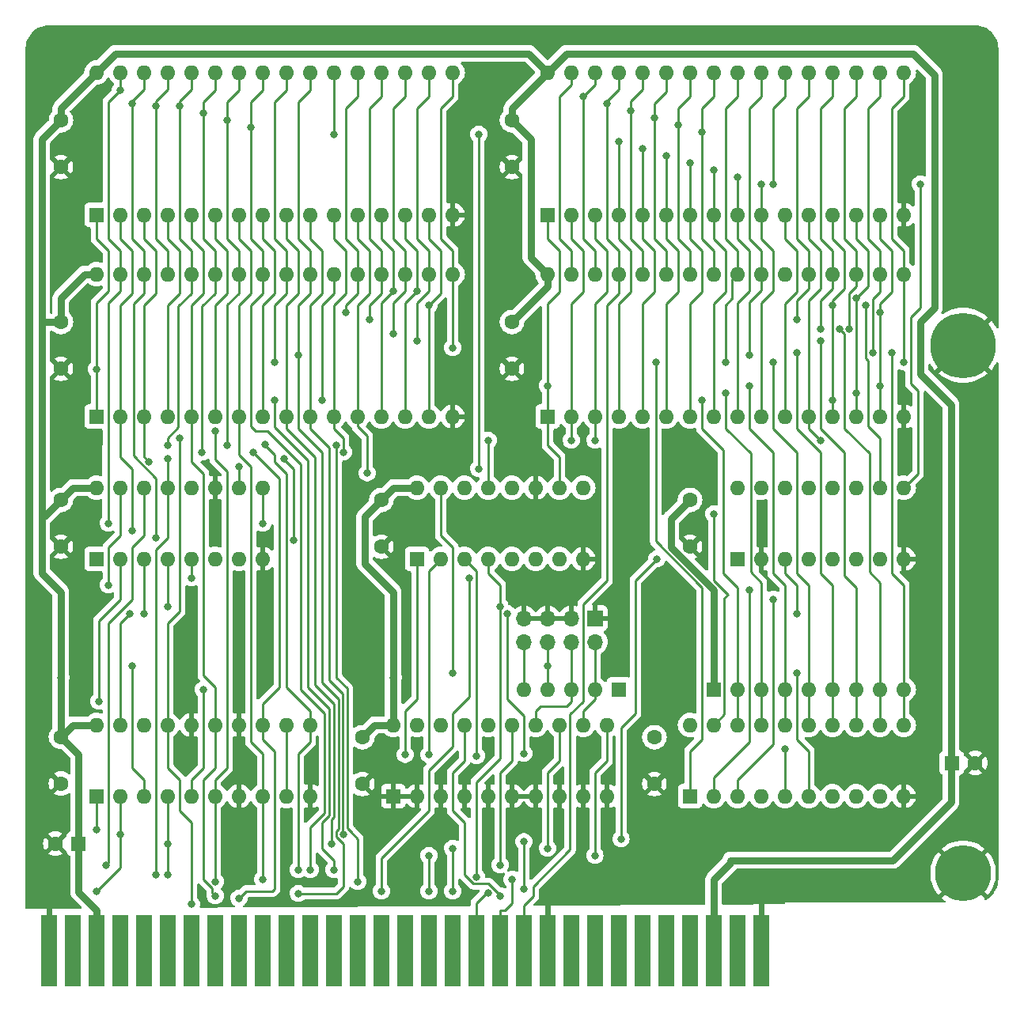
<source format=gbl>
%TF.GenerationSoftware,KiCad,Pcbnew,8.0.1*%
%TF.CreationDate,2025-01-29T15:22:10+01:00*%
%TF.ProjectId,ISA_EMS,4953415f-454d-4532-9e6b-696361645f70,rev?*%
%TF.SameCoordinates,Original*%
%TF.FileFunction,Copper,L2,Bot*%
%TF.FilePolarity,Positive*%
%FSLAX46Y46*%
G04 Gerber Fmt 4.6, Leading zero omitted, Abs format (unit mm)*
G04 Created by KiCad (PCBNEW 8.0.1) date 2025-01-29 15:22:10*
%MOMM*%
%LPD*%
G01*
G04 APERTURE LIST*
%TA.AperFunction,ComponentPad*%
%ADD10R,1.600000X1.600000*%
%TD*%
%TA.AperFunction,ComponentPad*%
%ADD11C,1.600000*%
%TD*%
%TA.AperFunction,ConnectorPad*%
%ADD12R,1.780000X7.620000*%
%TD*%
%TA.AperFunction,ComponentPad*%
%ADD13R,1.700000X1.700000*%
%TD*%
%TA.AperFunction,ComponentPad*%
%ADD14O,1.700000X1.700000*%
%TD*%
%TA.AperFunction,ComponentPad*%
%ADD15O,1.600000X1.600000*%
%TD*%
%TA.AperFunction,ComponentPad*%
%ADD16C,6.000000*%
%TD*%
%TA.AperFunction,ComponentPad*%
%ADD17C,3.900000*%
%TD*%
%TA.AperFunction,ConnectorPad*%
%ADD18C,7.000000*%
%TD*%
%TA.AperFunction,ViaPad*%
%ADD19C,0.800000*%
%TD*%
%TA.AperFunction,Conductor*%
%ADD20C,0.600000*%
%TD*%
%TA.AperFunction,Conductor*%
%ADD21C,0.762000*%
%TD*%
%TA.AperFunction,Conductor*%
%ADD22C,0.254000*%
%TD*%
%TA.AperFunction,Conductor*%
%ADD23C,0.250000*%
%TD*%
G04 APERTURE END LIST*
D10*
%TO.P,C2,1*%
%TO.N,VCC*%
X216535000Y-187960000D03*
D11*
%TO.P,C2,2*%
%TO.N,GND*%
X214035000Y-187960000D03*
%TD*%
D10*
%TO.P,C3,1*%
%TO.N,VCC*%
X309944888Y-179324000D03*
D11*
%TO.P,C3,2*%
%TO.N,GND*%
X312444888Y-179324000D03*
%TD*%
%TO.P,C4,1*%
%TO.N,VCC*%
X214630000Y-110530000D03*
%TO.P,C4,2*%
%TO.N,GND*%
X214630000Y-115530000D03*
%TD*%
%TO.P,C5,1*%
%TO.N,VCC*%
X248920000Y-151170000D03*
%TO.P,C5,2*%
%TO.N,GND*%
X248920000Y-156170000D03*
%TD*%
%TO.P,C6,1*%
%TO.N,VCC*%
X214630000Y-176530000D03*
%TO.P,C6,2*%
%TO.N,GND*%
X214630000Y-181530000D03*
%TD*%
D12*
%TO.P,J1,1,GND*%
%TO.N,GND*%
X289560000Y-199390000D03*
%TO.P,J1,2,RESET*%
%TO.N,/RESETDRV*%
X287020000Y-199390000D03*
%TO.P,J1,3,VCC*%
%TO.N,VCC*%
X284480000Y-199390000D03*
%TO.P,J1,4,IRQ2*%
%TO.N,unconnected-(J1-IRQ2-Pad4)*%
X281940000Y-199390000D03*
%TO.P,J1,5,-5V*%
%TO.N,unconnected-(J1--5V-Pad5)*%
X279400000Y-199390000D03*
%TO.P,J1,6,DRQ2*%
%TO.N,/DRQ2*%
X276860000Y-199390000D03*
%TO.P,J1,7,-12V*%
%TO.N,-12V*%
X274320000Y-199390000D03*
%TO.P,J1,8,UNUSED*%
%TO.N,unconnected-(J1-UNUSED-Pad8)*%
X271780000Y-199390000D03*
%TO.P,J1,9,+12V*%
%TO.N,+12V*%
X269240000Y-199390000D03*
%TO.P,J1,10,GND*%
%TO.N,GND*%
X266700000Y-199390000D03*
%TO.P,J1,11,~{SMEMW}*%
%TO.N,/~{MEMW}*%
X264160000Y-199390000D03*
%TO.P,J1,12,~{SMEMR}*%
%TO.N,/~{MEMR}*%
X261620000Y-199390000D03*
%TO.P,J1,13,~{IOW}*%
%TO.N,/~{IOW}*%
X259080000Y-199390000D03*
%TO.P,J1,14,~{IOR}*%
%TO.N,/~{IOR}*%
X256540000Y-199390000D03*
%TO.P,J1,15,~{DACK3}*%
%TO.N,unconnected-(J1-~{DACK3}-Pad15)*%
X254000000Y-199390000D03*
%TO.P,J1,16,DRQ3*%
%TO.N,unconnected-(J1-DRQ3-Pad16)*%
X251460000Y-199390000D03*
%TO.P,J1,17,~{DACK1}*%
%TO.N,unconnected-(J1-~{DACK1}-Pad17)*%
X248920000Y-199390000D03*
%TO.P,J1,18,DRQ1*%
%TO.N,unconnected-(J1-DRQ1-Pad18)*%
X246380000Y-199390000D03*
%TO.P,J1,19,~{DACK0}*%
%TO.N,unconnected-(J1-~{DACK0}-Pad19)*%
X243840000Y-199390000D03*
%TO.P,J1,20,CLK*%
%TO.N,unconnected-(J1-CLK-Pad20)*%
X241300000Y-199390000D03*
%TO.P,J1,21,IRQ7*%
%TO.N,/IRQ7*%
X238760000Y-199390000D03*
%TO.P,J1,22,IRQ6*%
%TO.N,/IRQ6*%
X236220000Y-199390000D03*
%TO.P,J1,23,IRQ5*%
%TO.N,/IRQ5*%
X233680000Y-199390000D03*
%TO.P,J1,24,IRQ4*%
%TO.N,/IRQ4*%
X231140000Y-199390000D03*
%TO.P,J1,25,IRQ3*%
%TO.N,/IRQ3*%
X228600000Y-199390000D03*
%TO.P,J1,26,~{DACK2}*%
%TO.N,/~{DACK2}*%
X226060000Y-199390000D03*
%TO.P,J1,27,TC*%
%TO.N,/TC*%
X223520000Y-199390000D03*
%TO.P,J1,28,ALE*%
%TO.N,unconnected-(J1-ALE-Pad28)*%
X220980000Y-199390000D03*
%TO.P,J1,29,VCC*%
%TO.N,VCC*%
X218440000Y-199390000D03*
%TO.P,J1,30,OSC*%
%TO.N,unconnected-(J1-OSC-Pad30)*%
X215900000Y-199390000D03*
%TO.P,J1,31,GND*%
%TO.N,GND*%
X213360000Y-199390000D03*
%TD*%
D11*
%TO.P,C7,1*%
%TO.N,GND*%
X262890000Y-115530000D03*
%TO.P,C7,2*%
%TO.N,VCC*%
X262890000Y-110530000D03*
%TD*%
%TO.P,C8,1*%
%TO.N,VCC*%
X214630000Y-151170000D03*
%TO.P,C8,2*%
%TO.N,GND*%
X214630000Y-156170000D03*
%TD*%
%TO.P,C10,1*%
%TO.N,VCC*%
X214630000Y-132120000D03*
%TO.P,C10,2*%
%TO.N,GND*%
X214630000Y-137120000D03*
%TD*%
%TO.P,C11,1*%
%TO.N,VCC*%
X246888000Y-176570000D03*
%TO.P,C11,2*%
%TO.N,GND*%
X246888000Y-181570000D03*
%TD*%
%TO.P,C12,1*%
%TO.N,VCC*%
X262890000Y-132120000D03*
%TO.P,C12,2*%
%TO.N,GND*%
X262890000Y-137120000D03*
%TD*%
%TO.P,C9,1*%
%TO.N,VCC*%
X278130000Y-176570000D03*
%TO.P,C9,2*%
%TO.N,GND*%
X278130000Y-181570000D03*
%TD*%
%TO.P,C1,1*%
%TO.N,VCC*%
X281940000Y-151170000D03*
%TO.P,C1,2*%
%TO.N,GND*%
X281940000Y-156170000D03*
%TD*%
D13*
%TO.P,J2,1,Pin_1*%
%TO.N,GND*%
X271780000Y-163825000D03*
D14*
%TO.P,J2,2,Pin_2*%
%TO.N,/JP1*%
X271780000Y-166365000D03*
%TO.P,J2,3,Pin_3*%
%TO.N,GND*%
X269240000Y-163825000D03*
%TO.P,J2,4,Pin_4*%
%TO.N,/JP2*%
X269240000Y-166365000D03*
%TO.P,J2,5,Pin_5*%
%TO.N,GND*%
X266700000Y-163825000D03*
%TO.P,J2,6,Pin_6*%
%TO.N,/JP3*%
X266700000Y-166365000D03*
%TO.P,J2,7,Pin_7*%
%TO.N,GND*%
X264160000Y-163825000D03*
%TO.P,J2,8,Pin_8*%
%TO.N,/JP4*%
X264160000Y-166365000D03*
%TD*%
D10*
%TO.P,RN2,1,common*%
%TO.N,VCC*%
X274320000Y-171450000D03*
D15*
%TO.P,RN2,2,R1*%
%TO.N,/JP1*%
X271780000Y-171450000D03*
%TO.P,RN2,3,R2*%
%TO.N,/JP2*%
X269240000Y-171450000D03*
%TO.P,RN2,4,R3*%
%TO.N,/JP3*%
X266700000Y-171450000D03*
%TO.P,RN2,5,R4*%
%TO.N,/JP4*%
X264160000Y-171450000D03*
%TD*%
D10*
%TO.P,RN1,1,common*%
%TO.N,VCC*%
X284480000Y-171450000D03*
D15*
%TO.P,RN1,2,R1*%
%TO.N,/DB0*%
X287020000Y-171450000D03*
%TO.P,RN1,3,R2*%
%TO.N,/DB1*%
X289560000Y-171450000D03*
%TO.P,RN1,4,R3*%
%TO.N,/DB2*%
X292100000Y-171450000D03*
%TO.P,RN1,5,R4*%
%TO.N,/DB3*%
X294640000Y-171450000D03*
%TO.P,RN1,6,R5*%
%TO.N,/DB4*%
X297180000Y-171450000D03*
%TO.P,RN1,7,R6*%
%TO.N,/DB5*%
X299720000Y-171450000D03*
%TO.P,RN1,8,R7*%
%TO.N,/DB6*%
X302260000Y-171450000D03*
%TO.P,RN1,9,R8*%
%TO.N,/DB7*%
X304800000Y-171450000D03*
%TD*%
D10*
%TO.P,U1,1,A18*%
%TO.N,/RAM-A18*%
X218440000Y-120650000D03*
D15*
%TO.P,U1,2,A16*%
%TO.N,/RAM-A16*%
X220980000Y-120650000D03*
%TO.P,U1,3,A14*%
%TO.N,/RAM-A14*%
X223520000Y-120650000D03*
%TO.P,U1,4,A12*%
%TO.N,/A12*%
X226060000Y-120650000D03*
%TO.P,U1,5,A7*%
%TO.N,/A7*%
X228600000Y-120650000D03*
%TO.P,U1,6,A6*%
%TO.N,/A6*%
X231140000Y-120650000D03*
%TO.P,U1,7,A5*%
%TO.N,/A5*%
X233680000Y-120650000D03*
%TO.P,U1,8,A4*%
%TO.N,/A4*%
X236220000Y-120650000D03*
%TO.P,U1,9,A3*%
%TO.N,/A3*%
X238760000Y-120650000D03*
%TO.P,U1,10,A2*%
%TO.N,/A2*%
X241300000Y-120650000D03*
%TO.P,U1,11,A1*%
%TO.N,/A1*%
X243840000Y-120650000D03*
%TO.P,U1,12,A0*%
%TO.N,/A0*%
X246380000Y-120650000D03*
%TO.P,U1,13,DQ0*%
%TO.N,/DB0*%
X248920000Y-120650000D03*
%TO.P,U1,14,DQ1*%
%TO.N,/DB1*%
X251460000Y-120650000D03*
%TO.P,U1,15,DQ2*%
%TO.N,/DB2*%
X254000000Y-120650000D03*
%TO.P,U1,16,VSS*%
%TO.N,GND*%
X256540000Y-120650000D03*
%TO.P,U1,17,DQ3*%
%TO.N,/DB3*%
X256540000Y-105410000D03*
%TO.P,U1,18,DQ4*%
%TO.N,/DB4*%
X254000000Y-105410000D03*
%TO.P,U1,19,DQ5*%
%TO.N,/DB5*%
X251460000Y-105410000D03*
%TO.P,U1,20,DQ6*%
%TO.N,/DB6*%
X248920000Y-105410000D03*
%TO.P,U1,21,DQ7*%
%TO.N,/DB7*%
X246380000Y-105410000D03*
%TO.P,U1,22,CE#*%
%TO.N,/~{RAM-CS0}*%
X243840000Y-105410000D03*
%TO.P,U1,23,A10*%
%TO.N,/A10*%
X241300000Y-105410000D03*
%TO.P,U1,24,OE#*%
%TO.N,/~{MEMR}*%
X238760000Y-105410000D03*
%TO.P,U1,25,A11*%
%TO.N,/A11*%
X236220000Y-105410000D03*
%TO.P,U1,26,A9*%
%TO.N,/A9*%
X233680000Y-105410000D03*
%TO.P,U1,27,A8*%
%TO.N,/A8*%
X231140000Y-105410000D03*
%TO.P,U1,28,A13*%
%TO.N,/A13*%
X228600000Y-105410000D03*
%TO.P,U1,29,WE#*%
%TO.N,/~{MEMW}*%
X226060000Y-105410000D03*
%TO.P,U1,30,A17*%
%TO.N,/RAM-A17*%
X223520000Y-105410000D03*
%TO.P,U1,31,A15*%
%TO.N,/RAM-A15*%
X220980000Y-105410000D03*
%TO.P,U1,32,VCC*%
%TO.N,VCC*%
X218440000Y-105410000D03*
%TD*%
D10*
%TO.P,U2,1,A18*%
%TO.N,/RAM-A18*%
X218440000Y-142240000D03*
D15*
%TO.P,U2,2,A16*%
%TO.N,/RAM-A16*%
X220980000Y-142240000D03*
%TO.P,U2,3,A14*%
%TO.N,/RAM-A14*%
X223520000Y-142240000D03*
%TO.P,U2,4,A12*%
%TO.N,/A12*%
X226060000Y-142240000D03*
%TO.P,U2,5,A7*%
%TO.N,/A7*%
X228600000Y-142240000D03*
%TO.P,U2,6,A6*%
%TO.N,/A6*%
X231140000Y-142240000D03*
%TO.P,U2,7,A5*%
%TO.N,/A5*%
X233680000Y-142240000D03*
%TO.P,U2,8,A4*%
%TO.N,/A4*%
X236220000Y-142240000D03*
%TO.P,U2,9,A3*%
%TO.N,/A3*%
X238760000Y-142240000D03*
%TO.P,U2,10,A2*%
%TO.N,/A2*%
X241300000Y-142240000D03*
%TO.P,U2,11,A1*%
%TO.N,/A1*%
X243840000Y-142240000D03*
%TO.P,U2,12,A0*%
%TO.N,/A0*%
X246380000Y-142240000D03*
%TO.P,U2,13,DQ0*%
%TO.N,/DB0*%
X248920000Y-142240000D03*
%TO.P,U2,14,DQ1*%
%TO.N,/DB1*%
X251460000Y-142240000D03*
%TO.P,U2,15,DQ2*%
%TO.N,/DB2*%
X254000000Y-142240000D03*
%TO.P,U2,16,VSS*%
%TO.N,GND*%
X256540000Y-142240000D03*
%TO.P,U2,17,DQ3*%
%TO.N,/DB3*%
X256540000Y-127000000D03*
%TO.P,U2,18,DQ4*%
%TO.N,/DB4*%
X254000000Y-127000000D03*
%TO.P,U2,19,DQ5*%
%TO.N,/DB5*%
X251460000Y-127000000D03*
%TO.P,U2,20,DQ6*%
%TO.N,/DB6*%
X248920000Y-127000000D03*
%TO.P,U2,21,DQ7*%
%TO.N,/DB7*%
X246380000Y-127000000D03*
%TO.P,U2,22,CE#*%
%TO.N,/~{RAM-CS1}*%
X243840000Y-127000000D03*
%TO.P,U2,23,A10*%
%TO.N,/A10*%
X241300000Y-127000000D03*
%TO.P,U2,24,OE#*%
%TO.N,/~{MEMR}*%
X238760000Y-127000000D03*
%TO.P,U2,25,A11*%
%TO.N,/A11*%
X236220000Y-127000000D03*
%TO.P,U2,26,A9*%
%TO.N,/A9*%
X233680000Y-127000000D03*
%TO.P,U2,27,A8*%
%TO.N,/A8*%
X231140000Y-127000000D03*
%TO.P,U2,28,A13*%
%TO.N,/A13*%
X228600000Y-127000000D03*
%TO.P,U2,29,WE#*%
%TO.N,/~{MEMW}*%
X226060000Y-127000000D03*
%TO.P,U2,30,A17*%
%TO.N,/RAM-A17*%
X223520000Y-127000000D03*
%TO.P,U2,31,A15*%
%TO.N,/RAM-A15*%
X220980000Y-127000000D03*
%TO.P,U2,32,VCC*%
%TO.N,VCC*%
X218440000Y-127000000D03*
%TD*%
D10*
%TO.P,U3,1,A18*%
%TO.N,/RAM-A18*%
X266700000Y-142240000D03*
D15*
%TO.P,U3,2,A16*%
%TO.N,/RAM-A16*%
X269240000Y-142240000D03*
%TO.P,U3,3,A14*%
%TO.N,/RAM-A14*%
X271780000Y-142240000D03*
%TO.P,U3,4,A12*%
%TO.N,/A12*%
X274320000Y-142240000D03*
%TO.P,U3,5,A7*%
%TO.N,/A7*%
X276860000Y-142240000D03*
%TO.P,U3,6,A6*%
%TO.N,/A6*%
X279400000Y-142240000D03*
%TO.P,U3,7,A5*%
%TO.N,/A5*%
X281940000Y-142240000D03*
%TO.P,U3,8,A4*%
%TO.N,/A4*%
X284480000Y-142240000D03*
%TO.P,U3,9,A3*%
%TO.N,/A3*%
X287020000Y-142240000D03*
%TO.P,U3,10,A2*%
%TO.N,/A2*%
X289560000Y-142240000D03*
%TO.P,U3,11,A1*%
%TO.N,/A1*%
X292100000Y-142240000D03*
%TO.P,U3,12,A0*%
%TO.N,/A0*%
X294640000Y-142240000D03*
%TO.P,U3,13,DQ0*%
%TO.N,/DB0*%
X297180000Y-142240000D03*
%TO.P,U3,14,DQ1*%
%TO.N,/DB1*%
X299720000Y-142240000D03*
%TO.P,U3,15,DQ2*%
%TO.N,/DB2*%
X302260000Y-142240000D03*
%TO.P,U3,16,VSS*%
%TO.N,GND*%
X304800000Y-142240000D03*
%TO.P,U3,17,DQ3*%
%TO.N,/DB3*%
X304800000Y-127000000D03*
%TO.P,U3,18,DQ4*%
%TO.N,/DB4*%
X302260000Y-127000000D03*
%TO.P,U3,19,DQ5*%
%TO.N,/DB5*%
X299720000Y-127000000D03*
%TO.P,U3,20,DQ6*%
%TO.N,/DB6*%
X297180000Y-127000000D03*
%TO.P,U3,21,DQ7*%
%TO.N,/DB7*%
X294640000Y-127000000D03*
%TO.P,U3,22,CE#*%
%TO.N,/~{RAM-CS2}*%
X292100000Y-127000000D03*
%TO.P,U3,23,A10*%
%TO.N,/A10*%
X289560000Y-127000000D03*
%TO.P,U3,24,OE#*%
%TO.N,/~{MEMR}*%
X287020000Y-127000000D03*
%TO.P,U3,25,A11*%
%TO.N,/A11*%
X284480000Y-127000000D03*
%TO.P,U3,26,A9*%
%TO.N,/A9*%
X281940000Y-127000000D03*
%TO.P,U3,27,A8*%
%TO.N,/A8*%
X279400000Y-127000000D03*
%TO.P,U3,28,A13*%
%TO.N,/A13*%
X276860000Y-127000000D03*
%TO.P,U3,29,WE#*%
%TO.N,/~{MEMW}*%
X274320000Y-127000000D03*
%TO.P,U3,30,A17*%
%TO.N,/RAM-A17*%
X271780000Y-127000000D03*
%TO.P,U3,31,A15*%
%TO.N,/RAM-A15*%
X269240000Y-127000000D03*
%TO.P,U3,32,VCC*%
%TO.N,VCC*%
X266700000Y-127000000D03*
%TD*%
D10*
%TO.P,U4,1,A18*%
%TO.N,/RAM-A18*%
X266700000Y-120650000D03*
D15*
%TO.P,U4,2,A16*%
%TO.N,/RAM-A16*%
X269240000Y-120650000D03*
%TO.P,U4,3,A14*%
%TO.N,/RAM-A14*%
X271780000Y-120650000D03*
%TO.P,U4,4,A12*%
%TO.N,/A12*%
X274320000Y-120650000D03*
%TO.P,U4,5,A7*%
%TO.N,/A7*%
X276860000Y-120650000D03*
%TO.P,U4,6,A6*%
%TO.N,/A6*%
X279400000Y-120650000D03*
%TO.P,U4,7,A5*%
%TO.N,/A5*%
X281940000Y-120650000D03*
%TO.P,U4,8,A4*%
%TO.N,/A4*%
X284480000Y-120650000D03*
%TO.P,U4,9,A3*%
%TO.N,/A3*%
X287020000Y-120650000D03*
%TO.P,U4,10,A2*%
%TO.N,/A2*%
X289560000Y-120650000D03*
%TO.P,U4,11,A1*%
%TO.N,/A1*%
X292100000Y-120650000D03*
%TO.P,U4,12,A0*%
%TO.N,/A0*%
X294640000Y-120650000D03*
%TO.P,U4,13,DQ0*%
%TO.N,/DB0*%
X297180000Y-120650000D03*
%TO.P,U4,14,DQ1*%
%TO.N,/DB1*%
X299720000Y-120650000D03*
%TO.P,U4,15,DQ2*%
%TO.N,/DB2*%
X302260000Y-120650000D03*
%TO.P,U4,16,VSS*%
%TO.N,GND*%
X304800000Y-120650000D03*
%TO.P,U4,17,DQ3*%
%TO.N,/DB3*%
X304800000Y-105410000D03*
%TO.P,U4,18,DQ4*%
%TO.N,/DB4*%
X302260000Y-105410000D03*
%TO.P,U4,19,DQ5*%
%TO.N,/DB5*%
X299720000Y-105410000D03*
%TO.P,U4,20,DQ6*%
%TO.N,/DB6*%
X297180000Y-105410000D03*
%TO.P,U4,21,DQ7*%
%TO.N,/DB7*%
X294640000Y-105410000D03*
%TO.P,U4,22,CE#*%
%TO.N,/~{RAM-CS3}*%
X292100000Y-105410000D03*
%TO.P,U4,23,A10*%
%TO.N,/A10*%
X289560000Y-105410000D03*
%TO.P,U4,24,OE#*%
%TO.N,/~{MEMR}*%
X287020000Y-105410000D03*
%TO.P,U4,25,A11*%
%TO.N,/A11*%
X284480000Y-105410000D03*
%TO.P,U4,26,A9*%
%TO.N,/A9*%
X281940000Y-105410000D03*
%TO.P,U4,27,A8*%
%TO.N,/A8*%
X279400000Y-105410000D03*
%TO.P,U4,28,A13*%
%TO.N,/A13*%
X276860000Y-105410000D03*
%TO.P,U4,29,WE#*%
%TO.N,/~{MEMW}*%
X274320000Y-105410000D03*
%TO.P,U4,30,A17*%
%TO.N,/RAM-A17*%
X271780000Y-105410000D03*
%TO.P,U4,31,A15*%
%TO.N,/RAM-A15*%
X269240000Y-105410000D03*
%TO.P,U4,32,VCC*%
%TO.N,VCC*%
X266700000Y-105410000D03*
%TD*%
D10*
%TO.P,U7,1,G*%
%TO.N,GND*%
X250190000Y-182880000D03*
D15*
%TO.P,U7,2,P0*%
X252730000Y-182880000D03*
%TO.P,U7,3,R0*%
X255270000Y-182880000D03*
%TO.P,U7,4,P1*%
X257810000Y-182880000D03*
%TO.P,U7,5,R1*%
X260350000Y-182880000D03*
%TO.P,U7,6,P2*%
X262890000Y-182880000D03*
%TO.P,U7,7,R2*%
X265430000Y-182880000D03*
%TO.P,U7,8,P3*%
X267970000Y-182880000D03*
%TO.P,U7,9,R3*%
X270510000Y-182880000D03*
%TO.P,U7,10,GND*%
X273050000Y-182880000D03*
%TO.P,U7,11,P4*%
%TO.N,/A16*%
X273050000Y-175260000D03*
%TO.P,U7,12,R4*%
%TO.N,/JP1*%
X270510000Y-175260000D03*
%TO.P,U7,13,P5*%
%TO.N,/A17*%
X267970000Y-175260000D03*
%TO.P,U7,14,R5*%
%TO.N,/JP2*%
X265430000Y-175260000D03*
%TO.P,U7,15,P6*%
%TO.N,/A18*%
X262890000Y-175260000D03*
%TO.P,U7,16,R6*%
%TO.N,VCC*%
X260350000Y-175260000D03*
%TO.P,U7,17,P7*%
%TO.N,/A19*%
X257810000Y-175260000D03*
%TO.P,U7,18,R7*%
%TO.N,VCC*%
X255270000Y-175260000D03*
%TO.P,U7,19,P=R*%
%TO.N,/~{RAM-SELECT}*%
X252730000Y-175260000D03*
%TO.P,U7,20,VCC*%
%TO.N,VCC*%
X250190000Y-175260000D03*
%TD*%
D10*
%TO.P,U10,1,G*%
%TO.N,/AEN*%
X218440000Y-182880000D03*
D15*
%TO.P,U10,2,P0*%
%TO.N,/A2*%
X220980000Y-182880000D03*
%TO.P,U10,3,R0*%
%TO.N,/JP3*%
X223520000Y-182880000D03*
%TO.P,U10,4,P1*%
%TO.N,/A3*%
X226060000Y-182880000D03*
%TO.P,U10,5,R1*%
%TO.N,/JP4*%
X228600000Y-182880000D03*
%TO.P,U10,6,P2*%
%TO.N,/A4*%
X231140000Y-182880000D03*
%TO.P,U10,7,R2*%
%TO.N,GND*%
X233680000Y-182880000D03*
%TO.P,U10,8,P3*%
%TO.N,/A5*%
X236220000Y-182880000D03*
%TO.P,U10,9,R3*%
%TO.N,VCC*%
X238760000Y-182880000D03*
%TO.P,U10,10,GND*%
%TO.N,GND*%
X241300000Y-182880000D03*
%TO.P,U10,11,P4*%
%TO.N,/A9*%
X241300000Y-175260000D03*
%TO.P,U10,12,R4*%
%TO.N,VCC*%
X238760000Y-175260000D03*
%TO.P,U10,13,P5*%
%TO.N,/A8*%
X236220000Y-175260000D03*
%TO.P,U10,14,R5*%
%TO.N,GND*%
X233680000Y-175260000D03*
%TO.P,U10,15,P6*%
%TO.N,/A7*%
X231140000Y-175260000D03*
%TO.P,U10,16,R6*%
%TO.N,GND*%
X228600000Y-175260000D03*
%TO.P,U10,17,P7*%
%TO.N,/A6*%
X226060000Y-175260000D03*
%TO.P,U10,18,R7*%
%TO.N,VCC*%
X223520000Y-175260000D03*
%TO.P,U10,19,P=R*%
%TO.N,/~{PORT-SELECT}*%
X220980000Y-175260000D03*
%TO.P,U10,20,VCC*%
%TO.N,VCC*%
X218440000Y-175260000D03*
%TD*%
D10*
%TO.P,U5,1,E*%
%TO.N,/~{IOW}*%
X287020000Y-157480000D03*
D15*
%TO.P,U5,2,A0*%
%TO.N,GND*%
X289560000Y-157480000D03*
%TO.P,U5,3,A1*%
%TO.N,/~{PORT-SELECT}*%
X292100000Y-157480000D03*
%TO.P,U5,4,O0*%
%TO.N,/~{Ew}*%
X294640000Y-157480000D03*
%TO.P,U5,5,O1*%
%TO.N,unconnected-(U5A-O1-Pad5)*%
X297180000Y-157480000D03*
%TO.P,U5,6,O2*%
%TO.N,unconnected-(U5A-O2-Pad6)*%
X299720000Y-157480000D03*
%TO.P,U5,7,O3*%
%TO.N,unconnected-(U5A-O3-Pad7)*%
X302260000Y-157480000D03*
%TO.P,U5,8,GND*%
%TO.N,GND*%
X304800000Y-157480000D03*
%TO.P,U5,9,O3*%
%TO.N,/~{RAM-CS3}*%
X304800000Y-149860000D03*
%TO.P,U5,10,O2*%
%TO.N,/~{RAM-CS2}*%
X302260000Y-149860000D03*
%TO.P,U5,11,O1*%
%TO.N,/~{RAM-CS1}*%
X299720000Y-149860000D03*
%TO.P,U5,12,O0*%
%TO.N,/~{RAM-CS0}*%
X297180000Y-149860000D03*
%TO.P,U5,13,A1*%
%TO.N,/RAM-A20*%
X294640000Y-149860000D03*
%TO.P,U5,14,A0*%
%TO.N,/RAM-A19*%
X292100000Y-149860000D03*
%TO.P,U5,15,E*%
%TO.N,/~{RAM-SELECT}*%
X289560000Y-149860000D03*
%TO.P,U5,16,VCC*%
%TO.N,VCC*%
X287020000Y-149860000D03*
%TD*%
D10*
%TO.P,U6,1,A->B*%
%TO.N,/~{MEMR}*%
X281940000Y-182880000D03*
D15*
%TO.P,U6,2,A0*%
%TO.N,/D0*%
X284480000Y-182880000D03*
%TO.P,U6,3,A1*%
%TO.N,/D1*%
X287020000Y-182880000D03*
%TO.P,U6,4,A2*%
%TO.N,/D2*%
X289560000Y-182880000D03*
%TO.P,U6,5,A3*%
%TO.N,/D3*%
X292100000Y-182880000D03*
%TO.P,U6,6,A4*%
%TO.N,/D4*%
X294640000Y-182880000D03*
%TO.P,U6,7,A5*%
%TO.N,/D5*%
X297180000Y-182880000D03*
%TO.P,U6,8,A6*%
%TO.N,/D6*%
X299720000Y-182880000D03*
%TO.P,U6,9,A7*%
%TO.N,/D7*%
X302260000Y-182880000D03*
%TO.P,U6,10,GND*%
%TO.N,GND*%
X304800000Y-182880000D03*
%TO.P,U6,11,B7*%
%TO.N,/DB7*%
X304800000Y-175260000D03*
%TO.P,U6,12,B6*%
%TO.N,/DB6*%
X302260000Y-175260000D03*
%TO.P,U6,13,B5*%
%TO.N,/DB5*%
X299720000Y-175260000D03*
%TO.P,U6,14,B4*%
%TO.N,/DB4*%
X297180000Y-175260000D03*
%TO.P,U6,15,B3*%
%TO.N,/DB3*%
X294640000Y-175260000D03*
%TO.P,U6,16,B2*%
%TO.N,/DB2*%
X292100000Y-175260000D03*
%TO.P,U6,17,B1*%
%TO.N,/DB1*%
X289560000Y-175260000D03*
%TO.P,U6,18,B0*%
%TO.N,/DB0*%
X287020000Y-175260000D03*
%TO.P,U6,19,CE*%
%TO.N,/~{RAM-SELECT}*%
X284480000Y-175260000D03*
%TO.P,U6,20,VCC*%
%TO.N,VCC*%
X281940000Y-175260000D03*
%TD*%
D16*
%TO.P,H1,1,1*%
%TO.N,GND*%
X311150000Y-191135000D03*
%TD*%
D17*
%TO.P,H2,1,1*%
%TO.N,GND*%
X311150000Y-134620000D03*
D18*
X311150000Y-134620000D03*
%TD*%
D10*
%TO.P,U8,1,D2*%
%TO.N,/D1*%
X218440000Y-157480000D03*
D15*
%TO.P,U8,2,D3*%
%TO.N,/D2*%
X220980000Y-157480000D03*
%TO.P,U8,3,D4*%
%TO.N,/D3*%
X223520000Y-157480000D03*
%TO.P,U8,4,Rb*%
%TO.N,/A15*%
X226060000Y-157480000D03*
%TO.P,U8,5,Ra*%
%TO.N,/A14*%
X228600000Y-157480000D03*
%TO.P,U8,6,Q4*%
%TO.N,/RAM-A17*%
X231140000Y-157480000D03*
%TO.P,U8,7,Q3*%
%TO.N,/RAM-A16*%
X233680000Y-157480000D03*
%TO.P,U8,8,GND*%
%TO.N,GND*%
X236220000Y-157480000D03*
%TO.P,U8,9,Q2*%
%TO.N,/RAM-A15*%
X236220000Y-149860000D03*
%TO.P,U8,10,Q1*%
%TO.N,/RAM-A14*%
X233680000Y-149860000D03*
%TO.P,U8,11,~{Er}*%
%TO.N,GND*%
X231140000Y-149860000D03*
%TO.P,U8,12,~{Ew}*%
%TO.N,/~{Ew}*%
X228600000Y-149860000D03*
%TO.P,U8,13,Wb*%
%TO.N,/A1*%
X226060000Y-149860000D03*
%TO.P,U8,14,Wa*%
%TO.N,/A0*%
X223520000Y-149860000D03*
%TO.P,U8,15,D1*%
%TO.N,/D0*%
X220980000Y-149860000D03*
%TO.P,U8,16,VCC*%
%TO.N,VCC*%
X218440000Y-149860000D03*
%TD*%
D10*
%TO.P,U9,1,D2*%
%TO.N,/D5*%
X252730000Y-157480000D03*
D15*
%TO.P,U9,2,D3*%
%TO.N,/D6*%
X255270000Y-157480000D03*
%TO.P,U9,3,D4*%
%TO.N,/D7*%
X257810000Y-157480000D03*
%TO.P,U9,4,Rb*%
%TO.N,/A15*%
X260350000Y-157480000D03*
%TO.P,U9,5,Ra*%
%TO.N,/A14*%
X262890000Y-157480000D03*
%TO.P,U9,6,Q4*%
%TO.N,/RAM-A21*%
X265430000Y-157480000D03*
%TO.P,U9,7,Q3*%
%TO.N,/RAM-A20*%
X267970000Y-157480000D03*
%TO.P,U9,8,GND*%
%TO.N,GND*%
X270510000Y-157480000D03*
%TO.P,U9,9,Q2*%
%TO.N,/RAM-A19*%
X270510000Y-149860000D03*
%TO.P,U9,10,Q1*%
%TO.N,/RAM-A18*%
X267970000Y-149860000D03*
%TO.P,U9,11,~{Er}*%
%TO.N,GND*%
X265430000Y-149860000D03*
%TO.P,U9,12,~{Ew}*%
%TO.N,/~{Ew}*%
X262890000Y-149860000D03*
%TO.P,U9,13,Wb*%
%TO.N,/A1*%
X260350000Y-149860000D03*
%TO.P,U9,14,Wa*%
%TO.N,/A0*%
X257810000Y-149860000D03*
%TO.P,U9,15,D1*%
%TO.N,/D4*%
X255270000Y-149860000D03*
%TO.P,U9,16,VCC*%
%TO.N,VCC*%
X252730000Y-149860000D03*
%TD*%
D19*
%TO.N,GND*%
X313055000Y-127000000D03*
X234950000Y-180340000D03*
X275590000Y-151130000D03*
X212090000Y-165100000D03*
X245745000Y-155575000D03*
X216789000Y-171704000D03*
X266700000Y-193040000D03*
X257810000Y-154305000D03*
X264160000Y-186055000D03*
X274320000Y-165735000D03*
X280035000Y-149225000D03*
X236728000Y-164846000D03*
X278765000Y-184785000D03*
X233680000Y-166370000D03*
X264160000Y-140970000D03*
X251460000Y-164846000D03*
X313055000Y-174625000D03*
X255270000Y-186055000D03*
X233680000Y-190500000D03*
X266065000Y-154305000D03*
X246380000Y-164846000D03*
X213360000Y-192278000D03*
X304165000Y-179070000D03*
X214630000Y-104140000D03*
X245745000Y-150495000D03*
X275590000Y-156845000D03*
X227965000Y-180086000D03*
X279400000Y-158750000D03*
X277495000Y-168275000D03*
X214630000Y-143510000D03*
X302895000Y-192405000D03*
X260985000Y-140970000D03*
X238760000Y-185420000D03*
X289560000Y-193802000D03*
X313055000Y-157480000D03*
X302895000Y-187325000D03*
X312420000Y-105410000D03*
X248285000Y-186055000D03*
X214630000Y-121920000D03*
X227965000Y-171577000D03*
%TO.N,VCC*%
X250190000Y-170180000D03*
X214630000Y-170180000D03*
%TO.N,/A0*%
X247396000Y-148298500D03*
X219456000Y-190246000D03*
X295910000Y-144780000D03*
%TO.N,/A1*%
X224790000Y-191262000D03*
X260350000Y-144780000D03*
X244856000Y-146050000D03*
X226097000Y-146775000D03*
%TO.N,/A2*%
X220980000Y-186944000D03*
X289560000Y-117348000D03*
X244856000Y-186944000D03*
X218440000Y-193040000D03*
%TO.N,/A3*%
X226060000Y-187960000D03*
X243586000Y-187960000D03*
X226060000Y-191262000D03*
X287020000Y-116586000D03*
%TO.N,/A4*%
X284480000Y-115824000D03*
X231140000Y-143764000D03*
X231140000Y-192024000D03*
%TO.N,/A5*%
X236220000Y-191770000D03*
X281940000Y-115062000D03*
%TO.N,/A6*%
X279400000Y-114300000D03*
X228600000Y-194468500D03*
X227330000Y-144526000D03*
%TO.N,/A7*%
X276860000Y-113538000D03*
X231140000Y-193548000D03*
%TO.N,/A8*%
X233680000Y-193802000D03*
X229725000Y-146050000D03*
X229870000Y-109728000D03*
X235204000Y-146050000D03*
X278130000Y-110236000D03*
%TO.N,/A9*%
X232419305Y-145288000D03*
X280670000Y-110998000D03*
X236474000Y-145239799D03*
X232410000Y-110490000D03*
X240030000Y-190754000D03*
%TO.N,/AEN*%
X264160000Y-187743500D03*
X218440000Y-186436000D03*
X264160000Y-192786000D03*
%TO.N,/D0*%
X219710000Y-160274000D03*
X288290000Y-160782000D03*
%TO.N,/D1*%
X290830000Y-161798000D03*
%TO.N,/D2*%
X218694000Y-172720000D03*
%TO.N,/D3*%
X223520000Y-163322000D03*
X264160000Y-178308000D03*
X262382000Y-163322000D03*
X292100000Y-177800000D03*
%TO.N,/D4*%
X256540000Y-169672000D03*
X293370000Y-169672000D03*
%TO.N,/D5*%
X251460000Y-178435000D03*
%TO.N,/D6*%
X254000000Y-178435000D03*
%TO.N,/D7*%
X259080000Y-178562000D03*
%TO.N,/~{IOW}*%
X260350000Y-193256500D03*
X274569701Y-187447701D03*
X278384000Y-157480000D03*
%TO.N,/A10*%
X240030000Y-193294000D03*
X288290000Y-135636000D03*
X240030000Y-135636000D03*
%TO.N,/A11*%
X234950000Y-111252000D03*
X241300000Y-190754000D03*
X283210000Y-111760000D03*
%TO.N,/A12*%
X243840000Y-190754000D03*
X237490000Y-140462000D03*
X274320000Y-112776000D03*
%TO.N,/A13*%
X246380000Y-192024000D03*
X244094000Y-145288000D03*
X227330000Y-108966000D03*
X226060000Y-145288000D03*
X275590000Y-109474000D03*
%TO.N,/A14*%
X258318000Y-159512000D03*
X228600000Y-159512000D03*
X248920000Y-193040000D03*
%TO.N,/A15*%
X259080000Y-191516000D03*
X226060000Y-162560000D03*
X261620000Y-162560000D03*
%TO.N,/A16*%
X254000000Y-189230000D03*
X254000000Y-193040000D03*
X271775701Y-189225701D03*
%TO.N,/A17*%
X256540000Y-193040000D03*
X266700000Y-188468000D03*
X256540000Y-188468000D03*
%TO.N,/A18*%
X261620000Y-190246000D03*
%TO.N,/A19*%
X261620000Y-193548000D03*
%TO.N,/~{MEMR}*%
X285750000Y-136398000D03*
X278275000Y-136398000D03*
X262890000Y-191770000D03*
X237490000Y-136398000D03*
%TO.N,/~{MEMW}*%
X273050000Y-108712000D03*
X224790000Y-108966000D03*
%TO.N,/JP4*%
X229865701Y-171454299D03*
%TO.N,/JP3*%
X266700000Y-168910000D03*
X222250000Y-168910000D03*
%TO.N,/DB7*%
X293370000Y-131863500D03*
X303530000Y-135382000D03*
X245110000Y-131064000D03*
%TO.N,/DB6*%
X297942000Y-132842000D03*
X247650000Y-131826000D03*
X295910000Y-132842000D03*
%TO.N,/DB5*%
X250190000Y-133350000D03*
X295910000Y-134112000D03*
X298995500Y-132842000D03*
%TO.N,/DB4*%
X293370000Y-135382000D03*
X252730000Y-134112000D03*
X301498000Y-135382000D03*
%TO.N,/DB3*%
X290830000Y-136398000D03*
X256540000Y-134874000D03*
X304800000Y-136398000D03*
%TO.N,/DB2*%
X302260000Y-138938000D03*
X302222500Y-131064000D03*
X288290000Y-138938000D03*
X254000000Y-130302000D03*
%TO.N,/DB1*%
X285750000Y-139700000D03*
X252730000Y-128778000D03*
X299720000Y-139700000D03*
X299756049Y-129576049D03*
%TO.N,/DB0*%
X283210000Y-140462000D03*
X250190000Y-128778000D03*
X297180000Y-130302000D03*
X297180000Y-140462000D03*
%TO.N,/RAM-A15*%
X219710000Y-153670000D03*
X220980000Y-107315000D03*
X236220000Y-153670000D03*
%TO.N,/RAM-A17*%
X222250000Y-108712000D03*
X270510000Y-107950000D03*
X224790000Y-155194000D03*
%TO.N,/~{RAM-CS0}*%
X259334000Y-112014000D03*
X259334000Y-147828000D03*
X243840000Y-112014000D03*
%TO.N,/RAM-A14*%
X233680000Y-147574000D03*
X224032299Y-147061701D03*
X271780000Y-144780000D03*
%TO.N,/RAM-A16*%
X238506000Y-146774500D03*
X239522000Y-155448000D03*
X269240000Y-144780000D03*
X222250000Y-154432000D03*
%TO.N,/RAM-A18*%
X218440000Y-137160000D03*
X266700000Y-138938000D03*
%TO.N,/~{RAM-CS1}*%
X242570000Y-140462000D03*
%TO.N,/~{RAM-CS2}*%
X300736000Y-130302000D03*
%TO.N,/~{RAM-CS3}*%
X290830000Y-117348000D03*
X306578000Y-117348000D03*
%TO.N,/~{RAM-SELECT}*%
X284480000Y-152654000D03*
%TO.N,/~{PORT-SELECT}*%
X293370000Y-163322000D03*
X221996000Y-163322000D03*
%TD*%
D20*
%TO.N,GND*%
X266700000Y-193040000D02*
X266700000Y-199390000D01*
X213360000Y-192278000D02*
X213360000Y-199390000D01*
X289560000Y-193802000D02*
X289560000Y-199390000D01*
D21*
%TO.N,VCC*%
X279908000Y-156227566D02*
X279908000Y-153162000D01*
X215940000Y-149860000D02*
X214630000Y-151170000D01*
X264922000Y-112562000D02*
X264922000Y-113284000D01*
X246888000Y-176570000D02*
X248198000Y-175260000D01*
X250190000Y-170180000D02*
X250190000Y-161036000D01*
X262890000Y-110530000D02*
X262890000Y-109220000D01*
X214630000Y-109220000D02*
X218440000Y-105410000D01*
X218440000Y-105410000D02*
X220472000Y-103378000D01*
X264922000Y-113284000D02*
X264922000Y-125222000D01*
X279908000Y-153162000D02*
X279948000Y-153162000D01*
X212598000Y-152908000D02*
X212892000Y-152908000D01*
X216535000Y-178435000D02*
X214630000Y-176530000D01*
X306578000Y-137668000D02*
X306578000Y-132080000D01*
X309880000Y-140970000D02*
X306578000Y-137668000D01*
X303657000Y-189738000D02*
X309880000Y-183515000D01*
X216535000Y-193167000D02*
X216535000Y-187960000D01*
X262890000Y-110530000D02*
X264922000Y-112562000D01*
X266700000Y-127000000D02*
X266700000Y-128310000D01*
X212598000Y-152908000D02*
X212598000Y-134152000D01*
X250190000Y-161036000D02*
X247142000Y-157988000D01*
X212892000Y-152908000D02*
X214630000Y-151170000D01*
X212598000Y-159004000D02*
X212598000Y-152908000D01*
X306578000Y-132080000D02*
X308102000Y-130556000D01*
X309880000Y-183515000D02*
X309880000Y-140970000D01*
X214630000Y-129540000D02*
X214630000Y-132120000D01*
X279948000Y-153162000D02*
X281940000Y-151170000D01*
X247142000Y-152948000D02*
X248920000Y-151170000D01*
X305816000Y-103378000D02*
X268732000Y-103378000D01*
X248198000Y-175260000D02*
X250190000Y-175260000D01*
X247142000Y-157988000D02*
X247142000Y-152948000D01*
X214630000Y-176530000D02*
X214630000Y-161036000D01*
X266700000Y-128310000D02*
X262890000Y-132120000D01*
X218440000Y-175260000D02*
X215900000Y-175260000D01*
X250230000Y-149860000D02*
X252730000Y-149860000D01*
X308102000Y-130556000D02*
X308102000Y-105664000D01*
X264922000Y-125222000D02*
X266700000Y-127000000D01*
X281900000Y-151170000D02*
X281940000Y-151170000D01*
X214630000Y-161036000D02*
X212598000Y-159004000D01*
X214590000Y-110530000D02*
X214630000Y-110530000D01*
X218440000Y-195072000D02*
X216535000Y-193167000D01*
X212598000Y-112522000D02*
X214590000Y-110530000D01*
X248920000Y-151170000D02*
X250230000Y-149860000D01*
X284480000Y-171450000D02*
X284480000Y-160799566D01*
X214630000Y-110530000D02*
X214630000Y-109220000D01*
X215900000Y-175260000D02*
X214630000Y-176530000D01*
X286258000Y-189738000D02*
X303657000Y-189738000D01*
D22*
X238760000Y-182880000D02*
X238760000Y-175260000D01*
D21*
X218440000Y-127000000D02*
X217170000Y-127000000D01*
X217170000Y-127000000D02*
X214630000Y-129540000D01*
X284480000Y-199390000D02*
X284480000Y-191770000D01*
X212598000Y-132120000D02*
X214630000Y-132120000D01*
X262890000Y-109220000D02*
X266700000Y-105410000D01*
X268732000Y-103378000D02*
X266700000Y-105410000D01*
X284480000Y-160799566D02*
X279908000Y-156227566D01*
X308102000Y-105664000D02*
X305816000Y-103378000D01*
X216535000Y-187960000D02*
X216535000Y-178435000D01*
X212598000Y-134152000D02*
X212598000Y-112522000D01*
X220472000Y-103378000D02*
X264668000Y-103378000D01*
X250190000Y-170180000D02*
X250190000Y-175260000D01*
X218440000Y-199390000D02*
X218440000Y-195072000D01*
X264668000Y-103378000D02*
X266700000Y-105410000D01*
X218440000Y-149860000D02*
X215940000Y-149860000D01*
X284480000Y-191770000D02*
X286258000Y-189992000D01*
X286258000Y-189992000D02*
X286258000Y-189738000D01*
D23*
%TO.N,/A0*%
X219710000Y-189992000D02*
X219710000Y-164338000D01*
X222250000Y-156210000D02*
X223520000Y-154940000D01*
X294640000Y-143510000D02*
X294640000Y-142240000D01*
X295910000Y-144780000D02*
X294640000Y-143510000D01*
X294640000Y-120650000D02*
X294640000Y-123190000D01*
X247396000Y-148298500D02*
X247396000Y-144335500D01*
X294640000Y-129794000D02*
X294640000Y-142240000D01*
X246380000Y-130302000D02*
X247650000Y-129032000D01*
X246380000Y-123190000D02*
X246380000Y-120650000D01*
X247396000Y-144335500D02*
X246380000Y-143319500D01*
X219710000Y-164338000D02*
X222250000Y-161798000D01*
X247650000Y-129032000D02*
X247650000Y-124460000D01*
X246380000Y-143319500D02*
X246380000Y-142240000D01*
X219456000Y-190246000D02*
X219710000Y-189992000D01*
X222250000Y-161798000D02*
X222250000Y-156210000D01*
X247650000Y-124460000D02*
X246380000Y-123190000D01*
X223520000Y-154940000D02*
X223520000Y-149860000D01*
X295910000Y-128524000D02*
X294640000Y-129794000D01*
X246380000Y-142240000D02*
X246380000Y-130302000D01*
X294640000Y-123190000D02*
X295910000Y-124460000D01*
X295910000Y-124460000D02*
X295910000Y-128524000D01*
%TO.N,/A1*%
X226060000Y-146812000D02*
X226060000Y-149860000D01*
X260350000Y-144780000D02*
X260350000Y-149860000D01*
X226060000Y-155194000D02*
X224790000Y-156464000D01*
X292100000Y-123190000D02*
X293370000Y-124460000D01*
X243840000Y-123190000D02*
X243840000Y-120650000D01*
X245110000Y-129032000D02*
X245110000Y-124460000D01*
X292100000Y-120650000D02*
X292100000Y-123190000D01*
X293370000Y-128905000D02*
X292100000Y-130175000D01*
X243840000Y-142240000D02*
X243840000Y-130302000D01*
X245110000Y-124460000D02*
X243840000Y-123190000D01*
X243840000Y-130302000D02*
X245110000Y-129032000D01*
X226060000Y-149860000D02*
X226060000Y-155194000D01*
X243840000Y-143510000D02*
X243840000Y-142240000D01*
X226097000Y-146775000D02*
X226060000Y-146812000D01*
X244856000Y-146050000D02*
X244856000Y-144526000D01*
X292100000Y-130175000D02*
X292100000Y-142240000D01*
X224790000Y-156464000D02*
X224790000Y-191262000D01*
X244856000Y-144526000D02*
X243840000Y-143510000D01*
X293370000Y-124460000D02*
X293370000Y-128905000D01*
%TO.N,/A2*%
X290830000Y-128778000D02*
X290830000Y-124460000D01*
X242570000Y-124460000D02*
X241300000Y-123190000D01*
X289560000Y-142240000D02*
X289560000Y-130048000D01*
X244856000Y-186944000D02*
X244798000Y-186886000D01*
X241300000Y-143510000D02*
X241300000Y-142240000D01*
X290830000Y-124460000D02*
X289560000Y-123190000D01*
X289560000Y-117348000D02*
X289560000Y-120650000D01*
X289560000Y-123190000D02*
X289560000Y-120650000D01*
X243332000Y-145542000D02*
X241300000Y-143510000D01*
X220980000Y-190500000D02*
X220980000Y-182880000D01*
X242570000Y-129032000D02*
X242570000Y-124460000D01*
X243332000Y-170434000D02*
X243332000Y-145542000D01*
X241300000Y-123190000D02*
X241300000Y-120650000D01*
X218440000Y-193040000D02*
X220980000Y-190500000D01*
X241300000Y-142240000D02*
X241300000Y-130302000D01*
X244798000Y-186886000D02*
X244798000Y-171900000D01*
X241300000Y-130302000D02*
X242570000Y-129032000D01*
X289560000Y-130048000D02*
X290830000Y-128778000D01*
X244798000Y-171900000D02*
X243332000Y-170434000D01*
%TO.N,/A3*%
X241808000Y-170942000D02*
X241808000Y-146558000D01*
X238760000Y-143510000D02*
X238760000Y-142240000D01*
X238760000Y-142240000D02*
X238760000Y-130302000D01*
X243840000Y-185104594D02*
X243840000Y-172974000D01*
X238760000Y-123190000D02*
X238760000Y-120650000D01*
X288290000Y-128778000D02*
X287020000Y-130048000D01*
X243840000Y-172974000D02*
X241808000Y-170942000D01*
X287020000Y-123190000D02*
X288290000Y-124460000D01*
X241808000Y-146558000D02*
X238760000Y-143510000D01*
X287020000Y-116586000D02*
X287020000Y-120650000D01*
X238760000Y-130302000D02*
X240030000Y-129032000D01*
X226060000Y-182880000D02*
X226060000Y-191262000D01*
X243586000Y-185358594D02*
X243840000Y-185104594D01*
X287020000Y-130048000D02*
X287020000Y-142240000D01*
X240030000Y-129032000D02*
X240030000Y-124460000D01*
X288290000Y-124460000D02*
X288290000Y-128778000D01*
X240030000Y-124460000D02*
X238760000Y-123190000D01*
X243586000Y-187960000D02*
X243586000Y-185358594D01*
X287020000Y-120650000D02*
X287020000Y-123190000D01*
%TO.N,/A4*%
X237490000Y-124460000D02*
X236220000Y-123190000D01*
X232410000Y-179832000D02*
X231140000Y-181102000D01*
X237490000Y-129032000D02*
X237490000Y-124460000D01*
X284480000Y-123190000D02*
X284480000Y-120650000D01*
X284480000Y-115824000D02*
X284480000Y-120650000D01*
X231140000Y-146812000D02*
X232410000Y-148082000D01*
X236220000Y-142240000D02*
X236220000Y-130302000D01*
X236220000Y-123190000D02*
X236220000Y-120650000D01*
X232410000Y-148082000D02*
X232410000Y-179832000D01*
X284480000Y-130175000D02*
X285750000Y-128905000D01*
X285750000Y-128905000D02*
X285750000Y-124460000D01*
X285750000Y-124460000D02*
X284480000Y-123190000D01*
X231140000Y-143764000D02*
X231140000Y-146812000D01*
X231140000Y-182880000D02*
X231140000Y-192024000D01*
X231140000Y-181102000D02*
X231140000Y-182880000D01*
X236220000Y-130302000D02*
X237490000Y-129032000D01*
X284480000Y-142240000D02*
X284480000Y-130175000D01*
%TO.N,/A5*%
X234950000Y-129032000D02*
X234950000Y-124460000D01*
X281940000Y-130175000D02*
X281940000Y-142240000D01*
X281940000Y-115062000D02*
X281940000Y-120650000D01*
X234950000Y-147574000D02*
X233680000Y-146304000D01*
X234950000Y-124460000D02*
X233680000Y-123190000D01*
X236220000Y-178308000D02*
X234950000Y-177038000D01*
X233680000Y-130302000D02*
X234950000Y-129032000D01*
X233680000Y-146304000D02*
X233680000Y-142240000D01*
X236220000Y-191770000D02*
X236220000Y-182880000D01*
X283210000Y-124460000D02*
X283210000Y-128905000D01*
X281940000Y-123190000D02*
X283210000Y-124460000D01*
X281940000Y-120650000D02*
X281940000Y-123190000D01*
X233680000Y-142240000D02*
X233680000Y-130302000D01*
X236220000Y-182880000D02*
X236220000Y-178308000D01*
X234950000Y-177038000D02*
X234950000Y-147574000D01*
X233680000Y-123190000D02*
X233680000Y-120650000D01*
X283210000Y-128905000D02*
X281940000Y-130175000D01*
%TO.N,/A6*%
X231140000Y-130302000D02*
X232410000Y-129032000D01*
X232410000Y-124460000D02*
X231140000Y-123190000D01*
X280670000Y-128905000D02*
X280670000Y-124460000D01*
X228600000Y-194468500D02*
X228600000Y-185674000D01*
X227330000Y-144526000D02*
X227330000Y-163068000D01*
X279400000Y-123190000D02*
X279400000Y-120650000D01*
X231140000Y-123190000D02*
X231140000Y-120650000D01*
X228600000Y-185674000D02*
X227330000Y-184404000D01*
X232410000Y-129032000D02*
X232410000Y-124460000D01*
X227330000Y-163068000D02*
X226060000Y-164338000D01*
X226060000Y-179832000D02*
X226060000Y-175260000D01*
X279400000Y-130175000D02*
X280670000Y-128905000D01*
X279400000Y-114300000D02*
X279400000Y-120650000D01*
X280670000Y-124460000D02*
X279400000Y-123190000D01*
X231140000Y-142240000D02*
X231140000Y-130302000D01*
X227330000Y-184404000D02*
X227330000Y-181102000D01*
X227330000Y-181102000D02*
X226060000Y-179832000D01*
X279400000Y-142240000D02*
X279400000Y-130175000D01*
X226060000Y-164338000D02*
X226060000Y-175260000D01*
%TO.N,/A7*%
X228600000Y-142240000D02*
X228600000Y-147066000D01*
X229870000Y-169926000D02*
X231140000Y-171196000D01*
X278130000Y-124460000D02*
X278130000Y-128905000D01*
X278130000Y-128905000D02*
X276860000Y-130175000D01*
X229870000Y-129032000D02*
X229870000Y-124460000D01*
X228600000Y-142240000D02*
X228600000Y-130302000D01*
X276860000Y-130175000D02*
X276860000Y-142240000D01*
X276860000Y-120650000D02*
X276860000Y-123190000D01*
X230839695Y-193247695D02*
X230839695Y-192749000D01*
X276860000Y-113538000D02*
X276860000Y-120650000D01*
X231140000Y-179832000D02*
X231140000Y-175260000D01*
X229870000Y-191779305D02*
X229870000Y-181102000D01*
X276860000Y-123190000D02*
X278130000Y-124460000D01*
X228600000Y-130302000D02*
X229870000Y-129032000D01*
X229870000Y-124460000D02*
X228600000Y-123190000D01*
X229870000Y-148336000D02*
X229870000Y-169926000D01*
X228600000Y-123190000D02*
X228600000Y-120650000D01*
X228600000Y-147066000D02*
X229870000Y-148336000D01*
X231140000Y-193548000D02*
X230839695Y-193247695D01*
X229870000Y-181102000D02*
X231140000Y-179832000D01*
X230839695Y-192749000D02*
X229870000Y-191779305D01*
X231140000Y-171196000D02*
X231140000Y-175260000D01*
%TO.N,/A8*%
X231140000Y-129032000D02*
X231140000Y-127000000D01*
X237998000Y-171196000D02*
X236220000Y-172974000D01*
X229870000Y-123190000D02*
X229870000Y-108585000D01*
X236220000Y-176784000D02*
X236220000Y-175260000D01*
X236220000Y-172974000D02*
X236220000Y-175260000D01*
X237490000Y-178054000D02*
X236220000Y-176784000D01*
X237236000Y-193040000D02*
X237490000Y-192786000D01*
X229725000Y-146050000D02*
X229725000Y-130447000D01*
X278130000Y-123190000D02*
X279400000Y-124460000D01*
X231140000Y-124460000D02*
X229870000Y-123190000D01*
X278130000Y-110236000D02*
X278130000Y-108712000D01*
X278130000Y-110236000D02*
X278130000Y-123190000D01*
X235204000Y-146050000D02*
X237998000Y-148844000D01*
X237490000Y-192786000D02*
X237490000Y-178054000D01*
X278130000Y-108712000D02*
X279400000Y-107442000D01*
X234442000Y-193040000D02*
X237236000Y-193040000D01*
X233680000Y-193802000D02*
X234442000Y-193040000D01*
X237998000Y-148844000D02*
X237998000Y-171196000D01*
X229725000Y-130447000D02*
X231140000Y-129032000D01*
X279400000Y-124460000D02*
X279400000Y-127000000D01*
X279400000Y-107442000D02*
X279400000Y-105410000D01*
X231140000Y-107315000D02*
X231140000Y-105410000D01*
X231140000Y-127000000D02*
X231140000Y-124460000D01*
X229870000Y-108585000D02*
X231140000Y-107315000D01*
%TO.N,/A9*%
X238760000Y-171196000D02*
X241300000Y-173736000D01*
X238760000Y-148336000D02*
X238760000Y-171196000D01*
X232419305Y-145288000D02*
X232419305Y-130292695D01*
X281940000Y-107950000D02*
X281940000Y-105410000D01*
X236474000Y-145239799D02*
X236474000Y-145288000D01*
X233680000Y-124460000D02*
X233680000Y-127000000D01*
X241300000Y-177038000D02*
X241300000Y-175260000D01*
X232410000Y-108585000D02*
X233680000Y-107315000D01*
X232410000Y-110490000D02*
X232410000Y-123190000D01*
X241300000Y-173736000D02*
X241300000Y-175260000D01*
X281940000Y-127000000D02*
X281940000Y-124460000D01*
X240030000Y-190754000D02*
X240030000Y-178308000D01*
X281940000Y-124460000D02*
X280670000Y-123190000D01*
X232410000Y-123190000D02*
X233680000Y-124460000D01*
X233680000Y-107315000D02*
X233680000Y-105410000D01*
X232419305Y-130292695D02*
X233680000Y-129032000D01*
X237490000Y-147066000D02*
X238760000Y-148336000D01*
X237490000Y-146304000D02*
X237490000Y-147066000D01*
X233680000Y-129032000D02*
X233680000Y-127000000D01*
X236474000Y-145288000D02*
X237490000Y-146304000D01*
X232410000Y-110490000D02*
X232410000Y-108585000D01*
X240030000Y-178308000D02*
X241300000Y-177038000D01*
X280670000Y-123190000D02*
X280670000Y-109220000D01*
X280670000Y-109220000D02*
X281940000Y-107950000D01*
%TO.N,/AEN*%
X218440000Y-182880000D02*
X218440000Y-186436000D01*
X264160000Y-187743500D02*
X264160000Y-192786000D01*
%TO.N,/D0*%
X219710000Y-160274000D02*
X219710000Y-156210000D01*
X220980000Y-154940000D02*
X220980000Y-149860000D01*
X219710000Y-156210000D02*
X220980000Y-154940000D01*
X288290000Y-177038000D02*
X288290000Y-160782000D01*
X284480000Y-182880000D02*
X284480000Y-180848000D01*
X284480000Y-180848000D02*
X288290000Y-177038000D01*
%TO.N,/D1*%
X287020000Y-181102000D02*
X290830000Y-177292000D01*
X287020000Y-182880000D02*
X287020000Y-181102000D01*
X290830000Y-177292000D02*
X290830000Y-161798000D01*
D22*
%TO.N,/D2*%
X220980000Y-161798000D02*
X220980000Y-157480000D01*
D23*
X218948000Y-163830000D02*
X218694000Y-164084000D01*
X218694000Y-164084000D02*
X218694000Y-172720000D01*
D22*
X218948000Y-163830000D02*
X220980000Y-161798000D01*
D23*
%TO.N,/D3*%
X264160000Y-174244000D02*
X262382000Y-172466000D01*
X262382000Y-172466000D02*
X262382000Y-163322000D01*
X292100000Y-182880000D02*
X292100000Y-177800000D01*
X264160000Y-178308000D02*
X264160000Y-174244000D01*
X223520000Y-157480000D02*
X223520000Y-163322000D01*
%TO.N,/D4*%
X293370000Y-169672000D02*
X293370000Y-176784000D01*
X256540000Y-156210000D02*
X256540000Y-169672000D01*
X255270000Y-149860000D02*
X255270000Y-154940000D01*
X294640000Y-178054000D02*
X294640000Y-182880000D01*
X255270000Y-154940000D02*
X256540000Y-156210000D01*
X293370000Y-176784000D02*
X294640000Y-178054000D01*
%TO.N,/D5*%
X251460000Y-173736000D02*
X252730000Y-172466000D01*
X252730000Y-172466000D02*
X252730000Y-157480000D01*
X251460000Y-178435000D02*
X251460000Y-173736000D01*
%TO.N,/D6*%
X254000000Y-178435000D02*
X254000000Y-158750000D01*
X254000000Y-158750000D02*
X255270000Y-157480000D01*
%TO.N,/D7*%
X259080000Y-158750000D02*
X257810000Y-157480000D01*
X259080000Y-178562000D02*
X259080000Y-158750000D01*
%TO.N,/~{IOW}*%
X276098000Y-159766000D02*
X276098000Y-173990000D01*
X274574000Y-175514000D02*
X274574000Y-187452000D01*
X260350000Y-193040000D02*
X260350000Y-193256500D01*
X278384000Y-157480000D02*
X276098000Y-159766000D01*
X274574000Y-187452000D02*
X274569701Y-187447701D01*
X259080000Y-194310000D02*
X260350000Y-193040000D01*
X276098000Y-173990000D02*
X274574000Y-175514000D01*
X259080000Y-199390000D02*
X259080000Y-194310000D01*
%TO.N,/A10*%
X240030000Y-108585000D02*
X241300000Y-107315000D01*
X244348000Y-186426695D02*
X244131000Y-186643695D01*
X241300000Y-124460000D02*
X240030000Y-123190000D01*
X244856000Y-187969305D02*
X244856000Y-192532000D01*
X240030000Y-135636000D02*
X240030000Y-143510000D01*
X242570000Y-146050000D02*
X242570000Y-170688000D01*
X241300000Y-107315000D02*
X241300000Y-105410000D01*
X289560000Y-128750935D02*
X289560000Y-127000000D01*
X289560000Y-127000000D02*
X289560000Y-124460000D01*
X289560000Y-107950000D02*
X289560000Y-105410000D01*
X241300000Y-127000000D02*
X241300000Y-124460000D01*
X289560000Y-124460000D02*
X288290000Y-123190000D01*
X244131000Y-187244305D02*
X244856000Y-187969305D01*
X240030000Y-135636000D02*
X240030000Y-130302000D01*
X240030000Y-130302000D02*
X241300000Y-129032000D01*
X244131000Y-186643695D02*
X244131000Y-187244305D01*
X288290000Y-130020935D02*
X289560000Y-128750935D01*
X288290000Y-135636000D02*
X288290000Y-130020935D01*
X244094000Y-193294000D02*
X240030000Y-193294000D01*
X288290000Y-123190000D02*
X288290000Y-109220000D01*
X242570000Y-170688000D02*
X244348000Y-172466000D01*
X244856000Y-192532000D02*
X244094000Y-193294000D01*
X244348000Y-172466000D02*
X244348000Y-186426695D01*
X240030000Y-123190000D02*
X240030000Y-108585000D01*
X288290000Y-109220000D02*
X289560000Y-107950000D01*
X241300000Y-129032000D02*
X241300000Y-127000000D01*
X240030000Y-143510000D02*
X242570000Y-146050000D01*
%TO.N,/A11*%
X235458000Y-143764000D02*
X234950000Y-143256000D01*
X240284000Y-171450000D02*
X240284000Y-147320000D01*
X242824000Y-173990000D02*
X240284000Y-171450000D01*
X284480000Y-107950000D02*
X284480000Y-105410000D01*
X236728000Y-143764000D02*
X235458000Y-143764000D01*
X234950000Y-130365500D02*
X236220000Y-129095500D01*
X234950000Y-108585000D02*
X236220000Y-107315000D01*
X234950000Y-143256000D02*
X234950000Y-130365500D01*
X236220000Y-107315000D02*
X236220000Y-105410000D01*
X240284000Y-147320000D02*
X236728000Y-143764000D01*
X283210000Y-123190000D02*
X283210000Y-109220000D01*
X241300000Y-190754000D02*
X241300000Y-186182000D01*
X241300000Y-186182000D02*
X242824000Y-184658000D01*
X236220000Y-127000000D02*
X236220000Y-124460000D01*
X236220000Y-124460000D02*
X234950000Y-123190000D01*
X283210000Y-109220000D02*
X284480000Y-107950000D01*
X242824000Y-184658000D02*
X242824000Y-173990000D01*
X284480000Y-124460000D02*
X283210000Y-123190000D01*
X284480000Y-127000000D02*
X284480000Y-124460000D01*
X234950000Y-123190000D02*
X234950000Y-108585000D01*
X236220000Y-129095500D02*
X236220000Y-127000000D01*
%TO.N,/A12*%
X275590000Y-124460000D02*
X274320000Y-123190000D01*
X227330000Y-124460000D02*
X226060000Y-123190000D01*
X274320000Y-130175000D02*
X275590000Y-128905000D01*
X274320000Y-112776000D02*
X274320000Y-120650000D01*
X274320000Y-123190000D02*
X274320000Y-120650000D01*
X243332000Y-173482000D02*
X241046000Y-171196000D01*
X241046000Y-146939000D02*
X237490000Y-143383000D01*
X237490000Y-143383000D02*
X237490000Y-140462000D01*
X243840000Y-190754000D02*
X243840000Y-189738000D01*
X275590000Y-128905000D02*
X275590000Y-124460000D01*
X226060000Y-142240000D02*
X226060000Y-130302000D01*
X226060000Y-123190000D02*
X226060000Y-120650000D01*
X241046000Y-171196000D02*
X241046000Y-146939000D01*
X274320000Y-142240000D02*
X274320000Y-130175000D01*
X242570000Y-185738198D02*
X243332000Y-184976198D01*
X227330000Y-129032000D02*
X227330000Y-124460000D01*
X226060000Y-130302000D02*
X227330000Y-129032000D01*
X242570000Y-188468000D02*
X242570000Y-185738198D01*
X243332000Y-184976198D02*
X243332000Y-173482000D01*
X243840000Y-189738000D02*
X242570000Y-188468000D01*
%TO.N,/A13*%
X227330000Y-108458000D02*
X228600000Y-107188000D01*
X226060000Y-144526000D02*
X226060000Y-145288000D01*
X244094000Y-145288000D02*
X244094000Y-170180000D01*
X275590000Y-108458000D02*
X276860000Y-107188000D01*
X228600000Y-124460000D02*
X228600000Y-127000000D01*
X245248000Y-171334000D02*
X245248000Y-186310695D01*
X227185000Y-143401000D02*
X226060000Y-144526000D01*
X276860000Y-107188000D02*
X276860000Y-105410000D01*
X275590000Y-109474000D02*
X275590000Y-108458000D01*
X245581000Y-186653000D02*
X246380000Y-187452000D01*
X276860000Y-124460000D02*
X276860000Y-127000000D01*
X228600000Y-129032000D02*
X227185000Y-130447000D01*
X228600000Y-127000000D02*
X228600000Y-129032000D01*
X275590000Y-109474000D02*
X275590000Y-123190000D01*
X227185000Y-130447000D02*
X227185000Y-143401000D01*
X275590000Y-123190000D02*
X276860000Y-124460000D01*
X227330000Y-123190000D02*
X228600000Y-124460000D01*
X245581000Y-186643695D02*
X245581000Y-186653000D01*
X228600000Y-107188000D02*
X228600000Y-105410000D01*
X246380000Y-187452000D02*
X246380000Y-192024000D01*
X245248000Y-186310695D02*
X245581000Y-186643695D01*
X227330000Y-108966000D02*
X227330000Y-108458000D01*
X227330000Y-108966000D02*
X227330000Y-123190000D01*
X244094000Y-170180000D02*
X245248000Y-171334000D01*
%TO.N,/A14*%
X228600000Y-159512000D02*
X228600000Y-157480000D01*
X248920000Y-189484000D02*
X248920000Y-193040000D01*
X258318000Y-159512000D02*
X258318000Y-172212000D01*
X254000000Y-184404000D02*
X248920000Y-189484000D01*
X258318000Y-172212000D02*
X256540000Y-173990000D01*
X256540000Y-177546000D02*
X254000000Y-180086000D01*
X256540000Y-173990000D02*
X256540000Y-177546000D01*
X254000000Y-180086000D02*
X254000000Y-184404000D01*
%TO.N,/A15*%
X260350000Y-159004000D02*
X260350000Y-157480000D01*
X226060000Y-162560000D02*
X226060000Y-157480000D01*
X261620000Y-160274000D02*
X261620000Y-178816000D01*
X259080000Y-181356000D02*
X259080000Y-191516000D01*
X260350000Y-159004000D02*
X261620000Y-160274000D01*
X261620000Y-178816000D02*
X259080000Y-181356000D01*
%TO.N,/A16*%
X271775701Y-189225701D02*
X271780000Y-189221402D01*
X273050000Y-179070000D02*
X273050000Y-175260000D01*
X254000000Y-193040000D02*
X254000000Y-189230000D01*
X271780000Y-189221402D02*
X271780000Y-180340000D01*
X271780000Y-180340000D02*
X273050000Y-179070000D01*
%TO.N,/A17*%
X266700000Y-180340000D02*
X267970000Y-179070000D01*
X256540000Y-193040000D02*
X256540000Y-188468000D01*
X267970000Y-179070000D02*
X267970000Y-175260000D01*
X266700000Y-188468000D02*
X266700000Y-180340000D01*
%TO.N,/A18*%
X262890000Y-179070000D02*
X262890000Y-175260000D01*
X261620000Y-190246000D02*
X261620000Y-180340000D01*
X261620000Y-180340000D02*
X262890000Y-179070000D01*
%TO.N,/A19*%
X261620000Y-193548000D02*
X261620000Y-193501195D01*
X256540000Y-184404000D02*
X256540000Y-180340000D01*
X257810000Y-191271305D02*
X257810000Y-185674000D01*
X257810000Y-185674000D02*
X256540000Y-184404000D01*
X256540000Y-180340000D02*
X257810000Y-179070000D01*
X260359805Y-192241000D02*
X258779695Y-192241000D01*
X261620000Y-193501195D02*
X260359805Y-192241000D01*
X257810000Y-179070000D02*
X257810000Y-175260000D01*
X258779695Y-192241000D02*
X257810000Y-191271305D01*
%TO.N,/~{MEMR}*%
X286457871Y-129594129D02*
X286457871Y-127562129D01*
X237490000Y-123190000D02*
X237490000Y-108585000D01*
X285750000Y-130302000D02*
X286457871Y-129594129D01*
X287020000Y-107950000D02*
X287020000Y-105410000D01*
X262128000Y-195072000D02*
X261620000Y-195072000D01*
X286457871Y-127562129D02*
X287020000Y-127000000D01*
X287020000Y-124460000D02*
X285750000Y-123190000D01*
X285750000Y-136398000D02*
X285750000Y-130302000D01*
X238760000Y-127000000D02*
X238760000Y-124460000D01*
X262890000Y-191770000D02*
X262890000Y-194310000D01*
X278275000Y-136398000D02*
X278275000Y-155593000D01*
X278275000Y-155593000D02*
X283210000Y-160528000D01*
X237490000Y-136398000D02*
X237490000Y-130302000D01*
X237490000Y-130302000D02*
X238760000Y-129032000D01*
X262890000Y-194310000D02*
X262128000Y-195072000D01*
X285750000Y-109220000D02*
X287020000Y-107950000D01*
X281940000Y-178054000D02*
X281940000Y-182880000D01*
X237490000Y-108585000D02*
X238760000Y-107315000D01*
X238760000Y-124460000D02*
X237490000Y-123190000D01*
X287020000Y-127000000D02*
X287020000Y-124460000D01*
X283210000Y-160528000D02*
X283210000Y-176784000D01*
X261620000Y-195072000D02*
X261620000Y-199390000D01*
X238760000Y-129032000D02*
X238760000Y-127000000D01*
X238760000Y-107315000D02*
X238760000Y-105410000D01*
X283210000Y-176784000D02*
X281940000Y-178054000D01*
X285750000Y-123190000D02*
X285750000Y-109220000D01*
%TO.N,/~{MEMW}*%
X265176000Y-193548000D02*
X264160000Y-194564000D01*
X273050000Y-123190000D02*
X274320000Y-124460000D01*
X274320000Y-124460000D02*
X274320000Y-127000000D01*
X273050000Y-108712000D02*
X273050000Y-108458000D01*
X224790000Y-108966000D02*
X224790000Y-123190000D01*
X264160000Y-194564000D02*
X264160000Y-199390000D01*
X269095000Y-174135000D02*
X269095000Y-188613000D01*
X274320000Y-107188000D02*
X274320000Y-105410000D01*
X269095000Y-188613000D02*
X265176000Y-192532000D01*
X273050000Y-108712000D02*
X273050000Y-123190000D01*
X224790000Y-108966000D02*
X224790000Y-108458000D01*
X270510000Y-172720000D02*
X269095000Y-174135000D01*
X226060000Y-107188000D02*
X226060000Y-105410000D01*
X273050000Y-159766000D02*
X270510000Y-162306000D01*
X273050000Y-108458000D02*
X274320000Y-107188000D01*
X226060000Y-124460000D02*
X226060000Y-127000000D01*
X270510000Y-162306000D02*
X270510000Y-172720000D01*
X273050000Y-130302000D02*
X273050000Y-159766000D01*
X265176000Y-192532000D02*
X265176000Y-193548000D01*
X274320000Y-127000000D02*
X274320000Y-129032000D01*
X274320000Y-129032000D02*
X273050000Y-130302000D01*
X224790000Y-108458000D02*
X226060000Y-107188000D01*
X224790000Y-123190000D02*
X226060000Y-124460000D01*
%TO.N,/JP4*%
X229865701Y-171454299D02*
X229870000Y-171458598D01*
X229870000Y-179832000D02*
X228600000Y-181102000D01*
X229870000Y-171458598D02*
X229870000Y-179832000D01*
X264160000Y-166365000D02*
X264160000Y-171450000D01*
X228600000Y-181102000D02*
X228600000Y-182880000D01*
%TO.N,/JP3*%
X266700000Y-166365000D02*
X266700000Y-171450000D01*
X223520000Y-181102000D02*
X223520000Y-182880000D01*
X222250000Y-168910000D02*
X222250000Y-179832000D01*
X222250000Y-179832000D02*
X223520000Y-181102000D01*
%TO.N,/JP2*%
X269240000Y-172720000D02*
X269240000Y-171450000D01*
X269240000Y-166365000D02*
X269240000Y-171450000D01*
X265938000Y-173228000D02*
X268732000Y-173228000D01*
X265430000Y-175260000D02*
X265430000Y-173736000D01*
X265430000Y-173736000D02*
X265938000Y-173228000D01*
X268732000Y-173228000D02*
X269240000Y-172720000D01*
%TO.N,/JP1*%
X271780000Y-172466000D02*
X270510000Y-173736000D01*
X271780000Y-171450000D02*
X271780000Y-172466000D01*
X270510000Y-173736000D02*
X270510000Y-175260000D01*
X271780000Y-166365000D02*
X271780000Y-171450000D01*
%TO.N,/DB7*%
X245110000Y-131064000D02*
X245110000Y-130302000D01*
X294640000Y-128524000D02*
X294640000Y-127000000D01*
X246380000Y-107950000D02*
X246380000Y-105410000D01*
X293370000Y-123190000D02*
X293370000Y-109220000D01*
X293370000Y-129794000D02*
X294640000Y-128524000D01*
X293370000Y-131863500D02*
X293370000Y-129794000D01*
X303530000Y-159004000D02*
X304800000Y-160274000D01*
X293370000Y-109220000D02*
X294640000Y-107950000D01*
X303530000Y-135382000D02*
X303530000Y-159004000D01*
X304800000Y-160274000D02*
X304800000Y-171450000D01*
X294640000Y-107950000D02*
X294640000Y-105410000D01*
X304800000Y-175260000D02*
X304800000Y-171450000D01*
X245110000Y-130302000D02*
X246380000Y-129032000D01*
X245110000Y-109220000D02*
X246380000Y-107950000D01*
X246380000Y-127000000D02*
X246380000Y-124460000D01*
X246380000Y-124460000D02*
X245110000Y-123190000D01*
X246380000Y-129032000D02*
X246380000Y-127000000D01*
X294640000Y-127000000D02*
X294640000Y-124460000D01*
X245110000Y-123190000D02*
X245110000Y-109220000D01*
X294640000Y-124460000D02*
X293370000Y-123190000D01*
%TO.N,/DB6*%
X295910000Y-129794000D02*
X297180000Y-128524000D01*
X302260000Y-160020000D02*
X302260000Y-171450000D01*
X297942000Y-132842000D02*
X298450000Y-133350000D01*
X247650000Y-109220000D02*
X248920000Y-107950000D01*
X298450000Y-133350000D02*
X298450000Y-143510000D01*
X301135000Y-158895000D02*
X302260000Y-160020000D01*
X295910000Y-109220000D02*
X297180000Y-107950000D01*
X297180000Y-128524000D02*
X297180000Y-127000000D01*
X302260000Y-175260000D02*
X302260000Y-171450000D01*
X248920000Y-129032000D02*
X248920000Y-127000000D01*
X297180000Y-124460000D02*
X295910000Y-123190000D01*
X297180000Y-127000000D02*
X297180000Y-124460000D01*
X295910000Y-132842000D02*
X295910000Y-129794000D01*
X295910000Y-123190000D02*
X295910000Y-109220000D01*
X247650000Y-131826000D02*
X247650000Y-130302000D01*
X248920000Y-124460000D02*
X247650000Y-123190000D01*
X297180000Y-107950000D02*
X297180000Y-105410000D01*
X301135000Y-146195000D02*
X301135000Y-158895000D01*
X298450000Y-143510000D02*
X301135000Y-146195000D01*
X247650000Y-130302000D02*
X248920000Y-129032000D01*
X248920000Y-127000000D02*
X248920000Y-124460000D01*
X248920000Y-107950000D02*
X248920000Y-105410000D01*
X247650000Y-123190000D02*
X247650000Y-109220000D01*
%TO.N,/DB5*%
X298995500Y-132842000D02*
X298958000Y-132804500D01*
X299720000Y-175260000D02*
X299720000Y-171450000D01*
X251460000Y-124460000D02*
X250190000Y-123190000D01*
X299720000Y-128301750D02*
X299720000Y-127000000D01*
X251460000Y-127000000D02*
X251460000Y-124460000D01*
X295910000Y-134112000D02*
X295910000Y-143510000D01*
X250190000Y-130048000D02*
X251460000Y-128778000D01*
X298958000Y-129063750D02*
X299720000Y-128301750D01*
X250190000Y-109220000D02*
X251460000Y-107950000D01*
X250190000Y-133350000D02*
X250190000Y-130048000D01*
X298450000Y-123190000D02*
X298450000Y-109220000D01*
X299720000Y-107950000D02*
X299720000Y-105410000D01*
X298450000Y-109220000D02*
X299720000Y-107950000D01*
X299720000Y-160528000D02*
X299720000Y-171450000D01*
X251460000Y-128778000D02*
X251460000Y-127000000D01*
X250190000Y-123190000D02*
X250190000Y-109220000D01*
X299720000Y-127000000D02*
X299720000Y-124460000D01*
X298450000Y-159258000D02*
X299720000Y-160528000D01*
X298958000Y-132804500D02*
X298958000Y-129063750D01*
X251460000Y-107950000D02*
X251460000Y-105410000D01*
X299720000Y-124460000D02*
X298450000Y-123190000D01*
X295910000Y-143510000D02*
X298450000Y-146050000D01*
X298450000Y-146050000D02*
X298450000Y-159258000D01*
%TO.N,/DB4*%
X295910000Y-146050000D02*
X293370000Y-143510000D01*
X302260000Y-128905000D02*
X302260000Y-127000000D01*
X297180000Y-171450000D02*
X297180000Y-175260000D01*
X252730000Y-134112000D02*
X252730000Y-130048000D01*
X295910000Y-159004000D02*
X295910000Y-146050000D01*
X252730000Y-109220000D02*
X254000000Y-107950000D01*
X301498000Y-129667000D02*
X302260000Y-128905000D01*
X300990000Y-109220000D02*
X302260000Y-107950000D01*
X297180000Y-160274000D02*
X295910000Y-159004000D01*
X300990000Y-123190000D02*
X300990000Y-109220000D01*
X254000000Y-128778000D02*
X254000000Y-127000000D01*
X302260000Y-124460000D02*
X300990000Y-123190000D01*
X297180000Y-171450000D02*
X297180000Y-160274000D01*
X301498000Y-135382000D02*
X301498000Y-129667000D01*
X252730000Y-130048000D02*
X254000000Y-128778000D01*
X302260000Y-127000000D02*
X302260000Y-124460000D01*
X252730000Y-123190000D02*
X252730000Y-109220000D01*
X302260000Y-107950000D02*
X302260000Y-105410000D01*
X254000000Y-107950000D02*
X254000000Y-105410000D01*
X254000000Y-127000000D02*
X254000000Y-124460000D01*
X293370000Y-143510000D02*
X293370000Y-135382000D01*
X254000000Y-124460000D02*
X252730000Y-123190000D01*
%TO.N,/DB3*%
X256540000Y-107950000D02*
X256540000Y-105410000D01*
X294640000Y-160274000D02*
X294640000Y-171450000D01*
X293370000Y-159004000D02*
X294640000Y-160274000D01*
X256540000Y-127000000D02*
X256540000Y-124460000D01*
X304800000Y-107950000D02*
X304800000Y-105410000D01*
X256540000Y-124460000D02*
X255270000Y-123190000D01*
X255270000Y-109220000D02*
X256540000Y-107950000D01*
X304800000Y-127000000D02*
X304800000Y-124460000D01*
X290830000Y-136398000D02*
X290830000Y-143510000D01*
X303530000Y-109220000D02*
X304800000Y-107950000D01*
X303530000Y-123190000D02*
X303530000Y-109220000D01*
X293370000Y-146050000D02*
X293370000Y-159004000D01*
X255270000Y-123190000D02*
X255270000Y-109220000D01*
X290830000Y-143510000D02*
X293370000Y-146050000D01*
X256540000Y-134874000D02*
X256540000Y-127000000D01*
X304800000Y-136398000D02*
X304800000Y-127000000D01*
X294640000Y-171450000D02*
X294640000Y-175260000D01*
X304800000Y-124460000D02*
X303530000Y-123190000D01*
%TO.N,/DB2*%
X290830000Y-159004000D02*
X292100000Y-160274000D01*
X302260000Y-130175000D02*
X303530000Y-128905000D01*
X288290000Y-138938000D02*
X288290000Y-143510000D01*
X292100000Y-171450000D02*
X292100000Y-175260000D01*
X303530000Y-128905000D02*
X303530000Y-124460000D01*
X255270000Y-124460000D02*
X254000000Y-123190000D01*
X255270000Y-129032000D02*
X255270000Y-124460000D01*
X288290000Y-143510000D02*
X290830000Y-146050000D01*
X302222500Y-131064000D02*
X302260000Y-131064000D01*
X302260000Y-123190000D02*
X302260000Y-120650000D01*
X254000000Y-123190000D02*
X254000000Y-120650000D01*
X254000000Y-130302000D02*
X254000000Y-142240000D01*
X292100000Y-160274000D02*
X292100000Y-171450000D01*
X254000000Y-130302000D02*
X255270000Y-129032000D01*
X302260000Y-131064000D02*
X302260000Y-130175000D01*
X302260000Y-142240000D02*
X302260000Y-131064000D01*
X290830000Y-146050000D02*
X290830000Y-159004000D01*
X303530000Y-124460000D02*
X302260000Y-123190000D01*
%TO.N,/DB1*%
X300990000Y-124460000D02*
X299720000Y-123190000D01*
X252730000Y-128778000D02*
X251460000Y-130048000D01*
X299756049Y-129576049D02*
X299720000Y-129612098D01*
X299720000Y-123190000D02*
X299720000Y-120650000D01*
X299756049Y-129576049D02*
X300990000Y-128342098D01*
X251460000Y-130048000D02*
X251460000Y-142240000D01*
X299720000Y-129612098D02*
X299720000Y-142240000D01*
X289560000Y-160020000D02*
X288435000Y-158895000D01*
X285750000Y-143510000D02*
X285750000Y-139700000D01*
X289560000Y-171450000D02*
X289560000Y-175260000D01*
X251460000Y-123190000D02*
X251460000Y-120650000D01*
X288435000Y-158895000D02*
X288435000Y-146195000D01*
X252730000Y-128778000D02*
X252730000Y-124460000D01*
X300990000Y-128342098D02*
X300990000Y-124460000D01*
X252730000Y-124460000D02*
X251460000Y-123190000D01*
X289560000Y-171450000D02*
X289560000Y-160020000D01*
X288435000Y-146195000D02*
X285750000Y-143510000D01*
%TO.N,/DB0*%
X297180000Y-142240000D02*
X297180000Y-130302000D01*
X298450000Y-128524000D02*
X298450000Y-124460000D01*
X287020000Y-160528000D02*
X285496000Y-159004000D01*
X283210000Y-143510000D02*
X283210000Y-140462000D01*
X250190000Y-128778000D02*
X248920000Y-130048000D01*
X287020000Y-171450000D02*
X287020000Y-160528000D01*
X297180000Y-123190000D02*
X297180000Y-120650000D01*
X250190000Y-124460000D02*
X248920000Y-123190000D01*
X250190000Y-128778000D02*
X250190000Y-124460000D01*
X298450000Y-124460000D02*
X297180000Y-123190000D01*
X248920000Y-130048000D02*
X248920000Y-142240000D01*
X285496000Y-159004000D02*
X285496000Y-145796000D01*
X297180000Y-130302000D02*
X297180000Y-129794000D01*
X297180000Y-129794000D02*
X298450000Y-128524000D01*
X285496000Y-145796000D02*
X283210000Y-143510000D01*
X248920000Y-123190000D02*
X248920000Y-120650000D01*
X287020000Y-171450000D02*
X287020000Y-175260000D01*
%TO.N,/RAM-A15*%
X269240000Y-106680000D02*
X267970000Y-107950000D01*
X220980000Y-124460000D02*
X220980000Y-127000000D01*
X220980000Y-127000000D02*
X220980000Y-128841500D01*
X220980000Y-107315000D02*
X219710000Y-108585000D01*
X267970000Y-107950000D02*
X267970000Y-123190000D01*
X219710000Y-123190000D02*
X220980000Y-124460000D01*
D22*
X219710000Y-153670000D02*
X219710000Y-145413604D01*
D23*
X269240000Y-105410000D02*
X269240000Y-106680000D01*
X219710000Y-130111500D02*
X219710000Y-145413604D01*
X219710000Y-108585000D02*
X219710000Y-123190000D01*
X220980000Y-107315000D02*
X220980000Y-105410000D01*
D22*
X236220000Y-149860000D02*
X236220000Y-153670000D01*
D23*
X220980000Y-128841500D02*
X219710000Y-130111500D01*
X269240000Y-124460000D02*
X269240000Y-127000000D01*
X267970000Y-123190000D02*
X269240000Y-124460000D01*
%TO.N,/RAM-A17*%
X223520000Y-124460000D02*
X223520000Y-127000000D01*
X271780000Y-124460000D02*
X271780000Y-127000000D01*
X223520000Y-129032000D02*
X223520000Y-127000000D01*
X224790000Y-155194000D02*
X224790000Y-148844000D01*
X222395000Y-130157000D02*
X223520000Y-129032000D01*
X222250000Y-108712000D02*
X222250000Y-108458000D01*
X270510000Y-123190000D02*
X271780000Y-124460000D01*
X270510000Y-107950000D02*
X271780000Y-106680000D01*
X224790000Y-148844000D02*
X222395000Y-146449000D01*
X222250000Y-123190000D02*
X223520000Y-124460000D01*
X222395000Y-146449000D02*
X222395000Y-130157000D01*
X222250000Y-108712000D02*
X222250000Y-123190000D01*
X222250000Y-108458000D02*
X223520000Y-107188000D01*
X223520000Y-107188000D02*
X223520000Y-105410000D01*
X271780000Y-106680000D02*
X271780000Y-105410000D01*
X270510000Y-107950000D02*
X270510000Y-123190000D01*
%TO.N,/~{RAM-CS0}*%
X243840000Y-112014000D02*
X243840000Y-105410000D01*
X259334000Y-112014000D02*
X259334000Y-147828000D01*
%TO.N,/RAM-A14*%
X224790000Y-124460000D02*
X223520000Y-123190000D01*
X223520000Y-146549402D02*
X223520000Y-142240000D01*
X273050000Y-128905000D02*
X271780000Y-130175000D01*
X223520000Y-123190000D02*
X223520000Y-120650000D01*
X224032299Y-147061701D02*
X223520000Y-146549402D01*
X224790000Y-129032000D02*
X224790000Y-124460000D01*
X271780000Y-123190000D02*
X273050000Y-124460000D01*
X271780000Y-120650000D02*
X271780000Y-123190000D01*
X223520000Y-142240000D02*
X223520000Y-130302000D01*
X271780000Y-142240000D02*
X271780000Y-144780000D01*
X271780000Y-130175000D02*
X271780000Y-142240000D01*
X223520000Y-130302000D02*
X224790000Y-129032000D01*
X233680000Y-149860000D02*
X233680000Y-147574000D01*
X273050000Y-124460000D02*
X273050000Y-128905000D01*
%TO.N,/RAM-A16*%
X220980000Y-130302000D02*
X222250000Y-129032000D01*
X269240000Y-142240000D02*
X269240000Y-144780000D01*
X239522000Y-147832299D02*
X238506000Y-146816299D01*
X220980000Y-123190000D02*
X220980000Y-120650000D01*
X222250000Y-124460000D02*
X220980000Y-123190000D01*
X269240000Y-130175000D02*
X270510000Y-128905000D01*
X238506000Y-146816299D02*
X238506000Y-146774500D01*
X239522000Y-155448000D02*
X239522000Y-147832299D01*
X222250000Y-147828000D02*
X220980000Y-146558000D01*
X269240000Y-142240000D02*
X269240000Y-130175000D01*
X270510000Y-124460000D02*
X269240000Y-123190000D01*
X220980000Y-146558000D02*
X220980000Y-142240000D01*
X270510000Y-128905000D02*
X270510000Y-124460000D01*
X222250000Y-129032000D02*
X222250000Y-124460000D01*
X220980000Y-142240000D02*
X220980000Y-130302000D01*
X269240000Y-123190000D02*
X269240000Y-120650000D01*
X222250000Y-154432000D02*
X222250000Y-147828000D01*
%TO.N,/RAM-A18*%
X219710000Y-128778000D02*
X219710000Y-124460000D01*
X266700000Y-130175000D02*
X266700000Y-142240000D01*
X267970000Y-146558000D02*
X266700000Y-145288000D01*
X266700000Y-123190000D02*
X267970000Y-124460000D01*
X266700000Y-145288000D02*
X266700000Y-142240000D01*
X218440000Y-137160000D02*
X218440000Y-130048000D01*
X218440000Y-130048000D02*
X219710000Y-128778000D01*
X219710000Y-124460000D02*
X218440000Y-123190000D01*
X218440000Y-123190000D02*
X218440000Y-120650000D01*
X266700000Y-120650000D02*
X266700000Y-123190000D01*
X267970000Y-124460000D02*
X267970000Y-128905000D01*
X267970000Y-149860000D02*
X267970000Y-146558000D01*
X218440000Y-142240000D02*
X218440000Y-137160000D01*
X267970000Y-128905000D02*
X266700000Y-130175000D01*
%TO.N,/~{RAM-CS1}*%
X242570000Y-130302000D02*
X243840000Y-129032000D01*
X243840000Y-129032000D02*
X243840000Y-127000000D01*
X242570000Y-140462000D02*
X242570000Y-130302000D01*
%TO.N,/~{RAM-CS2}*%
X300736000Y-130302000D02*
X300736000Y-135987061D01*
X302260000Y-144526000D02*
X302260000Y-149860000D01*
X300990000Y-136241061D02*
X300990000Y-143256000D01*
X300990000Y-143256000D02*
X302260000Y-144526000D01*
X300736000Y-135987061D02*
X300990000Y-136241061D01*
%TO.N,/~{RAM-CS3}*%
X306324000Y-148336000D02*
X304800000Y-149860000D01*
X305562000Y-138684000D02*
X306324000Y-139446000D01*
X292100000Y-107950000D02*
X292100000Y-105410000D01*
X290830000Y-117348000D02*
X290830000Y-109220000D01*
X306324000Y-139446000D02*
X306324000Y-148336000D01*
X306578000Y-117348000D02*
X306578000Y-130556000D01*
X290830000Y-109220000D02*
X292100000Y-107950000D01*
X306578000Y-130556000D02*
X305562000Y-131572000D01*
X305562000Y-131572000D02*
X305562000Y-138684000D01*
%TO.N,/~{RAM-SELECT}*%
X284480000Y-152654000D02*
X284480000Y-159766000D01*
X284480000Y-159766000D02*
X286004000Y-161290000D01*
X286004000Y-161290000D02*
X285605000Y-161689000D01*
X285605000Y-161689000D02*
X285605000Y-174135000D01*
X285605000Y-174135000D02*
X284480000Y-175260000D01*
%TO.N,/~{PORT-SELECT}*%
X293370000Y-160274000D02*
X292100000Y-159004000D01*
X220980000Y-164338000D02*
X220980000Y-175260000D01*
X292100000Y-159004000D02*
X292100000Y-157480000D01*
X293370000Y-163322000D02*
X293370000Y-160274000D01*
X221996000Y-163322000D02*
X220980000Y-164338000D01*
%TD*%
%TA.AperFunction,Conductor*%
%TO.N,GND*%
G36*
X312423802Y-100355730D02*
G01*
X312715493Y-100373374D01*
X312730573Y-100375205D01*
X313014272Y-100427194D01*
X313029018Y-100430829D01*
X313304390Y-100516638D01*
X313318602Y-100522029D01*
X313581595Y-100640392D01*
X313595060Y-100647459D01*
X313841884Y-100796668D01*
X313854391Y-100805301D01*
X314044243Y-100954041D01*
X314081427Y-100983173D01*
X314092815Y-100993263D01*
X314296736Y-101197184D01*
X314306826Y-101208572D01*
X314484692Y-101435600D01*
X314493336Y-101448123D01*
X314642538Y-101694935D01*
X314649608Y-101708407D01*
X314767968Y-101971392D01*
X314773364Y-101985618D01*
X314859166Y-102260965D01*
X314862807Y-102275739D01*
X314914792Y-102559414D01*
X314916626Y-102574518D01*
X314934270Y-102866197D01*
X314934500Y-102873805D01*
X314934500Y-132686317D01*
X314914498Y-132754438D01*
X314860842Y-132800931D01*
X314790568Y-132811035D01*
X314725988Y-132781541D01*
X314694598Y-132740191D01*
X314689002Y-132728360D01*
X314486547Y-132390584D01*
X314251967Y-132074290D01*
X314251963Y-132074285D01*
X314158283Y-131970925D01*
X312554073Y-133575134D01*
X312468543Y-133463669D01*
X312306331Y-133301457D01*
X312194864Y-133215925D01*
X313799073Y-131611716D01*
X313799072Y-131611715D01*
X313695713Y-131518036D01*
X313695708Y-131518031D01*
X313379415Y-131283452D01*
X313041640Y-131080998D01*
X312685645Y-130912625D01*
X312314875Y-130779960D01*
X311932868Y-130684271D01*
X311543337Y-130626490D01*
X311543323Y-130626489D01*
X311150004Y-130607166D01*
X311149996Y-130607166D01*
X310756676Y-130626489D01*
X310756662Y-130626490D01*
X310367131Y-130684271D01*
X309985125Y-130779960D01*
X309985124Y-130779960D01*
X309614354Y-130912625D01*
X309258359Y-131080998D01*
X309010105Y-131229795D01*
X308941392Y-131247660D01*
X308873930Y-131225539D01*
X308829135Y-131170458D01*
X308821231Y-131099902D01*
X308840560Y-131051724D01*
X308890265Y-130977336D01*
X308957317Y-130815458D01*
X308973853Y-130732325D01*
X308991500Y-130643609D01*
X308991500Y-130468392D01*
X308991500Y-105576392D01*
X308957317Y-105404542D01*
X308890265Y-105242664D01*
X308792920Y-105096977D01*
X308669023Y-104973080D01*
X306383023Y-102687080D01*
X306237336Y-102589735D01*
X306075458Y-102522683D01*
X305903610Y-102488500D01*
X305903608Y-102488500D01*
X268819608Y-102488500D01*
X268644392Y-102488500D01*
X268644389Y-102488500D01*
X268472541Y-102522683D01*
X268472536Y-102522685D01*
X268310664Y-102589735D01*
X268164981Y-102687077D01*
X268164974Y-102687082D01*
X266792459Y-104059597D01*
X266730147Y-104093623D01*
X266703364Y-104096502D01*
X266696635Y-104096502D01*
X266628514Y-104076500D01*
X266607540Y-104059597D01*
X265235025Y-102687082D01*
X265235023Y-102687080D01*
X265089336Y-102589735D01*
X264927458Y-102522683D01*
X264755610Y-102488500D01*
X264755608Y-102488500D01*
X220559608Y-102488500D01*
X220384392Y-102488500D01*
X220384389Y-102488500D01*
X220212541Y-102522683D01*
X220212536Y-102522685D01*
X220050664Y-102589735D01*
X219904981Y-102687077D01*
X219904974Y-102687082D01*
X218532459Y-104059597D01*
X218470147Y-104093623D01*
X218443364Y-104096502D01*
X218440006Y-104096502D01*
X218440003Y-104096502D01*
X218440000Y-104096502D01*
X218211913Y-104116457D01*
X217990759Y-104175715D01*
X217990753Y-104175717D01*
X217783250Y-104272477D01*
X217595703Y-104403799D01*
X217595697Y-104403804D01*
X217433804Y-104565697D01*
X217433799Y-104565703D01*
X217302477Y-104753250D01*
X217205717Y-104960753D01*
X217205715Y-104960759D01*
X217165186Y-105112017D01*
X217146457Y-105181913D01*
X217126502Y-105410000D01*
X217126502Y-105410003D01*
X217126502Y-105410006D01*
X217126502Y-105413364D01*
X217126083Y-105414789D01*
X217126023Y-105415481D01*
X217125883Y-105415468D01*
X217106500Y-105481485D01*
X217089597Y-105502459D01*
X214062977Y-108529080D01*
X213939082Y-108652974D01*
X213939077Y-108652981D01*
X213841735Y-108798664D01*
X213774685Y-108960536D01*
X213774683Y-108960541D01*
X213740500Y-109132389D01*
X213740500Y-109516812D01*
X213720498Y-109584933D01*
X213703595Y-109605907D01*
X213623804Y-109685697D01*
X213623799Y-109685703D01*
X213492477Y-109873250D01*
X213395717Y-110080753D01*
X213395715Y-110080759D01*
X213370055Y-110176524D01*
X213336457Y-110301913D01*
X213326982Y-110410220D01*
X213319008Y-110501360D01*
X213293144Y-110567478D01*
X213282582Y-110579473D01*
X212030977Y-111831080D01*
X211907082Y-111954974D01*
X211907077Y-111954981D01*
X211809735Y-112100664D01*
X211742685Y-112262536D01*
X211742683Y-112262541D01*
X211708500Y-112434389D01*
X211708500Y-159091610D01*
X211727830Y-159188787D01*
X211742683Y-159263458D01*
X211809735Y-159425336D01*
X211907080Y-159571023D01*
X211907082Y-159571025D01*
X213703595Y-161367538D01*
X213737621Y-161429850D01*
X213740500Y-161456633D01*
X213740500Y-169957811D01*
X213737746Y-169984009D01*
X213736458Y-169990067D01*
X213716599Y-170179016D01*
X213716496Y-170180000D01*
X213736458Y-170369928D01*
X213736459Y-170369931D01*
X213737747Y-170375991D01*
X213740500Y-170402186D01*
X213740500Y-175516812D01*
X213720498Y-175584933D01*
X213703595Y-175605907D01*
X213623804Y-175685697D01*
X213623799Y-175685703D01*
X213492477Y-175873250D01*
X213395717Y-176080753D01*
X213395715Y-176080759D01*
X213367408Y-176186404D01*
X213336457Y-176301913D01*
X213316502Y-176530000D01*
X213336457Y-176758087D01*
X213360121Y-176846401D01*
X213395715Y-176979240D01*
X213395717Y-176979246D01*
X213492477Y-177186749D01*
X213598437Y-177338076D01*
X213623802Y-177374300D01*
X213785700Y-177536198D01*
X213973251Y-177667523D01*
X214180757Y-177764284D01*
X214401913Y-177823543D01*
X214630000Y-177843498D01*
X214630002Y-177843497D01*
X214630006Y-177843498D01*
X214633365Y-177843498D01*
X214634790Y-177843916D01*
X214635481Y-177843977D01*
X214635468Y-177844115D01*
X214701486Y-177863500D01*
X214722460Y-177880403D01*
X215608595Y-178766538D01*
X215642621Y-178828850D01*
X215645500Y-178855633D01*
X215645500Y-180402243D01*
X215625498Y-180470364D01*
X215571842Y-180516857D01*
X215501568Y-180526961D01*
X215447230Y-180505456D01*
X215286501Y-180392913D01*
X215079073Y-180296188D01*
X215079068Y-180296186D01*
X214858000Y-180236951D01*
X214858004Y-180236951D01*
X214630000Y-180217004D01*
X214401997Y-180236951D01*
X214180931Y-180296186D01*
X214180926Y-180296188D01*
X213973500Y-180392913D01*
X213902109Y-180442899D01*
X214589211Y-181130000D01*
X214577339Y-181130000D01*
X214475606Y-181157259D01*
X214384394Y-181209920D01*
X214309920Y-181284394D01*
X214257259Y-181375606D01*
X214230000Y-181477339D01*
X214230000Y-181489209D01*
X213542900Y-180802109D01*
X213492913Y-180873500D01*
X213396188Y-181080926D01*
X213396186Y-181080931D01*
X213336951Y-181301997D01*
X213317004Y-181530000D01*
X213336951Y-181758002D01*
X213396186Y-181979068D01*
X213396188Y-181979073D01*
X213492913Y-182186501D01*
X213542899Y-182257888D01*
X214230000Y-181570788D01*
X214230000Y-181582661D01*
X214257259Y-181684394D01*
X214309920Y-181775606D01*
X214384394Y-181850080D01*
X214475606Y-181902741D01*
X214577339Y-181930000D01*
X214589208Y-181930000D01*
X213902110Y-182617097D01*
X213902110Y-182617100D01*
X213973498Y-182667086D01*
X214180926Y-182763811D01*
X214180931Y-182763813D01*
X214401999Y-182823048D01*
X214401995Y-182823048D01*
X214630000Y-182842995D01*
X214858002Y-182823048D01*
X215079068Y-182763813D01*
X215079073Y-182763811D01*
X215286498Y-182667087D01*
X215447229Y-182554543D01*
X215514503Y-182531855D01*
X215583364Y-182549140D01*
X215631948Y-182600910D01*
X215645500Y-182657756D01*
X215645500Y-186563179D01*
X215625498Y-186631300D01*
X215571842Y-186677793D01*
X215563534Y-186681234D01*
X215488795Y-186709111D01*
X215488792Y-186709112D01*
X215371738Y-186796738D01*
X215284112Y-186913792D01*
X215284110Y-186913797D01*
X215233011Y-187050795D01*
X215233009Y-187050803D01*
X215226139Y-187114717D01*
X215225103Y-187114605D01*
X215202912Y-187177474D01*
X215146837Y-187221018D01*
X215130882Y-187223326D01*
X214435000Y-187919208D01*
X214435000Y-187907339D01*
X214407741Y-187805606D01*
X214355080Y-187714394D01*
X214280606Y-187639920D01*
X214189394Y-187587259D01*
X214087661Y-187560000D01*
X214075790Y-187560000D01*
X214762888Y-186872899D01*
X214762888Y-186872898D01*
X214691501Y-186822913D01*
X214484073Y-186726188D01*
X214484068Y-186726186D01*
X214263000Y-186666951D01*
X214263004Y-186666951D01*
X214035000Y-186647004D01*
X213806997Y-186666951D01*
X213585931Y-186726186D01*
X213585926Y-186726188D01*
X213378500Y-186822913D01*
X213307109Y-186872900D01*
X213994209Y-187560000D01*
X213982339Y-187560000D01*
X213880606Y-187587259D01*
X213789394Y-187639920D01*
X213714920Y-187714394D01*
X213662259Y-187805606D01*
X213635000Y-187907339D01*
X213635000Y-187919209D01*
X212947900Y-187232109D01*
X212897913Y-187303500D01*
X212801188Y-187510926D01*
X212801186Y-187510931D01*
X212741951Y-187731997D01*
X212722004Y-187960000D01*
X212741951Y-188188002D01*
X212801186Y-188409068D01*
X212801188Y-188409073D01*
X212897913Y-188616501D01*
X212947899Y-188687888D01*
X213635000Y-188000788D01*
X213635000Y-188012661D01*
X213662259Y-188114394D01*
X213714920Y-188205606D01*
X213789394Y-188280080D01*
X213880606Y-188332741D01*
X213982339Y-188360000D01*
X213994210Y-188360000D01*
X213307110Y-189047098D01*
X213307110Y-189047100D01*
X213378498Y-189097086D01*
X213585926Y-189193811D01*
X213585931Y-189193813D01*
X213806999Y-189253048D01*
X213806995Y-189253048D01*
X214035000Y-189272995D01*
X214263002Y-189253048D01*
X214484068Y-189193813D01*
X214484073Y-189193811D01*
X214691497Y-189097088D01*
X214762888Y-189047099D01*
X214762888Y-189047097D01*
X214075791Y-188360000D01*
X214087661Y-188360000D01*
X214189394Y-188332741D01*
X214280606Y-188280080D01*
X214355080Y-188205606D01*
X214407741Y-188114394D01*
X214435000Y-188012661D01*
X214435000Y-188000791D01*
X215133776Y-188699567D01*
X215159346Y-188704705D01*
X215210340Y-188754103D01*
X215225341Y-188805368D01*
X215226139Y-188805283D01*
X215233009Y-188869196D01*
X215233011Y-188869204D01*
X215284110Y-189006202D01*
X215284112Y-189006207D01*
X215371738Y-189123261D01*
X215488792Y-189210887D01*
X215488796Y-189210889D01*
X215563533Y-189238765D01*
X215620369Y-189281312D01*
X215645179Y-189347832D01*
X215645500Y-189356820D01*
X215645500Y-193254610D01*
X215656536Y-193310089D01*
X215679683Y-193426458D01*
X215746735Y-193588336D01*
X215844080Y-193734023D01*
X215844082Y-193734025D01*
X216804013Y-194693956D01*
X216838039Y-194756268D01*
X216832974Y-194827083D01*
X216790427Y-194883919D01*
X216723907Y-194908730D01*
X216715686Y-194909049D01*
X210972268Y-194944071D01*
X210904027Y-194924484D01*
X210857208Y-194871113D01*
X210845500Y-194818073D01*
X210845500Y-102873805D01*
X210845730Y-102866197D01*
X210854215Y-102725925D01*
X210863374Y-102574504D01*
X210865205Y-102559428D01*
X210917195Y-102275723D01*
X210920828Y-102260984D01*
X211006640Y-101985603D01*
X211012027Y-101971402D01*
X211130395Y-101708397D01*
X211137455Y-101694945D01*
X211286673Y-101448107D01*
X211295295Y-101435616D01*
X211473181Y-101208562D01*
X211483255Y-101197192D01*
X211687192Y-100993255D01*
X211698562Y-100983181D01*
X211925616Y-100805295D01*
X211938107Y-100796673D01*
X212184945Y-100647455D01*
X212198397Y-100640395D01*
X212461402Y-100522027D01*
X212475603Y-100516640D01*
X212750984Y-100430828D01*
X212765723Y-100427195D01*
X213049428Y-100375205D01*
X213064504Y-100373374D01*
X213356198Y-100355730D01*
X213363806Y-100355500D01*
X213368285Y-100355500D01*
X312411715Y-100355500D01*
X312416194Y-100355500D01*
X312423802Y-100355730D01*
G37*
%TD.AperFunction*%
%TA.AperFunction,Conductor*%
G36*
X233934000Y-184166081D02*
G01*
X234129068Y-184113813D01*
X234129073Y-184113811D01*
X234336498Y-184017087D01*
X234523974Y-183885815D01*
X234523980Y-183885810D01*
X234685810Y-183723980D01*
X234685815Y-183723974D01*
X234817087Y-183536498D01*
X234835529Y-183496951D01*
X234882446Y-183443666D01*
X234950723Y-183424205D01*
X235018683Y-183444747D01*
X235063919Y-183496951D01*
X235082477Y-183536749D01*
X235210521Y-183719615D01*
X235213802Y-183724300D01*
X235375700Y-183886198D01*
X235375703Y-183886200D01*
X235375708Y-183886204D01*
X235532770Y-183996180D01*
X235577099Y-184051637D01*
X235586500Y-184099393D01*
X235586500Y-191067474D01*
X235566498Y-191135595D01*
X235554137Y-191151784D01*
X235480957Y-191233059D01*
X235385476Y-191398438D01*
X235385473Y-191398444D01*
X235374289Y-191432864D01*
X235326457Y-191580072D01*
X235306496Y-191770000D01*
X235326457Y-191959927D01*
X235347276Y-192024000D01*
X235385473Y-192141556D01*
X235385476Y-192141561D01*
X235429319Y-192217500D01*
X235446057Y-192286496D01*
X235422836Y-192353587D01*
X235367029Y-192397474D01*
X235320200Y-192406500D01*
X234379600Y-192406500D01*
X234257217Y-192430844D01*
X234257209Y-192430846D01*
X234223447Y-192444830D01*
X234223447Y-192444831D01*
X234205609Y-192452220D01*
X234141925Y-192478599D01*
X234038171Y-192547925D01*
X234038164Y-192547930D01*
X233729500Y-192856595D01*
X233667188Y-192890621D01*
X233640405Y-192893500D01*
X233584513Y-192893500D01*
X233397711Y-192933206D01*
X233223247Y-193010882D01*
X233068744Y-193123135D01*
X232940965Y-193265048D01*
X232940958Y-193265058D01*
X232856379Y-193411554D01*
X232845473Y-193430444D01*
X232839745Y-193448072D01*
X232786457Y-193612072D01*
X232766496Y-193802000D01*
X232786457Y-193991927D01*
X232792442Y-194010346D01*
X232845473Y-194173556D01*
X232845476Y-194173561D01*
X232940958Y-194338941D01*
X232940965Y-194338951D01*
X233068744Y-194480864D01*
X233068747Y-194480866D01*
X233206582Y-194581009D01*
X233249935Y-194637230D01*
X233256010Y-194707966D01*
X233222879Y-194770758D01*
X233161059Y-194805669D01*
X233133288Y-194808942D01*
X229611852Y-194830414D01*
X229543611Y-194810827D01*
X229496792Y-194757456D01*
X229486259Y-194687245D01*
X229491252Y-194665476D01*
X229493343Y-194659040D01*
X229493542Y-194658428D01*
X229513504Y-194468500D01*
X229493542Y-194278572D01*
X229434527Y-194096944D01*
X229360768Y-193969190D01*
X229339042Y-193931559D01*
X229339041Y-193931558D01*
X229339040Y-193931556D01*
X229265863Y-193850284D01*
X229235146Y-193786276D01*
X229233500Y-193765974D01*
X229233500Y-192342899D01*
X229253502Y-192274778D01*
X229307158Y-192228285D01*
X229377432Y-192218181D01*
X229442012Y-192247675D01*
X229448595Y-192253804D01*
X230169290Y-192974499D01*
X230203316Y-193036811D01*
X230206195Y-193063594D01*
X230206195Y-193185301D01*
X230206195Y-193310089D01*
X230230540Y-193432480D01*
X230230541Y-193432482D01*
X230231748Y-193438550D01*
X230230193Y-193438859D01*
X230233889Y-193477652D01*
X230226496Y-193547999D01*
X230246457Y-193737927D01*
X230263372Y-193789983D01*
X230305473Y-193919556D01*
X230312401Y-193931556D01*
X230400958Y-194084941D01*
X230400965Y-194084951D01*
X230528744Y-194226864D01*
X230528747Y-194226866D01*
X230683248Y-194339118D01*
X230857712Y-194416794D01*
X231044513Y-194456500D01*
X231235487Y-194456500D01*
X231422288Y-194416794D01*
X231596752Y-194339118D01*
X231751253Y-194226866D01*
X231799249Y-194173561D01*
X231879034Y-194084951D01*
X231879035Y-194084949D01*
X231879040Y-194084944D01*
X231974527Y-193919556D01*
X232033542Y-193737928D01*
X232053504Y-193548000D01*
X232033542Y-193358072D01*
X231974527Y-193176444D01*
X231879040Y-193011056D01*
X231879038Y-193011054D01*
X231879034Y-193011048D01*
X231752313Y-192870310D01*
X231721595Y-192806303D01*
X231730360Y-192735849D01*
X231752313Y-192701690D01*
X231879034Y-192560951D01*
X231879035Y-192560949D01*
X231879040Y-192560944D01*
X231974527Y-192395556D01*
X232033542Y-192213928D01*
X232053504Y-192024000D01*
X232033542Y-191834072D01*
X231974527Y-191652444D01*
X231883436Y-191494670D01*
X231879042Y-191487059D01*
X231879041Y-191487058D01*
X231879040Y-191487056D01*
X231805863Y-191405784D01*
X231775146Y-191341776D01*
X231773500Y-191321474D01*
X231773500Y-184099393D01*
X231793502Y-184031272D01*
X231827230Y-183996180D01*
X231927161Y-183926207D01*
X231984300Y-183886198D01*
X232146198Y-183724300D01*
X232277523Y-183536749D01*
X232296081Y-183496950D01*
X232342995Y-183443667D01*
X232411272Y-183424205D01*
X232479232Y-183444745D01*
X232524469Y-183496949D01*
X232542911Y-183536497D01*
X232674184Y-183723974D01*
X232674189Y-183723980D01*
X232836019Y-183885810D01*
X232836025Y-183885815D01*
X233023501Y-184017087D01*
X233230926Y-184113811D01*
X233230931Y-184113813D01*
X233426000Y-184166081D01*
X233426000Y-183191686D01*
X233434394Y-183200080D01*
X233525606Y-183252741D01*
X233627339Y-183280000D01*
X233732661Y-183280000D01*
X233834394Y-183252741D01*
X233925606Y-183200080D01*
X233934000Y-183191686D01*
X233934000Y-184166081D01*
G37*
%TD.AperFunction*%
%TA.AperFunction,Conductor*%
G36*
X249244933Y-176169502D02*
G01*
X249265906Y-176186404D01*
X249345700Y-176266198D01*
X249533251Y-176397523D01*
X249740757Y-176494284D01*
X249961913Y-176553543D01*
X250190000Y-176573498D01*
X250418087Y-176553543D01*
X250639243Y-176494284D01*
X250647248Y-176490550D01*
X250717440Y-176479889D01*
X250782253Y-176508868D01*
X250821110Y-176568287D01*
X250826500Y-176604745D01*
X250826500Y-177732474D01*
X250806498Y-177800595D01*
X250794137Y-177816784D01*
X250720957Y-177898059D01*
X250625476Y-178063438D01*
X250625473Y-178063445D01*
X250566457Y-178245072D01*
X250546496Y-178435000D01*
X250566457Y-178624927D01*
X250580290Y-178667498D01*
X250625473Y-178806556D01*
X250647381Y-178844501D01*
X250720958Y-178971941D01*
X250720965Y-178971951D01*
X250848744Y-179113864D01*
X250874251Y-179132396D01*
X251003248Y-179226118D01*
X251177712Y-179303794D01*
X251364513Y-179343500D01*
X251555487Y-179343500D01*
X251742288Y-179303794D01*
X251916752Y-179226118D01*
X252071253Y-179113866D01*
X252086102Y-179097375D01*
X252199034Y-178971951D01*
X252199035Y-178971949D01*
X252199040Y-178971944D01*
X252294527Y-178806556D01*
X252353542Y-178624928D01*
X252373504Y-178435000D01*
X252353542Y-178245072D01*
X252294527Y-178063444D01*
X252221200Y-177936438D01*
X252199042Y-177898059D01*
X252199041Y-177898058D01*
X252199040Y-177898056D01*
X252125863Y-177816784D01*
X252095146Y-177752776D01*
X252093500Y-177732474D01*
X252093500Y-176604745D01*
X252113502Y-176536624D01*
X252167158Y-176490131D01*
X252237432Y-176480027D01*
X252272750Y-176490550D01*
X252280757Y-176494284D01*
X252501913Y-176553543D01*
X252730000Y-176573498D01*
X252958087Y-176553543D01*
X253179243Y-176494284D01*
X253187248Y-176490550D01*
X253257440Y-176479889D01*
X253322253Y-176508868D01*
X253361110Y-176568287D01*
X253366500Y-176604745D01*
X253366500Y-177732474D01*
X253346498Y-177800595D01*
X253334137Y-177816784D01*
X253260957Y-177898059D01*
X253165476Y-178063438D01*
X253165473Y-178063445D01*
X253106457Y-178245072D01*
X253086496Y-178435000D01*
X253106457Y-178624927D01*
X253120290Y-178667498D01*
X253165473Y-178806556D01*
X253187381Y-178844501D01*
X253260958Y-178971941D01*
X253260965Y-178971951D01*
X253388744Y-179113864D01*
X253388747Y-179113866D01*
X253543248Y-179226118D01*
X253644817Y-179271339D01*
X253666882Y-179281163D01*
X253720978Y-179327143D01*
X253741628Y-179395070D01*
X253722276Y-179463378D01*
X253704730Y-179485365D01*
X253596167Y-179593929D01*
X253507927Y-179682169D01*
X253507926Y-179682171D01*
X253438601Y-179785923D01*
X253390846Y-179901212D01*
X253366500Y-180023603D01*
X253366500Y-181535805D01*
X253346498Y-181603926D01*
X253292842Y-181650419D01*
X253222568Y-181660523D01*
X253187257Y-181650003D01*
X253179080Y-181646190D01*
X253179071Y-181646187D01*
X252984000Y-181593917D01*
X252984000Y-182568314D01*
X252975606Y-182559920D01*
X252884394Y-182507259D01*
X252782661Y-182480000D01*
X252677339Y-182480000D01*
X252575606Y-182507259D01*
X252484394Y-182559920D01*
X252476000Y-182568314D01*
X252476000Y-181593917D01*
X252475999Y-181593917D01*
X252280928Y-181646187D01*
X252280926Y-181646188D01*
X252073501Y-181742912D01*
X251886025Y-181874184D01*
X251886019Y-181874189D01*
X251724189Y-182036019D01*
X251724180Y-182036029D01*
X251721128Y-182040389D01*
X251665668Y-182084714D01*
X251595048Y-182092018D01*
X251531690Y-182059982D01*
X251495709Y-181998778D01*
X251492642Y-181981579D01*
X251491494Y-181970906D01*
X251440444Y-181834035D01*
X251440444Y-181834034D01*
X251352904Y-181717095D01*
X251235965Y-181629555D01*
X251099093Y-181578505D01*
X251038597Y-181572000D01*
X250444000Y-181572000D01*
X250444000Y-182568314D01*
X250435606Y-182559920D01*
X250344394Y-182507259D01*
X250242661Y-182480000D01*
X250137339Y-182480000D01*
X250035606Y-182507259D01*
X249944394Y-182559920D01*
X249936000Y-182568314D01*
X249936000Y-181572000D01*
X249341402Y-181572000D01*
X249280906Y-181578505D01*
X249144035Y-181629555D01*
X249144034Y-181629555D01*
X249027095Y-181717095D01*
X248939555Y-181834034D01*
X248939555Y-181834035D01*
X248888505Y-181970906D01*
X248882000Y-182031402D01*
X248882000Y-182626000D01*
X249878314Y-182626000D01*
X249869920Y-182634394D01*
X249817259Y-182725606D01*
X249790000Y-182827339D01*
X249790000Y-182932661D01*
X249817259Y-183034394D01*
X249869920Y-183125606D01*
X249878314Y-183134000D01*
X248882000Y-183134000D01*
X248882000Y-183728597D01*
X248888505Y-183789093D01*
X248939555Y-183925964D01*
X248939555Y-183925965D01*
X249027095Y-184042904D01*
X249144034Y-184130444D01*
X249280906Y-184181494D01*
X249341402Y-184187999D01*
X249341415Y-184188000D01*
X249936000Y-184188000D01*
X249936000Y-183191686D01*
X249944394Y-183200080D01*
X250035606Y-183252741D01*
X250137339Y-183280000D01*
X250242661Y-183280000D01*
X250344394Y-183252741D01*
X250435606Y-183200080D01*
X250444000Y-183191686D01*
X250444000Y-184188000D01*
X251038585Y-184188000D01*
X251038597Y-184187999D01*
X251099093Y-184181494D01*
X251235964Y-184130444D01*
X251235965Y-184130444D01*
X251352904Y-184042904D01*
X251440444Y-183925965D01*
X251440444Y-183925964D01*
X251491494Y-183789093D01*
X251492642Y-183778421D01*
X251519810Y-183712828D01*
X251578128Y-183672336D01*
X251649079Y-183669801D01*
X251710138Y-183706028D01*
X251721132Y-183719615D01*
X251724185Y-183723976D01*
X251886019Y-183885810D01*
X251886025Y-183885815D01*
X252073501Y-184017087D01*
X252280926Y-184113811D01*
X252280931Y-184113813D01*
X252476000Y-184166081D01*
X252476000Y-183191686D01*
X252484394Y-183200080D01*
X252575606Y-183252741D01*
X252677339Y-183280000D01*
X252782661Y-183280000D01*
X252884394Y-183252741D01*
X252975606Y-183200080D01*
X252984000Y-183191686D01*
X252984000Y-184166081D01*
X253018840Y-184156746D01*
X253089817Y-184158436D01*
X253148613Y-184198230D01*
X253176561Y-184263494D01*
X253164788Y-184333508D01*
X253140547Y-184367548D01*
X248516167Y-188991929D01*
X248427931Y-189080164D01*
X248427926Y-189080171D01*
X248358601Y-189183923D01*
X248310846Y-189299212D01*
X248286500Y-189421603D01*
X248286500Y-192337474D01*
X248266498Y-192405595D01*
X248254137Y-192421784D01*
X248180957Y-192503059D01*
X248093592Y-192654381D01*
X248085473Y-192668444D01*
X248081976Y-192679206D01*
X248026457Y-192850072D01*
X248006496Y-193040000D01*
X248026457Y-193229927D01*
X248047276Y-193294000D01*
X248085473Y-193411556D01*
X248085476Y-193411561D01*
X248180958Y-193576941D01*
X248180965Y-193576951D01*
X248308744Y-193718864D01*
X248329602Y-193734018D01*
X248463248Y-193831118D01*
X248637712Y-193908794D01*
X248824513Y-193948500D01*
X249015487Y-193948500D01*
X249202288Y-193908794D01*
X249376752Y-193831118D01*
X249531253Y-193718866D01*
X249560883Y-193685959D01*
X249659034Y-193576951D01*
X249659035Y-193576949D01*
X249659040Y-193576944D01*
X249754527Y-193411556D01*
X249813542Y-193229928D01*
X249833504Y-193040000D01*
X253086496Y-193040000D01*
X253106457Y-193229927D01*
X253127276Y-193294000D01*
X253165473Y-193411556D01*
X253165476Y-193411561D01*
X253260958Y-193576941D01*
X253260965Y-193576951D01*
X253388744Y-193718864D01*
X253409602Y-193734018D01*
X253543248Y-193831118D01*
X253717712Y-193908794D01*
X253904513Y-193948500D01*
X254095487Y-193948500D01*
X254282288Y-193908794D01*
X254456752Y-193831118D01*
X254611253Y-193718866D01*
X254640883Y-193685959D01*
X254739034Y-193576951D01*
X254739035Y-193576949D01*
X254739040Y-193576944D01*
X254834527Y-193411556D01*
X254893542Y-193229928D01*
X254913504Y-193040000D01*
X254893542Y-192850072D01*
X254834527Y-192668444D01*
X254764945Y-192547925D01*
X254739042Y-192503059D01*
X254739041Y-192503058D01*
X254739040Y-192503056D01*
X254665863Y-192421784D01*
X254635146Y-192357776D01*
X254633500Y-192337474D01*
X254633500Y-189932524D01*
X254653502Y-189864403D01*
X254665858Y-189848220D01*
X254739040Y-189766944D01*
X254834527Y-189601556D01*
X254893542Y-189419928D01*
X254913504Y-189230000D01*
X254893542Y-189040072D01*
X254834527Y-188858444D01*
X254739040Y-188693056D01*
X254739038Y-188693054D01*
X254739034Y-188693048D01*
X254611255Y-188551135D01*
X254456752Y-188438882D01*
X254282288Y-188361206D01*
X254095487Y-188321500D01*
X253904513Y-188321500D01*
X253717711Y-188361206D01*
X253543247Y-188438882D01*
X253388744Y-188551135D01*
X253260965Y-188693048D01*
X253260958Y-188693058D01*
X253176379Y-188839554D01*
X253165473Y-188858444D01*
X253161978Y-188869201D01*
X253106457Y-189040072D01*
X253086496Y-189230000D01*
X253106457Y-189419927D01*
X253125502Y-189478539D01*
X253165473Y-189601556D01*
X253165476Y-189601561D01*
X253248230Y-189744896D01*
X253260960Y-189766944D01*
X253334137Y-189848215D01*
X253364853Y-189912220D01*
X253366500Y-189932524D01*
X253366500Y-192337474D01*
X253346498Y-192405595D01*
X253334137Y-192421784D01*
X253260957Y-192503059D01*
X253173592Y-192654381D01*
X253165473Y-192668444D01*
X253161976Y-192679206D01*
X253106457Y-192850072D01*
X253086496Y-193040000D01*
X249833504Y-193040000D01*
X249813542Y-192850072D01*
X249754527Y-192668444D01*
X249684945Y-192547925D01*
X249659042Y-192503059D01*
X249659041Y-192503058D01*
X249659040Y-192503056D01*
X249585863Y-192421784D01*
X249555146Y-192357776D01*
X249553500Y-192337474D01*
X249553500Y-189798594D01*
X249573502Y-189730473D01*
X249590405Y-189709499D01*
X252032695Y-187267209D01*
X254492071Y-184807833D01*
X254561400Y-184704075D01*
X254609155Y-184588785D01*
X254633500Y-184466394D01*
X254633500Y-184341606D01*
X254633500Y-184224194D01*
X254653502Y-184156073D01*
X254707158Y-184109580D01*
X254777432Y-184099476D01*
X254812750Y-184109999D01*
X254820926Y-184113811D01*
X254820931Y-184113813D01*
X255016000Y-184166081D01*
X255016000Y-183191686D01*
X255024394Y-183200080D01*
X255115606Y-183252741D01*
X255217339Y-183280000D01*
X255322661Y-183280000D01*
X255424394Y-183252741D01*
X255515606Y-183200080D01*
X255524000Y-183191686D01*
X255524000Y-184166081D01*
X255719068Y-184113813D01*
X255719073Y-184113811D01*
X255727250Y-184109999D01*
X255797441Y-184099338D01*
X255862254Y-184128318D01*
X255901111Y-184187737D01*
X255906500Y-184224194D01*
X255906500Y-184341606D01*
X255906500Y-184466394D01*
X255930845Y-184588785D01*
X255978600Y-184704075D01*
X256047929Y-184807833D01*
X256047931Y-184807835D01*
X257139595Y-185899499D01*
X257173621Y-185961811D01*
X257176500Y-185988594D01*
X257176500Y-187562888D01*
X257156498Y-187631009D01*
X257102842Y-187677502D01*
X257032568Y-187687606D01*
X256999251Y-187677995D01*
X256996753Y-187676882D01*
X256996752Y-187676882D01*
X256822288Y-187599206D01*
X256635487Y-187559500D01*
X256444513Y-187559500D01*
X256257711Y-187599206D01*
X256083247Y-187676882D01*
X255928744Y-187789135D01*
X255800965Y-187931048D01*
X255800958Y-187931058D01*
X255705476Y-188096438D01*
X255705473Y-188096445D01*
X255646457Y-188278072D01*
X255626496Y-188468000D01*
X255646457Y-188657927D01*
X255659987Y-188699567D01*
X255705473Y-188839556D01*
X255705476Y-188839561D01*
X255777016Y-188963473D01*
X255800960Y-189004944D01*
X255874137Y-189086215D01*
X255904853Y-189150220D01*
X255906500Y-189170524D01*
X255906500Y-192337474D01*
X255886498Y-192405595D01*
X255874137Y-192421784D01*
X255800957Y-192503059D01*
X255713592Y-192654381D01*
X255705473Y-192668444D01*
X255701976Y-192679206D01*
X255646457Y-192850072D01*
X255626496Y-193040000D01*
X255646457Y-193229927D01*
X255667276Y-193294000D01*
X255705473Y-193411556D01*
X255705476Y-193411561D01*
X255800958Y-193576941D01*
X255800965Y-193576951D01*
X255928744Y-193718864D01*
X255949602Y-193734018D01*
X256083248Y-193831118D01*
X256257712Y-193908794D01*
X256444513Y-193948500D01*
X256635487Y-193948500D01*
X256822288Y-193908794D01*
X256996752Y-193831118D01*
X257151253Y-193718866D01*
X257180883Y-193685959D01*
X257279034Y-193576951D01*
X257279035Y-193576949D01*
X257279040Y-193576944D01*
X257374527Y-193411556D01*
X257433542Y-193229928D01*
X257453504Y-193040000D01*
X257433542Y-192850072D01*
X257374527Y-192668444D01*
X257304945Y-192547925D01*
X257279042Y-192503059D01*
X257279041Y-192503058D01*
X257279040Y-192503056D01*
X257205863Y-192421784D01*
X257175146Y-192357776D01*
X257173500Y-192337474D01*
X257173500Y-191834899D01*
X257193502Y-191766778D01*
X257247158Y-191720285D01*
X257317432Y-191710181D01*
X257382012Y-191739675D01*
X257388595Y-191745804D01*
X258375862Y-192733071D01*
X258479620Y-192802400D01*
X258594910Y-192850155D01*
X258717301Y-192874500D01*
X258842089Y-192874500D01*
X259315404Y-192874500D01*
X259383525Y-192894502D01*
X259430018Y-192948158D01*
X259440122Y-193018432D01*
X259410628Y-193083012D01*
X259404500Y-193089595D01*
X258676168Y-193817928D01*
X258676167Y-193817929D01*
X258587931Y-193906164D01*
X258587926Y-193906171D01*
X258518601Y-194009923D01*
X258478513Y-194106704D01*
X258470845Y-194125215D01*
X258467590Y-194141578D01*
X258446500Y-194247603D01*
X258446500Y-194529359D01*
X258426498Y-194597480D01*
X258372842Y-194643973D01*
X258321268Y-194655357D01*
X234237515Y-194802209D01*
X234169274Y-194782622D01*
X234122455Y-194729251D01*
X234111922Y-194659040D01*
X234141021Y-194594281D01*
X234162682Y-194574278D01*
X234291253Y-194480866D01*
X234301432Y-194469561D01*
X234419034Y-194338951D01*
X234419035Y-194338949D01*
X234419040Y-194338944D01*
X234514527Y-194173556D01*
X234573542Y-193991928D01*
X234590907Y-193826705D01*
X234617919Y-193761052D01*
X234627111Y-193750792D01*
X234667503Y-193710402D01*
X234729816Y-193676379D01*
X234756596Y-193673500D01*
X237298393Y-193673500D01*
X237298394Y-193673500D01*
X237420785Y-193649155D01*
X237536075Y-193601400D01*
X237639833Y-193532071D01*
X237982071Y-193189833D01*
X238051400Y-193086075D01*
X238099155Y-192970785D01*
X238123500Y-192848394D01*
X238123500Y-192723606D01*
X238123500Y-184224745D01*
X238143502Y-184156624D01*
X238197158Y-184110131D01*
X238267432Y-184100027D01*
X238302750Y-184110550D01*
X238310757Y-184114284D01*
X238531913Y-184173543D01*
X238760000Y-184193498D01*
X238988087Y-184173543D01*
X239209243Y-184114284D01*
X239217248Y-184110550D01*
X239287440Y-184099889D01*
X239352253Y-184128868D01*
X239391110Y-184188287D01*
X239396500Y-184224745D01*
X239396500Y-190051474D01*
X239376498Y-190119595D01*
X239364137Y-190135784D01*
X239290957Y-190217059D01*
X239195476Y-190382438D01*
X239195473Y-190382445D01*
X239136457Y-190564072D01*
X239116496Y-190754000D01*
X239136457Y-190943927D01*
X239166526Y-191036470D01*
X239195473Y-191125556D01*
X239195476Y-191125561D01*
X239290958Y-191290941D01*
X239290965Y-191290951D01*
X239418744Y-191432864D01*
X239418747Y-191432866D01*
X239573248Y-191545118D01*
X239747712Y-191622794D01*
X239934513Y-191662500D01*
X240125487Y-191662500D01*
X240312288Y-191622794D01*
X240486752Y-191545118D01*
X240590940Y-191469420D01*
X240657806Y-191445563D01*
X240726958Y-191461643D01*
X240739056Y-191469417D01*
X240843248Y-191545118D01*
X241017712Y-191622794D01*
X241204513Y-191662500D01*
X241395487Y-191662500D01*
X241582288Y-191622794D01*
X241756752Y-191545118D01*
X241911253Y-191432866D01*
X241942252Y-191398438D01*
X242039034Y-191290951D01*
X242039035Y-191290949D01*
X242039040Y-191290944D01*
X242134527Y-191125556D01*
X242193542Y-190943928D01*
X242213504Y-190754000D01*
X242193542Y-190564072D01*
X242134527Y-190382444D01*
X242039040Y-190217056D01*
X241965863Y-190135784D01*
X241935146Y-190071776D01*
X241933500Y-190051474D01*
X241933500Y-189031594D01*
X241953502Y-188963473D01*
X242007158Y-188916980D01*
X242077432Y-188906876D01*
X242142012Y-188936370D01*
X242148595Y-188942499D01*
X243169064Y-189962968D01*
X243203090Y-190025280D01*
X243198025Y-190096095D01*
X243173606Y-190136373D01*
X243100957Y-190217059D01*
X243005476Y-190382438D01*
X243005473Y-190382445D01*
X242946457Y-190564072D01*
X242926496Y-190754000D01*
X242946457Y-190943927D01*
X242976526Y-191036470D01*
X243005473Y-191125556D01*
X243005476Y-191125561D01*
X243100958Y-191290941D01*
X243100965Y-191290951D01*
X243228744Y-191432864D01*
X243228747Y-191432866D01*
X243383248Y-191545118D01*
X243557712Y-191622794D01*
X243744513Y-191662500D01*
X243935491Y-191662500D01*
X244070302Y-191633844D01*
X244141093Y-191639245D01*
X244197726Y-191682061D01*
X244222220Y-191748699D01*
X244222500Y-191757090D01*
X244222500Y-192217404D01*
X244202498Y-192285525D01*
X244185596Y-192306499D01*
X243868501Y-192623595D01*
X243806188Y-192657620D01*
X243779405Y-192660500D01*
X240738200Y-192660500D01*
X240670079Y-192640498D01*
X240644563Y-192618810D01*
X240641252Y-192615133D01*
X240486752Y-192502882D01*
X240312288Y-192425206D01*
X240125487Y-192385500D01*
X239934513Y-192385500D01*
X239747711Y-192425206D01*
X239573247Y-192502882D01*
X239418744Y-192615135D01*
X239290965Y-192757048D01*
X239290958Y-192757058D01*
X239195476Y-192922438D01*
X239195473Y-192922445D01*
X239136457Y-193104072D01*
X239116496Y-193294000D01*
X239136457Y-193483927D01*
X239152101Y-193532073D01*
X239195473Y-193665556D01*
X239201722Y-193676379D01*
X239290958Y-193830941D01*
X239290965Y-193830951D01*
X239418744Y-193972864D01*
X239456652Y-194000406D01*
X239573248Y-194085118D01*
X239747712Y-194162794D01*
X239934513Y-194202500D01*
X240125487Y-194202500D01*
X240312288Y-194162794D01*
X240486752Y-194085118D01*
X240641253Y-193972866D01*
X240644563Y-193969190D01*
X240705009Y-193931950D01*
X240738200Y-193927500D01*
X244156393Y-193927500D01*
X244156394Y-193927500D01*
X244278785Y-193903155D01*
X244394075Y-193855400D01*
X244497833Y-193786071D01*
X245348072Y-192935833D01*
X245417401Y-192832075D01*
X245458604Y-192732600D01*
X245465155Y-192716785D01*
X245473320Y-192675732D01*
X245506226Y-192612824D01*
X245567921Y-192577691D01*
X245638816Y-192581491D01*
X245690535Y-192616004D01*
X245768744Y-192702864D01*
X245768747Y-192702866D01*
X245923248Y-192815118D01*
X246097712Y-192892794D01*
X246284513Y-192932500D01*
X246475487Y-192932500D01*
X246662288Y-192892794D01*
X246836752Y-192815118D01*
X246991253Y-192702866D01*
X247022252Y-192668438D01*
X247119034Y-192560951D01*
X247119035Y-192560949D01*
X247119040Y-192560944D01*
X247214527Y-192395556D01*
X247273542Y-192213928D01*
X247293504Y-192024000D01*
X247273542Y-191834072D01*
X247214527Y-191652444D01*
X247123436Y-191494670D01*
X247119042Y-191487059D01*
X247119041Y-191487058D01*
X247119040Y-191487056D01*
X247045863Y-191405784D01*
X247015146Y-191341776D01*
X247013500Y-191321474D01*
X247013500Y-187389607D01*
X247013499Y-187389603D01*
X247009987Y-187371945D01*
X246989155Y-187267215D01*
X246963424Y-187205095D01*
X246941401Y-187151925D01*
X246872072Y-187048167D01*
X246100583Y-186276678D01*
X246084915Y-186257588D01*
X246073071Y-186239862D01*
X245984833Y-186151624D01*
X245918405Y-186085196D01*
X245884379Y-186022884D01*
X245881500Y-185996101D01*
X245881500Y-182704057D01*
X245901502Y-182635936D01*
X245955158Y-182589443D01*
X246025432Y-182579339D01*
X246079771Y-182600844D01*
X246231501Y-182707087D01*
X246438926Y-182803811D01*
X246438931Y-182803813D01*
X246659999Y-182863048D01*
X246659995Y-182863048D01*
X246888000Y-182882995D01*
X247116002Y-182863048D01*
X247337068Y-182803813D01*
X247337073Y-182803811D01*
X247544497Y-182707088D01*
X247615888Y-182657099D01*
X247615888Y-182657097D01*
X246928791Y-181970000D01*
X246940661Y-181970000D01*
X247042394Y-181942741D01*
X247133606Y-181890080D01*
X247208080Y-181815606D01*
X247260741Y-181724394D01*
X247288000Y-181622661D01*
X247288000Y-181610791D01*
X247975097Y-182297888D01*
X247975099Y-182297888D01*
X248025088Y-182226497D01*
X248121811Y-182019073D01*
X248121813Y-182019068D01*
X248181048Y-181798002D01*
X248200995Y-181570000D01*
X248181048Y-181341997D01*
X248121813Y-181120931D01*
X248121811Y-181120926D01*
X248025086Y-180913498D01*
X247975100Y-180842110D01*
X247975098Y-180842110D01*
X247288000Y-181529208D01*
X247288000Y-181517339D01*
X247260741Y-181415606D01*
X247208080Y-181324394D01*
X247133606Y-181249920D01*
X247042394Y-181197259D01*
X246940661Y-181170000D01*
X246928789Y-181170000D01*
X247615888Y-180482899D01*
X247615888Y-180482898D01*
X247544501Y-180432913D01*
X247337073Y-180336188D01*
X247337068Y-180336186D01*
X247116000Y-180276951D01*
X247116004Y-180276951D01*
X246888000Y-180257004D01*
X246659997Y-180276951D01*
X246438931Y-180336186D01*
X246438926Y-180336188D01*
X246231501Y-180432912D01*
X246079771Y-180539155D01*
X246012497Y-180561843D01*
X245943636Y-180544558D01*
X245895052Y-180492788D01*
X245881500Y-180435942D01*
X245881500Y-177704668D01*
X245901502Y-177636547D01*
X245955158Y-177590054D01*
X246025432Y-177579950D01*
X246079770Y-177601454D01*
X246231251Y-177707523D01*
X246438757Y-177804284D01*
X246659913Y-177863543D01*
X246888000Y-177883498D01*
X247116087Y-177863543D01*
X247337243Y-177804284D01*
X247544749Y-177707523D01*
X247732300Y-177576198D01*
X247894198Y-177414300D01*
X248025523Y-177226749D01*
X248122284Y-177019243D01*
X248181543Y-176798087D01*
X248201498Y-176570000D01*
X248201497Y-176569996D01*
X248201498Y-176569993D01*
X248201498Y-176566635D01*
X248201916Y-176565209D01*
X248201977Y-176564519D01*
X248202115Y-176564531D01*
X248221500Y-176498514D01*
X248238403Y-176477539D01*
X248529539Y-176186404D01*
X248591851Y-176152379D01*
X248618634Y-176149500D01*
X249176812Y-176149500D01*
X249244933Y-176169502D01*
G37*
%TD.AperFunction*%
%TA.AperFunction,Conductor*%
G36*
X307166012Y-139514409D02*
G01*
X307172595Y-139520538D01*
X308953595Y-141301538D01*
X308987621Y-141363850D01*
X308990500Y-141390633D01*
X308990500Y-177951382D01*
X308970498Y-178019503D01*
X308916842Y-178065996D01*
X308908541Y-178069434D01*
X308901647Y-178072005D01*
X308898681Y-178073112D01*
X308898680Y-178073112D01*
X308781626Y-178160738D01*
X308694000Y-178277792D01*
X308693998Y-178277797D01*
X308642899Y-178414795D01*
X308642897Y-178414803D01*
X308636388Y-178475350D01*
X308636388Y-180172649D01*
X308642897Y-180233196D01*
X308642899Y-180233204D01*
X308693998Y-180370202D01*
X308694000Y-180370207D01*
X308781626Y-180487261D01*
X308850949Y-180539155D01*
X308898684Y-180574889D01*
X308907554Y-180578197D01*
X308908529Y-180578561D01*
X308965366Y-180621106D01*
X308990179Y-180687626D01*
X308990500Y-180696618D01*
X308990500Y-183094367D01*
X308970498Y-183162488D01*
X308953595Y-183183462D01*
X303325462Y-188811595D01*
X303263150Y-188845621D01*
X303236367Y-188848500D01*
X286170389Y-188848500D01*
X285998541Y-188882683D01*
X285998536Y-188882685D01*
X285836664Y-188949735D01*
X285690981Y-189047077D01*
X285690974Y-189047082D01*
X285567082Y-189170974D01*
X285567077Y-189170981D01*
X285469735Y-189316664D01*
X285402684Y-189478538D01*
X285402684Y-189478539D01*
X285382619Y-189579408D01*
X285349711Y-189642317D01*
X285348136Y-189643920D01*
X283912977Y-191079080D01*
X283789082Y-191202974D01*
X283789077Y-191202981D01*
X283691735Y-191348664D01*
X283624685Y-191510536D01*
X283624683Y-191510541D01*
X283590500Y-191682389D01*
X283590500Y-194376042D01*
X283570498Y-194444163D01*
X283516842Y-194490656D01*
X283465268Y-194502040D01*
X265312130Y-194612730D01*
X265243889Y-194593143D01*
X265197070Y-194539772D01*
X265186537Y-194469561D01*
X265215636Y-194404802D01*
X265222254Y-194397649D01*
X265668071Y-193951833D01*
X265737400Y-193848075D01*
X265785155Y-193732785D01*
X265809500Y-193610394D01*
X265809500Y-193485606D01*
X265809500Y-192846594D01*
X265829502Y-192778473D01*
X265846405Y-192757499D01*
X267713466Y-190890438D01*
X269587071Y-189016833D01*
X269656400Y-188913075D01*
X269704155Y-188797785D01*
X269728500Y-188675394D01*
X269728500Y-188550606D01*
X269728500Y-184156579D01*
X269748502Y-184088458D01*
X269802158Y-184041965D01*
X269872432Y-184031861D01*
X269907750Y-184042384D01*
X270060926Y-184113811D01*
X270060931Y-184113813D01*
X270256000Y-184166081D01*
X270256000Y-183191686D01*
X270264394Y-183200080D01*
X270355606Y-183252741D01*
X270457339Y-183280000D01*
X270562661Y-183280000D01*
X270664394Y-183252741D01*
X270755606Y-183200080D01*
X270764000Y-183191686D01*
X270764000Y-184166081D01*
X270959068Y-184113813D01*
X270959073Y-184113811D01*
X270967250Y-184109999D01*
X271037441Y-184099338D01*
X271102254Y-184128318D01*
X271141111Y-184187737D01*
X271146500Y-184224194D01*
X271146500Y-188518401D01*
X271126498Y-188586522D01*
X271114136Y-188602711D01*
X271036666Y-188688749D01*
X271036659Y-188688759D01*
X270941177Y-188854139D01*
X270941174Y-188854146D01*
X270882158Y-189035773D01*
X270862197Y-189225701D01*
X270882158Y-189415628D01*
X270902600Y-189478539D01*
X270941174Y-189597257D01*
X270941177Y-189597262D01*
X271036659Y-189762642D01*
X271036666Y-189762652D01*
X271164445Y-189904565D01*
X271164448Y-189904567D01*
X271318949Y-190016819D01*
X271493413Y-190094495D01*
X271680214Y-190134201D01*
X271871188Y-190134201D01*
X272057989Y-190094495D01*
X272232453Y-190016819D01*
X272386954Y-189904567D01*
X272386956Y-189904565D01*
X272514735Y-189762652D01*
X272514736Y-189762650D01*
X272514741Y-189762645D01*
X272610228Y-189597257D01*
X272669243Y-189415629D01*
X272689205Y-189225701D01*
X272669243Y-189035773D01*
X272610228Y-188854145D01*
X272514741Y-188688757D01*
X272445862Y-188612259D01*
X272415146Y-188548252D01*
X272413500Y-188527950D01*
X272413500Y-184224194D01*
X272433502Y-184156073D01*
X272487158Y-184109580D01*
X272557432Y-184099476D01*
X272592750Y-184109999D01*
X272600926Y-184113811D01*
X272600931Y-184113813D01*
X272796000Y-184166081D01*
X272796000Y-183191686D01*
X272804394Y-183200080D01*
X272895606Y-183252741D01*
X272997339Y-183280000D01*
X273102661Y-183280000D01*
X273204394Y-183252741D01*
X273295606Y-183200080D01*
X273304000Y-183191686D01*
X273304000Y-184166081D01*
X273499068Y-184113813D01*
X273499073Y-184113811D01*
X273706498Y-184017087D01*
X273742229Y-183992069D01*
X273809503Y-183969381D01*
X273878364Y-183986666D01*
X273926948Y-184038436D01*
X273940500Y-184095282D01*
X273940500Y-186740401D01*
X273920498Y-186808522D01*
X273908136Y-186824711D01*
X273830666Y-186910749D01*
X273830659Y-186910759D01*
X273741819Y-187064635D01*
X273735174Y-187076145D01*
X273722641Y-187114717D01*
X273676158Y-187257773D01*
X273656197Y-187447701D01*
X273676158Y-187637628D01*
X273696083Y-187698948D01*
X273735174Y-187819257D01*
X273735177Y-187819262D01*
X273830659Y-187984642D01*
X273830666Y-187984652D01*
X273958445Y-188126565D01*
X274019700Y-188171069D01*
X274112949Y-188238819D01*
X274287413Y-188316495D01*
X274474214Y-188356201D01*
X274665188Y-188356201D01*
X274851989Y-188316495D01*
X275026453Y-188238819D01*
X275180954Y-188126567D01*
X275191319Y-188115056D01*
X275308735Y-187984652D01*
X275308736Y-187984650D01*
X275308741Y-187984645D01*
X275404228Y-187819257D01*
X275463243Y-187637629D01*
X275483205Y-187447701D01*
X275463243Y-187257773D01*
X275404228Y-187076145D01*
X275308741Y-186910757D01*
X275239862Y-186834259D01*
X275209146Y-186770252D01*
X275207500Y-186749950D01*
X275207500Y-181570000D01*
X276817004Y-181570000D01*
X276836951Y-181798002D01*
X276896186Y-182019068D01*
X276896188Y-182019073D01*
X276992913Y-182226501D01*
X277042899Y-182297888D01*
X277730000Y-181610788D01*
X277730000Y-181622661D01*
X277757259Y-181724394D01*
X277809920Y-181815606D01*
X277884394Y-181890080D01*
X277975606Y-181942741D01*
X278077339Y-181970000D01*
X278089210Y-181970000D01*
X277402110Y-182657098D01*
X277402110Y-182657100D01*
X277473498Y-182707086D01*
X277680926Y-182803811D01*
X277680931Y-182803813D01*
X277901999Y-182863048D01*
X277901995Y-182863048D01*
X278130000Y-182882995D01*
X278358002Y-182863048D01*
X278579068Y-182803813D01*
X278579073Y-182803811D01*
X278786497Y-182707088D01*
X278857888Y-182657099D01*
X278857888Y-182657097D01*
X278170791Y-181970000D01*
X278182661Y-181970000D01*
X278284394Y-181942741D01*
X278375606Y-181890080D01*
X278450080Y-181815606D01*
X278502741Y-181724394D01*
X278530000Y-181622661D01*
X278530000Y-181610791D01*
X279217097Y-182297888D01*
X279217099Y-182297888D01*
X279267088Y-182226497D01*
X279363811Y-182019073D01*
X279363813Y-182019068D01*
X279423048Y-181798002D01*
X279442995Y-181570000D01*
X279423048Y-181341997D01*
X279363813Y-181120931D01*
X279363811Y-181120926D01*
X279267086Y-180913498D01*
X279217100Y-180842110D01*
X279217098Y-180842110D01*
X278530000Y-181529208D01*
X278530000Y-181517339D01*
X278502741Y-181415606D01*
X278450080Y-181324394D01*
X278375606Y-181249920D01*
X278284394Y-181197259D01*
X278182661Y-181170000D01*
X278170790Y-181170000D01*
X278857888Y-180482899D01*
X278857888Y-180482898D01*
X278786501Y-180432913D01*
X278579073Y-180336188D01*
X278579068Y-180336186D01*
X278358000Y-180276951D01*
X278358004Y-180276951D01*
X278130000Y-180257004D01*
X277901997Y-180276951D01*
X277680931Y-180336186D01*
X277680926Y-180336188D01*
X277473500Y-180432913D01*
X277402109Y-180482900D01*
X278089209Y-181170000D01*
X278077339Y-181170000D01*
X277975606Y-181197259D01*
X277884394Y-181249920D01*
X277809920Y-181324394D01*
X277757259Y-181415606D01*
X277730000Y-181517339D01*
X277730000Y-181529209D01*
X277042900Y-180842109D01*
X276992913Y-180913500D01*
X276896188Y-181120926D01*
X276896186Y-181120931D01*
X276836951Y-181341997D01*
X276817004Y-181570000D01*
X275207500Y-181570000D01*
X275207500Y-176570000D01*
X276816502Y-176570000D01*
X276836457Y-176798087D01*
X276849403Y-176846401D01*
X276895715Y-177019240D01*
X276895717Y-177019246D01*
X276992477Y-177226749D01*
X277123499Y-177413868D01*
X277123802Y-177414300D01*
X277285700Y-177576198D01*
X277473251Y-177707523D01*
X277680757Y-177804284D01*
X277901913Y-177863543D01*
X278130000Y-177883498D01*
X278358087Y-177863543D01*
X278579243Y-177804284D01*
X278786749Y-177707523D01*
X278974300Y-177576198D01*
X279136198Y-177414300D01*
X279267523Y-177226749D01*
X279364284Y-177019243D01*
X279423543Y-176798087D01*
X279443498Y-176570000D01*
X279423543Y-176341913D01*
X279364284Y-176120757D01*
X279267523Y-175913251D01*
X279136198Y-175725700D01*
X278974300Y-175563802D01*
X278786749Y-175432477D01*
X278747970Y-175414394D01*
X278579246Y-175335717D01*
X278579240Y-175335715D01*
X278485771Y-175310670D01*
X278358087Y-175276457D01*
X278130000Y-175256502D01*
X277901913Y-175276457D01*
X277680759Y-175335715D01*
X277680753Y-175335717D01*
X277473250Y-175432477D01*
X277285703Y-175563799D01*
X277285697Y-175563804D01*
X277123804Y-175725697D01*
X277123799Y-175725703D01*
X276992477Y-175913250D01*
X276895717Y-176120753D01*
X276895715Y-176120759D01*
X276856746Y-176266195D01*
X276836457Y-176341913D01*
X276816502Y-176570000D01*
X275207500Y-176570000D01*
X275207500Y-175828594D01*
X275227502Y-175760473D01*
X275244405Y-175739499D01*
X275878298Y-175105606D01*
X276590071Y-174393833D01*
X276659400Y-174290075D01*
X276685083Y-174228071D01*
X276707155Y-174174785D01*
X276731500Y-174052394D01*
X276731500Y-160080594D01*
X276751502Y-160012473D01*
X276768405Y-159991499D01*
X278334499Y-158425405D01*
X278396811Y-158391379D01*
X278423594Y-158388500D01*
X278479487Y-158388500D01*
X278666288Y-158348794D01*
X278840752Y-158271118D01*
X278995253Y-158158866D01*
X278995255Y-158158864D01*
X279123034Y-158016951D01*
X279123035Y-158016949D01*
X279123040Y-158016944D01*
X279218527Y-157851556D01*
X279257775Y-157730763D01*
X279297847Y-157672159D01*
X279363244Y-157644522D01*
X279433201Y-157656629D01*
X279466702Y-157680606D01*
X282539595Y-160753499D01*
X282573621Y-160815811D01*
X282576500Y-160842594D01*
X282576500Y-173915254D01*
X282556498Y-173983375D01*
X282502842Y-174029868D01*
X282432568Y-174039972D01*
X282397255Y-174029451D01*
X282389252Y-174025719D01*
X282389240Y-174025715D01*
X282269773Y-173993704D01*
X282168087Y-173966457D01*
X281940000Y-173946502D01*
X281711913Y-173966457D01*
X281490759Y-174025715D01*
X281490753Y-174025717D01*
X281283250Y-174122477D01*
X281095703Y-174253799D01*
X281095697Y-174253804D01*
X280933804Y-174415697D01*
X280933799Y-174415703D01*
X280802477Y-174603250D01*
X280705717Y-174810753D01*
X280705715Y-174810759D01*
X280670000Y-174944049D01*
X280646457Y-175031913D01*
X280626502Y-175260000D01*
X280646457Y-175488087D01*
X280668138Y-175569002D01*
X280705715Y-175709240D01*
X280705717Y-175709246D01*
X280737033Y-175776404D01*
X280802477Y-175916749D01*
X280933802Y-176104300D01*
X281095700Y-176266198D01*
X281283251Y-176397523D01*
X281490757Y-176494284D01*
X281711913Y-176553543D01*
X281940000Y-176573498D01*
X282168087Y-176553543D01*
X282228135Y-176537453D01*
X282299110Y-176539142D01*
X282357906Y-176578935D01*
X282385855Y-176644199D01*
X282374082Y-176714213D01*
X282349842Y-176748254D01*
X281536167Y-177561929D01*
X281447931Y-177650164D01*
X281447926Y-177650171D01*
X281378601Y-177753923D01*
X281332373Y-177865527D01*
X281330845Y-177869215D01*
X281328620Y-177880403D01*
X281306500Y-177991603D01*
X281306500Y-181445500D01*
X281286498Y-181513621D01*
X281232842Y-181560114D01*
X281180500Y-181571500D01*
X281091350Y-181571500D01*
X281030803Y-181578009D01*
X281030795Y-181578011D01*
X280893797Y-181629110D01*
X280893792Y-181629112D01*
X280776738Y-181716738D01*
X280689112Y-181833792D01*
X280689110Y-181833797D01*
X280638011Y-181970795D01*
X280638009Y-181970803D01*
X280631500Y-182031350D01*
X280631500Y-183728649D01*
X280638009Y-183789196D01*
X280638011Y-183789204D01*
X280689110Y-183926202D01*
X280689112Y-183926207D01*
X280776738Y-184043261D01*
X280893792Y-184130887D01*
X280893794Y-184130888D01*
X280893796Y-184130889D01*
X280924500Y-184142341D01*
X281030795Y-184181988D01*
X281030803Y-184181990D01*
X281091350Y-184188499D01*
X281091355Y-184188499D01*
X281091362Y-184188500D01*
X281091368Y-184188500D01*
X282788632Y-184188500D01*
X282788638Y-184188500D01*
X282788645Y-184188499D01*
X282788649Y-184188499D01*
X282849196Y-184181990D01*
X282849199Y-184181989D01*
X282849201Y-184181989D01*
X282861009Y-184177585D01*
X282871848Y-184173542D01*
X282986204Y-184130889D01*
X282986799Y-184130444D01*
X283103261Y-184043261D01*
X283190887Y-183926207D01*
X283190887Y-183926206D01*
X283190889Y-183926204D01*
X283241989Y-183789201D01*
X283242998Y-183779808D01*
X283270163Y-183714215D01*
X283328478Y-183673721D01*
X283399429Y-183671182D01*
X283460490Y-183707405D01*
X283471487Y-183720995D01*
X283473796Y-183724292D01*
X283473802Y-183724300D01*
X283635700Y-183886198D01*
X283823251Y-184017523D01*
X284030757Y-184114284D01*
X284251913Y-184173543D01*
X284480000Y-184193498D01*
X284708087Y-184173543D01*
X284929243Y-184114284D01*
X285136749Y-184017523D01*
X285324300Y-183886198D01*
X285486198Y-183724300D01*
X285617523Y-183536749D01*
X285635805Y-183497543D01*
X285682721Y-183444258D01*
X285750998Y-183424796D01*
X285818958Y-183445337D01*
X285864195Y-183497543D01*
X285882476Y-183536747D01*
X286010521Y-183719615D01*
X286013802Y-183724300D01*
X286175700Y-183886198D01*
X286363251Y-184017523D01*
X286570757Y-184114284D01*
X286791913Y-184173543D01*
X287020000Y-184193498D01*
X287248087Y-184173543D01*
X287469243Y-184114284D01*
X287676749Y-184017523D01*
X287864300Y-183886198D01*
X288026198Y-183724300D01*
X288157523Y-183536749D01*
X288175805Y-183497543D01*
X288222721Y-183444258D01*
X288290998Y-183424796D01*
X288358958Y-183445337D01*
X288404195Y-183497543D01*
X288422476Y-183536747D01*
X288550521Y-183719615D01*
X288553802Y-183724300D01*
X288715700Y-183886198D01*
X288903251Y-184017523D01*
X289110757Y-184114284D01*
X289331913Y-184173543D01*
X289560000Y-184193498D01*
X289788087Y-184173543D01*
X290009243Y-184114284D01*
X290216749Y-184017523D01*
X290404300Y-183886198D01*
X290566198Y-183724300D01*
X290697523Y-183536749D01*
X290715805Y-183497543D01*
X290762721Y-183444258D01*
X290830998Y-183424796D01*
X290898958Y-183445337D01*
X290944195Y-183497543D01*
X290962476Y-183536747D01*
X291090521Y-183719615D01*
X291093802Y-183724300D01*
X291255700Y-183886198D01*
X291443251Y-184017523D01*
X291650757Y-184114284D01*
X291871913Y-184173543D01*
X292100000Y-184193498D01*
X292328087Y-184173543D01*
X292549243Y-184114284D01*
X292756749Y-184017523D01*
X292944300Y-183886198D01*
X293106198Y-183724300D01*
X293237523Y-183536749D01*
X293255805Y-183497543D01*
X293302721Y-183444258D01*
X293370998Y-183424796D01*
X293438958Y-183445337D01*
X293484195Y-183497543D01*
X293502476Y-183536747D01*
X293630521Y-183719615D01*
X293633802Y-183724300D01*
X293795700Y-183886198D01*
X293983251Y-184017523D01*
X294190757Y-184114284D01*
X294411913Y-184173543D01*
X294640000Y-184193498D01*
X294868087Y-184173543D01*
X295089243Y-184114284D01*
X295296749Y-184017523D01*
X295484300Y-183886198D01*
X295646198Y-183724300D01*
X295777523Y-183536749D01*
X295795805Y-183497543D01*
X295842721Y-183444258D01*
X295910998Y-183424796D01*
X295978958Y-183445337D01*
X296024195Y-183497543D01*
X296042476Y-183536747D01*
X296170521Y-183719615D01*
X296173802Y-183724300D01*
X296335700Y-183886198D01*
X296523251Y-184017523D01*
X296730757Y-184114284D01*
X296951913Y-184173543D01*
X297180000Y-184193498D01*
X297408087Y-184173543D01*
X297629243Y-184114284D01*
X297836749Y-184017523D01*
X298024300Y-183886198D01*
X298186198Y-183724300D01*
X298317523Y-183536749D01*
X298335805Y-183497543D01*
X298382721Y-183444258D01*
X298450998Y-183424796D01*
X298518958Y-183445337D01*
X298564195Y-183497543D01*
X298582476Y-183536747D01*
X298710521Y-183719615D01*
X298713802Y-183724300D01*
X298875700Y-183886198D01*
X299063251Y-184017523D01*
X299270757Y-184114284D01*
X299491913Y-184173543D01*
X299720000Y-184193498D01*
X299948087Y-184173543D01*
X300169243Y-184114284D01*
X300376749Y-184017523D01*
X300564300Y-183886198D01*
X300726198Y-183724300D01*
X300857523Y-183536749D01*
X300875805Y-183497543D01*
X300922721Y-183444258D01*
X300990998Y-183424796D01*
X301058958Y-183445337D01*
X301104195Y-183497543D01*
X301122476Y-183536747D01*
X301250521Y-183719615D01*
X301253802Y-183724300D01*
X301415700Y-183886198D01*
X301603251Y-184017523D01*
X301810757Y-184114284D01*
X302031913Y-184173543D01*
X302260000Y-184193498D01*
X302488087Y-184173543D01*
X302709243Y-184114284D01*
X302916749Y-184017523D01*
X303104300Y-183886198D01*
X303266198Y-183724300D01*
X303397523Y-183536749D01*
X303416081Y-183496950D01*
X303462995Y-183443667D01*
X303531272Y-183424205D01*
X303599232Y-183444745D01*
X303644469Y-183496949D01*
X303662911Y-183536497D01*
X303794184Y-183723974D01*
X303794189Y-183723980D01*
X303956019Y-183885810D01*
X303956025Y-183885815D01*
X304143501Y-184017087D01*
X304350926Y-184113811D01*
X304350931Y-184113813D01*
X304546000Y-184166081D01*
X304546000Y-183191686D01*
X304554394Y-183200080D01*
X304645606Y-183252741D01*
X304747339Y-183280000D01*
X304852661Y-183280000D01*
X304954394Y-183252741D01*
X305045606Y-183200080D01*
X305054000Y-183191686D01*
X305054000Y-184166081D01*
X305249068Y-184113813D01*
X305249073Y-184113811D01*
X305456498Y-184017087D01*
X305643974Y-183885815D01*
X305643980Y-183885810D01*
X305805810Y-183723980D01*
X305805815Y-183723974D01*
X305937087Y-183536498D01*
X306033811Y-183329073D01*
X306033813Y-183329068D01*
X306086082Y-183134000D01*
X305111686Y-183134000D01*
X305120080Y-183125606D01*
X305172741Y-183034394D01*
X305200000Y-182932661D01*
X305200000Y-182827339D01*
X305172741Y-182725606D01*
X305120080Y-182634394D01*
X305111686Y-182626000D01*
X306086082Y-182626000D01*
X306033813Y-182430931D01*
X306033811Y-182430926D01*
X305937087Y-182223501D01*
X305805815Y-182036025D01*
X305805810Y-182036019D01*
X305643980Y-181874189D01*
X305643974Y-181874184D01*
X305456498Y-181742912D01*
X305249073Y-181646188D01*
X305249071Y-181646187D01*
X305054000Y-181593917D01*
X305054000Y-182568314D01*
X305045606Y-182559920D01*
X304954394Y-182507259D01*
X304852661Y-182480000D01*
X304747339Y-182480000D01*
X304645606Y-182507259D01*
X304554394Y-182559920D01*
X304546000Y-182568314D01*
X304546000Y-181593917D01*
X304545999Y-181593917D01*
X304350928Y-181646187D01*
X304350926Y-181646188D01*
X304143501Y-181742912D01*
X303956025Y-181874184D01*
X303956019Y-181874189D01*
X303794189Y-182036019D01*
X303794184Y-182036025D01*
X303662910Y-182223504D01*
X303644468Y-182263051D01*
X303597550Y-182316335D01*
X303529272Y-182335794D01*
X303461313Y-182315250D01*
X303416080Y-182263047D01*
X303399038Y-182226501D01*
X303397523Y-182223251D01*
X303266198Y-182035700D01*
X303104300Y-181873802D01*
X302916749Y-181742477D01*
X302862317Y-181717095D01*
X302709246Y-181645717D01*
X302709240Y-181645715D01*
X302607314Y-181618404D01*
X302488087Y-181586457D01*
X302260000Y-181566502D01*
X302031913Y-181586457D01*
X301810759Y-181645715D01*
X301810753Y-181645717D01*
X301603250Y-181742477D01*
X301415703Y-181873799D01*
X301415697Y-181873804D01*
X301253804Y-182035697D01*
X301253799Y-182035703D01*
X301122477Y-182223250D01*
X301104195Y-182262457D01*
X301057278Y-182315742D01*
X300989001Y-182335203D01*
X300921041Y-182314661D01*
X300875805Y-182262457D01*
X300859038Y-182226501D01*
X300857523Y-182223251D01*
X300726198Y-182035700D01*
X300564300Y-181873802D01*
X300376749Y-181742477D01*
X300322317Y-181717095D01*
X300169246Y-181645717D01*
X300169240Y-181645715D01*
X300067314Y-181618404D01*
X299948087Y-181586457D01*
X299720000Y-181566502D01*
X299491913Y-181586457D01*
X299270759Y-181645715D01*
X299270753Y-181645717D01*
X299063250Y-181742477D01*
X298875703Y-181873799D01*
X298875697Y-181873804D01*
X298713804Y-182035697D01*
X298713799Y-182035703D01*
X298582477Y-182223250D01*
X298564195Y-182262457D01*
X298517278Y-182315742D01*
X298449001Y-182335203D01*
X298381041Y-182314661D01*
X298335805Y-182262457D01*
X298319038Y-182226501D01*
X298317523Y-182223251D01*
X298186198Y-182035700D01*
X298024300Y-181873802D01*
X297836749Y-181742477D01*
X297782317Y-181717095D01*
X297629246Y-181645717D01*
X297629240Y-181645715D01*
X297527314Y-181618404D01*
X297408087Y-181586457D01*
X297180000Y-181566502D01*
X296951913Y-181586457D01*
X296730759Y-181645715D01*
X296730753Y-181645717D01*
X296523250Y-181742477D01*
X296335703Y-181873799D01*
X296335697Y-181873804D01*
X296173804Y-182035697D01*
X296173799Y-182035703D01*
X296042477Y-182223250D01*
X296024195Y-182262457D01*
X295977278Y-182315742D01*
X295909001Y-182335203D01*
X295841041Y-182314661D01*
X295795805Y-182262457D01*
X295779038Y-182226501D01*
X295777523Y-182223251D01*
X295646198Y-182035700D01*
X295484300Y-181873802D01*
X295349382Y-181779331D01*
X295327229Y-181763819D01*
X295282901Y-181708362D01*
X295273500Y-181660606D01*
X295273500Y-177991607D01*
X295273499Y-177991603D01*
X295270890Y-177978485D01*
X295249155Y-177869215D01*
X295201400Y-177753925D01*
X295132071Y-177650167D01*
X295043833Y-177561929D01*
X294230158Y-176748254D01*
X294196132Y-176685942D01*
X294201197Y-176615127D01*
X294243744Y-176558291D01*
X294310264Y-176533480D01*
X294351858Y-176537451D01*
X294411913Y-176553543D01*
X294640000Y-176573498D01*
X294868087Y-176553543D01*
X295089243Y-176494284D01*
X295296749Y-176397523D01*
X295484300Y-176266198D01*
X295646198Y-176104300D01*
X295777523Y-175916749D01*
X295795805Y-175877543D01*
X295842721Y-175824258D01*
X295910998Y-175804796D01*
X295978958Y-175825337D01*
X296024195Y-175877543D01*
X296042477Y-175916749D01*
X296173802Y-176104300D01*
X296335700Y-176266198D01*
X296523251Y-176397523D01*
X296730757Y-176494284D01*
X296951913Y-176553543D01*
X297180000Y-176573498D01*
X297408087Y-176553543D01*
X297629243Y-176494284D01*
X297836749Y-176397523D01*
X298024300Y-176266198D01*
X298186198Y-176104300D01*
X298317523Y-175916749D01*
X298335805Y-175877543D01*
X298382721Y-175824258D01*
X298450998Y-175804796D01*
X298518958Y-175825337D01*
X298564195Y-175877543D01*
X298582477Y-175916749D01*
X298713802Y-176104300D01*
X298875700Y-176266198D01*
X299063251Y-176397523D01*
X299270757Y-176494284D01*
X299491913Y-176553543D01*
X299720000Y-176573498D01*
X299948087Y-176553543D01*
X300169243Y-176494284D01*
X300376749Y-176397523D01*
X300564300Y-176266198D01*
X300726198Y-176104300D01*
X300857523Y-175916749D01*
X300875805Y-175877543D01*
X300922721Y-175824258D01*
X300990998Y-175804796D01*
X301058958Y-175825337D01*
X301104195Y-175877543D01*
X301122477Y-175916749D01*
X301253802Y-176104300D01*
X301415700Y-176266198D01*
X301603251Y-176397523D01*
X301810757Y-176494284D01*
X302031913Y-176553543D01*
X302260000Y-176573498D01*
X302488087Y-176553543D01*
X302709243Y-176494284D01*
X302916749Y-176397523D01*
X303104300Y-176266198D01*
X303266198Y-176104300D01*
X303397523Y-175916749D01*
X303415805Y-175877543D01*
X303462721Y-175824258D01*
X303530998Y-175804796D01*
X303598958Y-175825337D01*
X303644195Y-175877543D01*
X303662477Y-175916749D01*
X303793802Y-176104300D01*
X303955700Y-176266198D01*
X304143251Y-176397523D01*
X304350757Y-176494284D01*
X304571913Y-176553543D01*
X304800000Y-176573498D01*
X305028087Y-176553543D01*
X305249243Y-176494284D01*
X305456749Y-176397523D01*
X305644300Y-176266198D01*
X305806198Y-176104300D01*
X305937523Y-175916749D01*
X306034284Y-175709243D01*
X306093543Y-175488087D01*
X306113498Y-175260000D01*
X306093543Y-175031913D01*
X306034284Y-174810757D01*
X305937523Y-174603251D01*
X305806198Y-174415700D01*
X305644300Y-174253802D01*
X305644296Y-174253799D01*
X305487229Y-174143819D01*
X305442901Y-174088362D01*
X305433500Y-174040606D01*
X305433500Y-172669393D01*
X305453502Y-172601272D01*
X305487230Y-172566180D01*
X305551979Y-172520842D01*
X305644300Y-172456198D01*
X305806198Y-172294300D01*
X305937523Y-172106749D01*
X306034284Y-171899243D01*
X306093543Y-171678087D01*
X306113498Y-171450000D01*
X306093543Y-171221913D01*
X306034284Y-171000757D01*
X305937523Y-170793251D01*
X305806198Y-170605700D01*
X305644300Y-170443802D01*
X305587160Y-170403792D01*
X305487229Y-170333819D01*
X305442901Y-170278362D01*
X305433500Y-170230606D01*
X305433500Y-160211607D01*
X305433499Y-160211603D01*
X305409155Y-160089215D01*
X305361400Y-159973925D01*
X305292071Y-159870167D01*
X305203833Y-159781929D01*
X304389452Y-158967548D01*
X304355426Y-158905236D01*
X304360491Y-158834421D01*
X304403038Y-158777585D01*
X304469558Y-158752774D01*
X304511158Y-158756746D01*
X304546000Y-158766081D01*
X304546000Y-157791686D01*
X304554394Y-157800080D01*
X304645606Y-157852741D01*
X304747339Y-157880000D01*
X304852661Y-157880000D01*
X304954394Y-157852741D01*
X305045606Y-157800080D01*
X305054000Y-157791686D01*
X305054000Y-158766081D01*
X305249068Y-158713813D01*
X305249073Y-158713811D01*
X305456498Y-158617087D01*
X305643974Y-158485815D01*
X305643980Y-158485810D01*
X305805810Y-158323980D01*
X305805815Y-158323974D01*
X305937087Y-158136498D01*
X306033811Y-157929073D01*
X306033813Y-157929068D01*
X306086082Y-157734000D01*
X305111686Y-157734000D01*
X305120080Y-157725606D01*
X305172741Y-157634394D01*
X305200000Y-157532661D01*
X305200000Y-157427339D01*
X305172741Y-157325606D01*
X305120080Y-157234394D01*
X305111686Y-157226000D01*
X306086082Y-157226000D01*
X306033813Y-157030931D01*
X306033811Y-157030926D01*
X305937087Y-156823501D01*
X305805815Y-156636025D01*
X305805810Y-156636019D01*
X305643980Y-156474189D01*
X305643974Y-156474184D01*
X305456498Y-156342912D01*
X305249073Y-156246188D01*
X305249071Y-156246187D01*
X305054000Y-156193917D01*
X305054000Y-157168314D01*
X305045606Y-157159920D01*
X304954394Y-157107259D01*
X304852661Y-157080000D01*
X304747339Y-157080000D01*
X304645606Y-157107259D01*
X304554394Y-157159920D01*
X304546000Y-157168314D01*
X304546000Y-156193917D01*
X304545999Y-156193917D01*
X304350928Y-156246187D01*
X304350919Y-156246190D01*
X304342743Y-156250003D01*
X304272551Y-156260660D01*
X304207740Y-156231676D01*
X304168887Y-156172254D01*
X304163500Y-156135805D01*
X304163500Y-151204745D01*
X304183502Y-151136624D01*
X304237158Y-151090131D01*
X304307432Y-151080027D01*
X304342750Y-151090550D01*
X304350757Y-151094284D01*
X304571913Y-151153543D01*
X304800000Y-151173498D01*
X305028087Y-151153543D01*
X305249243Y-151094284D01*
X305456749Y-150997523D01*
X305644300Y-150866198D01*
X305806198Y-150704300D01*
X305937523Y-150516749D01*
X306034284Y-150309243D01*
X306093543Y-150088087D01*
X306113498Y-149860000D01*
X306093543Y-149631913D01*
X306076540Y-149568457D01*
X306078229Y-149497483D01*
X306109149Y-149446753D01*
X306816071Y-148739833D01*
X306885400Y-148636075D01*
X306911083Y-148574071D01*
X306933155Y-148520785D01*
X306957500Y-148398394D01*
X306957500Y-139609633D01*
X306977502Y-139541512D01*
X307031158Y-139495019D01*
X307101432Y-139484915D01*
X307166012Y-139514409D01*
G37*
%TD.AperFunction*%
%TA.AperFunction,Conductor*%
G36*
X314158283Y-137269073D02*
G01*
X314158284Y-137269073D01*
X314251963Y-137165715D01*
X314251967Y-137165709D01*
X314486547Y-136849415D01*
X314689002Y-136511639D01*
X314689005Y-136511634D01*
X314694597Y-136499811D01*
X314741803Y-136446782D01*
X314810186Y-136427693D01*
X314878033Y-136448605D01*
X314923804Y-136502878D01*
X314934500Y-136553682D01*
X314934500Y-191766194D01*
X314934270Y-191773802D01*
X314916626Y-192065481D01*
X314914792Y-192080585D01*
X314862807Y-192364260D01*
X314859166Y-192379034D01*
X314773364Y-192654381D01*
X314767968Y-192668607D01*
X314649608Y-192931592D01*
X314642538Y-192945064D01*
X314493336Y-193191876D01*
X314484692Y-193204399D01*
X314306826Y-193431427D01*
X314296736Y-193442815D01*
X314092815Y-193646736D01*
X314081427Y-193656826D01*
X313854399Y-193834692D01*
X313841876Y-193843336D01*
X313595064Y-193992538D01*
X313581584Y-193999612D01*
X313579315Y-194000633D01*
X313508986Y-194010346D01*
X313444570Y-193980494D01*
X313406519Y-193920555D01*
X313406914Y-193849560D01*
X313445630Y-193790048D01*
X313445707Y-193789983D01*
X313445711Y-193789920D01*
X312015830Y-192360039D01*
X312127184Y-192279136D01*
X312294136Y-192112184D01*
X312375039Y-192000830D01*
X313804920Y-193430711D01*
X313991924Y-193199782D01*
X314192187Y-192891403D01*
X314192190Y-192891397D01*
X314359115Y-192563788D01*
X314359119Y-192563780D01*
X314490883Y-192220523D01*
X314490887Y-192220510D01*
X314586051Y-191865353D01*
X314643571Y-191502182D01*
X314662814Y-191135007D01*
X314662814Y-191134992D01*
X314643571Y-190767817D01*
X314586051Y-190404646D01*
X314490887Y-190049489D01*
X314490883Y-190049476D01*
X314359119Y-189706219D01*
X314359115Y-189706211D01*
X314192190Y-189378602D01*
X314192187Y-189378596D01*
X313991922Y-189070215D01*
X313991918Y-189070210D01*
X313804921Y-188839288D01*
X313804920Y-188839287D01*
X312375038Y-190269168D01*
X312294136Y-190157816D01*
X312127184Y-189990864D01*
X312015829Y-189909960D01*
X313445711Y-188480078D01*
X313445710Y-188480077D01*
X313214789Y-188293081D01*
X313214784Y-188293077D01*
X312906403Y-188092812D01*
X312906397Y-188092809D01*
X312578788Y-187925884D01*
X312578780Y-187925880D01*
X312235523Y-187794116D01*
X312235510Y-187794112D01*
X311880353Y-187698948D01*
X311517182Y-187641428D01*
X311150007Y-187622186D01*
X311149993Y-187622186D01*
X310782817Y-187641428D01*
X310419646Y-187698948D01*
X310064489Y-187794112D01*
X310064476Y-187794116D01*
X309721219Y-187925880D01*
X309721211Y-187925884D01*
X309393602Y-188092809D01*
X309393596Y-188092812D01*
X309085227Y-188293068D01*
X309085222Y-188293072D01*
X308854287Y-188480078D01*
X310284169Y-189909960D01*
X310172816Y-189990864D01*
X310005864Y-190157816D01*
X309924960Y-190269169D01*
X308495078Y-188839287D01*
X308308072Y-189070222D01*
X308308068Y-189070227D01*
X308107812Y-189378596D01*
X308107809Y-189378602D01*
X307940884Y-189706211D01*
X307940880Y-189706219D01*
X307809116Y-190049476D01*
X307809112Y-190049489D01*
X307713948Y-190404646D01*
X307656428Y-190767817D01*
X307637186Y-191134992D01*
X307637186Y-191135007D01*
X307656428Y-191502182D01*
X307713948Y-191865353D01*
X307809112Y-192220510D01*
X307809116Y-192220523D01*
X307940880Y-192563780D01*
X307940884Y-192563788D01*
X308107809Y-192891397D01*
X308107812Y-192891403D01*
X308308077Y-193199784D01*
X308308081Y-193199789D01*
X308495077Y-193430710D01*
X308495078Y-193430711D01*
X309924960Y-192000829D01*
X310005864Y-192112184D01*
X310172816Y-192279136D01*
X310284169Y-192360038D01*
X308854287Y-193789920D01*
X308854288Y-193789921D01*
X309085210Y-193976918D01*
X309085220Y-193976925D01*
X309202099Y-194052828D01*
X309248335Y-194106704D01*
X309258105Y-194177025D01*
X309228305Y-194241465D01*
X309168396Y-194279564D01*
X309133474Y-194284500D01*
X292089436Y-194284500D01*
X292074500Y-194299436D01*
X292074500Y-194324310D01*
X292054498Y-194392431D01*
X292000842Y-194438924D01*
X291949268Y-194450308D01*
X285496268Y-194489656D01*
X285428027Y-194470069D01*
X285381208Y-194416698D01*
X285369500Y-194363658D01*
X285369500Y-192190633D01*
X285389502Y-192122512D01*
X285406405Y-192101538D01*
X286843538Y-190664405D01*
X286905850Y-190630379D01*
X286932633Y-190627500D01*
X303744607Y-190627500D01*
X303744608Y-190627500D01*
X303916458Y-190593317D01*
X304078336Y-190526265D01*
X304224023Y-190428920D01*
X310570920Y-184082023D01*
X310668265Y-183936336D01*
X310735317Y-183774458D01*
X310769500Y-183602608D01*
X310769500Y-183427392D01*
X310769500Y-180745022D01*
X310789502Y-180676901D01*
X310843158Y-180630408D01*
X310851467Y-180626966D01*
X310854085Y-180625989D01*
X310854089Y-180625989D01*
X310991092Y-180574889D01*
X311108149Y-180487261D01*
X311195777Y-180370204D01*
X311246877Y-180233201D01*
X311248619Y-180217004D01*
X311253749Y-180169283D01*
X311254796Y-180169395D01*
X311276944Y-180106567D01*
X311333001Y-180063000D01*
X311348993Y-180060682D01*
X312044888Y-179364788D01*
X312044888Y-179376661D01*
X312072147Y-179478394D01*
X312124808Y-179569606D01*
X312199282Y-179644080D01*
X312290494Y-179696741D01*
X312392227Y-179724000D01*
X312404098Y-179724000D01*
X311716998Y-180411098D01*
X311716998Y-180411100D01*
X311788386Y-180461086D01*
X311995814Y-180557811D01*
X311995819Y-180557813D01*
X312216887Y-180617048D01*
X312216883Y-180617048D01*
X312444888Y-180636995D01*
X312672890Y-180617048D01*
X312893956Y-180557813D01*
X312893961Y-180557811D01*
X313101385Y-180461088D01*
X313172776Y-180411099D01*
X313172776Y-180411097D01*
X312485679Y-179724000D01*
X312497549Y-179724000D01*
X312599282Y-179696741D01*
X312690494Y-179644080D01*
X312764968Y-179569606D01*
X312817629Y-179478394D01*
X312844888Y-179376661D01*
X312844888Y-179364791D01*
X313531985Y-180051888D01*
X313531987Y-180051888D01*
X313581976Y-179980497D01*
X313678699Y-179773073D01*
X313678701Y-179773068D01*
X313737936Y-179552002D01*
X313757883Y-179324000D01*
X313737936Y-179095997D01*
X313678701Y-178874931D01*
X313678699Y-178874926D01*
X313581974Y-178667498D01*
X313531988Y-178596110D01*
X313531986Y-178596110D01*
X312844888Y-179283208D01*
X312844888Y-179271339D01*
X312817629Y-179169606D01*
X312764968Y-179078394D01*
X312690494Y-179003920D01*
X312599282Y-178951259D01*
X312497549Y-178924000D01*
X312485678Y-178924000D01*
X313172776Y-178236899D01*
X313172776Y-178236898D01*
X313101389Y-178186913D01*
X312893961Y-178090188D01*
X312893956Y-178090186D01*
X312672888Y-178030951D01*
X312672892Y-178030951D01*
X312444888Y-178011004D01*
X312216885Y-178030951D01*
X311995819Y-178090186D01*
X311995814Y-178090188D01*
X311788388Y-178186913D01*
X311716997Y-178236900D01*
X312404097Y-178924000D01*
X312392227Y-178924000D01*
X312290494Y-178951259D01*
X312199282Y-179003920D01*
X312124808Y-179078394D01*
X312072147Y-179169606D01*
X312044888Y-179271339D01*
X312044888Y-179283209D01*
X311346107Y-178584428D01*
X311320537Y-178579289D01*
X311269545Y-178529890D01*
X311254554Y-178478630D01*
X311253749Y-178478717D01*
X311246878Y-178414803D01*
X311246876Y-178414795D01*
X311209058Y-178313404D01*
X311195777Y-178277796D01*
X311195776Y-178277794D01*
X311195775Y-178277792D01*
X311108149Y-178160738D01*
X310991095Y-178073112D01*
X310991092Y-178073111D01*
X310851466Y-178021032D01*
X310794631Y-177978485D01*
X310769821Y-177911965D01*
X310769500Y-177902977D01*
X310769500Y-140882393D01*
X310769499Y-140882389D01*
X310767755Y-140873621D01*
X310735317Y-140710542D01*
X310668265Y-140548664D01*
X310570920Y-140402977D01*
X310447023Y-140279080D01*
X307504405Y-137336462D01*
X307470379Y-137274150D01*
X307467500Y-137247367D01*
X307467500Y-136727534D01*
X307487502Y-136659413D01*
X307541158Y-136612920D01*
X307611432Y-136602816D01*
X307676012Y-136632310D01*
X307701574Y-136662757D01*
X307813452Y-136849415D01*
X308048031Y-137165708D01*
X308048036Y-137165713D01*
X308141715Y-137269072D01*
X308141716Y-137269073D01*
X309745925Y-135664864D01*
X309831457Y-135776331D01*
X309993669Y-135938543D01*
X310105134Y-136024073D01*
X308500925Y-137628283D01*
X308500925Y-137628284D01*
X308604285Y-137721963D01*
X308604290Y-137721967D01*
X308920584Y-137956547D01*
X309258359Y-138159001D01*
X309614354Y-138327374D01*
X309985124Y-138460039D01*
X310367131Y-138555728D01*
X310756662Y-138613509D01*
X310756676Y-138613510D01*
X311149996Y-138632834D01*
X311150004Y-138632834D01*
X311543323Y-138613510D01*
X311543337Y-138613509D01*
X311932868Y-138555728D01*
X312314874Y-138460039D01*
X312314875Y-138460039D01*
X312685645Y-138327374D01*
X313041640Y-138159001D01*
X313379415Y-137956547D01*
X313695709Y-137721967D01*
X313695715Y-137721963D01*
X313799073Y-137628284D01*
X313799073Y-137628283D01*
X312194864Y-136024074D01*
X312306331Y-135938543D01*
X312468543Y-135776331D01*
X312554074Y-135664864D01*
X314158283Y-137269073D01*
G37*
%TD.AperFunction*%
%TA.AperFunction,Conductor*%
G36*
X260604000Y-184166081D02*
G01*
X260799068Y-184113813D01*
X260799073Y-184113811D01*
X260807250Y-184109999D01*
X260877441Y-184099338D01*
X260942254Y-184128318D01*
X260981111Y-184187737D01*
X260986500Y-184224194D01*
X260986500Y-189543474D01*
X260966498Y-189611595D01*
X260954137Y-189627784D01*
X260880957Y-189709059D01*
X260785476Y-189874438D01*
X260785473Y-189874445D01*
X260726457Y-190056072D01*
X260706496Y-190246000D01*
X260726457Y-190435927D01*
X260756526Y-190528470D01*
X260785473Y-190617556D01*
X260785476Y-190617561D01*
X260880958Y-190782941D01*
X260880965Y-190782951D01*
X261008744Y-190924864D01*
X261034982Y-190943927D01*
X261163248Y-191037118D01*
X261337712Y-191114794D01*
X261524513Y-191154500D01*
X261715487Y-191154500D01*
X261902288Y-191114794D01*
X261974637Y-191082581D01*
X262045004Y-191073147D01*
X262109302Y-191103253D01*
X262147115Y-191163341D01*
X262146440Y-191234335D01*
X262135006Y-191260688D01*
X262070063Y-191373173D01*
X262055473Y-191398444D01*
X262044289Y-191432864D01*
X261996457Y-191580072D01*
X261976496Y-191770000D01*
X261996457Y-191959927D01*
X262017276Y-192024000D01*
X262055473Y-192141556D01*
X262079480Y-192183138D01*
X262138593Y-192285525D01*
X262150960Y-192306944D01*
X262224137Y-192388215D01*
X262254853Y-192452220D01*
X262256500Y-192472524D01*
X262256500Y-192642888D01*
X262236498Y-192711009D01*
X262182842Y-192757502D01*
X262112568Y-192767606D01*
X262079251Y-192757995D01*
X262076753Y-192756882D01*
X262076752Y-192756882D01*
X261902288Y-192679206D01*
X261715487Y-192639500D01*
X261706399Y-192639500D01*
X261638278Y-192619498D01*
X261617304Y-192602595D01*
X260763640Y-191748931D01*
X260763638Y-191748929D01*
X260659880Y-191679600D01*
X260544590Y-191631845D01*
X260470891Y-191617185D01*
X260422201Y-191607500D01*
X260422199Y-191607500D01*
X260116572Y-191607500D01*
X260048451Y-191587498D01*
X260001958Y-191533842D01*
X259991262Y-191494670D01*
X259986275Y-191447225D01*
X259973542Y-191326072D01*
X259914527Y-191144444D01*
X259850869Y-191034185D01*
X259819042Y-190979059D01*
X259819041Y-190979058D01*
X259819040Y-190979056D01*
X259745863Y-190897784D01*
X259715146Y-190833776D01*
X259713500Y-190813474D01*
X259713500Y-184224194D01*
X259733502Y-184156073D01*
X259787158Y-184109580D01*
X259857432Y-184099476D01*
X259892750Y-184109999D01*
X259900926Y-184113811D01*
X259900931Y-184113813D01*
X260096000Y-184166081D01*
X260096000Y-183191686D01*
X260104394Y-183200080D01*
X260195606Y-183252741D01*
X260297339Y-183280000D01*
X260402661Y-183280000D01*
X260504394Y-183252741D01*
X260595606Y-183200080D01*
X260604000Y-183191686D01*
X260604000Y-184166081D01*
G37*
%TD.AperFunction*%
%TA.AperFunction,Conductor*%
G36*
X268224000Y-184166082D02*
G01*
X268302888Y-184144944D01*
X268373865Y-184146633D01*
X268432661Y-184186427D01*
X268460609Y-184251691D01*
X268461500Y-184266650D01*
X268461500Y-188298406D01*
X268441498Y-188366527D01*
X268424599Y-188387496D01*
X267966475Y-188845621D01*
X267513513Y-189298583D01*
X267490149Y-189311340D01*
X267484325Y-189326301D01*
X267473640Y-189338455D01*
X265008595Y-191803501D01*
X264946283Y-191837526D01*
X264875468Y-191832462D01*
X264818632Y-191789915D01*
X264793821Y-191723395D01*
X264793500Y-191714406D01*
X264793500Y-188446024D01*
X264813502Y-188377903D01*
X264825858Y-188361720D01*
X264899040Y-188280444D01*
X264994527Y-188115056D01*
X265053542Y-187933428D01*
X265073504Y-187743500D01*
X265053542Y-187553572D01*
X264994527Y-187371944D01*
X264899040Y-187206556D01*
X264899038Y-187206554D01*
X264899034Y-187206548D01*
X264771255Y-187064635D01*
X264616752Y-186952382D01*
X264442288Y-186874706D01*
X264255487Y-186835000D01*
X264064513Y-186835000D01*
X263877711Y-186874706D01*
X263703247Y-186952382D01*
X263548744Y-187064635D01*
X263420965Y-187206548D01*
X263420958Y-187206558D01*
X263325476Y-187371938D01*
X263325473Y-187371945D01*
X263266457Y-187553572D01*
X263246496Y-187743500D01*
X263266457Y-187933427D01*
X263296526Y-188025970D01*
X263325473Y-188115056D01*
X263325476Y-188115061D01*
X263419590Y-188278072D01*
X263420960Y-188280444D01*
X263494137Y-188361715D01*
X263524853Y-188425720D01*
X263526500Y-188446024D01*
X263526500Y-190864888D01*
X263506498Y-190933009D01*
X263452842Y-190979502D01*
X263382568Y-190989606D01*
X263349251Y-190979995D01*
X263346753Y-190978882D01*
X263346752Y-190978882D01*
X263172288Y-190901206D01*
X262985487Y-190861500D01*
X262794513Y-190861500D01*
X262607709Y-190901206D01*
X262535360Y-190933418D01*
X262464993Y-190942852D01*
X262400696Y-190912745D01*
X262362883Y-190852656D01*
X262363560Y-190781662D01*
X262374988Y-190755320D01*
X262454527Y-190617556D01*
X262513542Y-190435928D01*
X262533504Y-190246000D01*
X262513542Y-190056072D01*
X262454527Y-189874444D01*
X262359040Y-189709056D01*
X262285863Y-189627784D01*
X262255146Y-189563776D01*
X262253500Y-189543474D01*
X262253500Y-184224194D01*
X262273502Y-184156073D01*
X262327158Y-184109580D01*
X262397432Y-184099476D01*
X262432750Y-184109999D01*
X262440926Y-184113811D01*
X262440931Y-184113813D01*
X262636000Y-184166081D01*
X262636000Y-183191686D01*
X262644394Y-183200080D01*
X262735606Y-183252741D01*
X262837339Y-183280000D01*
X262942661Y-183280000D01*
X263044394Y-183252741D01*
X263135606Y-183200080D01*
X263144000Y-183191686D01*
X263144000Y-184166081D01*
X263339068Y-184113813D01*
X263339073Y-184113811D01*
X263546498Y-184017087D01*
X263733974Y-183885815D01*
X263733980Y-183885810D01*
X263895810Y-183723980D01*
X263895815Y-183723974D01*
X264027087Y-183536498D01*
X264045805Y-183496359D01*
X264092722Y-183443074D01*
X264160999Y-183423613D01*
X264228959Y-183444155D01*
X264274195Y-183496359D01*
X264292912Y-183536498D01*
X264424184Y-183723974D01*
X264424189Y-183723980D01*
X264586019Y-183885810D01*
X264586025Y-183885815D01*
X264773501Y-184017087D01*
X264980926Y-184113811D01*
X264980931Y-184113813D01*
X265176000Y-184166081D01*
X265176000Y-183191686D01*
X265184394Y-183200080D01*
X265275606Y-183252741D01*
X265377339Y-183280000D01*
X265482661Y-183280000D01*
X265584394Y-183252741D01*
X265675606Y-183200080D01*
X265684000Y-183191686D01*
X265684000Y-184166081D01*
X265879068Y-184113813D01*
X265879073Y-184113811D01*
X265887250Y-184109999D01*
X265957441Y-184099338D01*
X266022254Y-184128318D01*
X266061111Y-184187737D01*
X266066500Y-184224194D01*
X266066500Y-187765474D01*
X266046498Y-187833595D01*
X266034137Y-187849784D01*
X265960957Y-187931059D01*
X265865476Y-188096438D01*
X265865473Y-188096445D01*
X265806457Y-188278072D01*
X265786496Y-188468000D01*
X265806457Y-188657927D01*
X265819987Y-188699567D01*
X265865473Y-188839556D01*
X265865476Y-188839561D01*
X265960958Y-189004941D01*
X265960965Y-189004951D01*
X266088744Y-189146864D01*
X266088747Y-189146866D01*
X266243248Y-189259118D01*
X266417712Y-189336794D01*
X266604513Y-189376500D01*
X266795487Y-189376500D01*
X266982288Y-189336794D01*
X267156752Y-189259118D01*
X267310485Y-189147423D01*
X267316553Y-189145258D01*
X267330779Y-189125179D01*
X267439040Y-189004944D01*
X267534527Y-188839556D01*
X267593542Y-188657928D01*
X267613504Y-188468000D01*
X267593542Y-188278072D01*
X267534527Y-188096444D01*
X267469978Y-187984642D01*
X267439042Y-187931059D01*
X267439041Y-187931058D01*
X267439040Y-187931056D01*
X267365863Y-187849784D01*
X267335146Y-187785776D01*
X267333500Y-187765474D01*
X267333500Y-184224194D01*
X267353502Y-184156073D01*
X267407158Y-184109580D01*
X267477432Y-184099476D01*
X267512750Y-184109999D01*
X267520926Y-184113811D01*
X267520931Y-184113813D01*
X267716000Y-184166081D01*
X267716000Y-183191686D01*
X267724394Y-183200080D01*
X267815606Y-183252741D01*
X267917339Y-183280000D01*
X268022661Y-183280000D01*
X268124394Y-183252741D01*
X268215606Y-183200080D01*
X268224000Y-183191686D01*
X268224000Y-184166082D01*
G37*
%TD.AperFunction*%
%TA.AperFunction,Conductor*%
G36*
X241554000Y-184166081D02*
G01*
X241749068Y-184113813D01*
X241749073Y-184113811D01*
X241956498Y-184017087D01*
X241992229Y-183992069D01*
X242059503Y-183969381D01*
X242128364Y-183986666D01*
X242176948Y-184038436D01*
X242190500Y-184095282D01*
X242190500Y-184343406D01*
X242170498Y-184411527D01*
X242153595Y-184432501D01*
X240878595Y-185707501D01*
X240816283Y-185741527D01*
X240745468Y-185736462D01*
X240688632Y-185693915D01*
X240663821Y-185627395D01*
X240663500Y-185618406D01*
X240663500Y-184224194D01*
X240683502Y-184156073D01*
X240737158Y-184109580D01*
X240807432Y-184099476D01*
X240842750Y-184109999D01*
X240850926Y-184113811D01*
X240850931Y-184113813D01*
X241046000Y-184166081D01*
X241046000Y-183191686D01*
X241054394Y-183200080D01*
X241145606Y-183252741D01*
X241247339Y-183280000D01*
X241352661Y-183280000D01*
X241454394Y-183252741D01*
X241545606Y-183200080D01*
X241554000Y-183191686D01*
X241554000Y-184166081D01*
G37*
%TD.AperFunction*%
%TA.AperFunction,Conductor*%
G36*
X258064000Y-184166081D02*
G01*
X258259068Y-184113813D01*
X258259073Y-184113811D01*
X258267250Y-184109999D01*
X258337441Y-184099338D01*
X258402254Y-184128318D01*
X258441111Y-184187737D01*
X258446500Y-184224194D01*
X258446500Y-185110406D01*
X258426498Y-185178527D01*
X258372842Y-185225020D01*
X258302568Y-185235124D01*
X258237988Y-185205630D01*
X258231405Y-185199501D01*
X257399452Y-184367548D01*
X257365426Y-184305236D01*
X257370491Y-184234421D01*
X257413038Y-184177585D01*
X257479558Y-184152774D01*
X257521158Y-184156746D01*
X257556000Y-184166081D01*
X257556000Y-183191686D01*
X257564394Y-183200080D01*
X257655606Y-183252741D01*
X257757339Y-183280000D01*
X257862661Y-183280000D01*
X257964394Y-183252741D01*
X258055606Y-183200080D01*
X258064000Y-183191686D01*
X258064000Y-184166081D01*
G37*
%TD.AperFunction*%
%TA.AperFunction,Conductor*%
G36*
X252409920Y-182634394D02*
G01*
X252357259Y-182725606D01*
X252330000Y-182827339D01*
X252330000Y-182932661D01*
X252357259Y-183034394D01*
X252409920Y-183125606D01*
X252418314Y-183134000D01*
X250501686Y-183134000D01*
X250510080Y-183125606D01*
X250562741Y-183034394D01*
X250590000Y-182932661D01*
X250590000Y-182827339D01*
X250562741Y-182725606D01*
X250510080Y-182634394D01*
X250501686Y-182626000D01*
X252418314Y-182626000D01*
X252409920Y-182634394D01*
G37*
%TD.AperFunction*%
%TA.AperFunction,Conductor*%
G36*
X253308621Y-182646002D02*
G01*
X253355114Y-182699658D01*
X253366500Y-182752000D01*
X253366500Y-183008000D01*
X253346498Y-183076121D01*
X253292842Y-183122614D01*
X253240500Y-183134000D01*
X253041686Y-183134000D01*
X253050080Y-183125606D01*
X253102741Y-183034394D01*
X253130000Y-182932661D01*
X253130000Y-182827339D01*
X253102741Y-182725606D01*
X253050080Y-182634394D01*
X253041686Y-182626000D01*
X253240500Y-182626000D01*
X253308621Y-182646002D01*
G37*
%TD.AperFunction*%
%TA.AperFunction,Conductor*%
G36*
X254949920Y-182634394D02*
G01*
X254897259Y-182725606D01*
X254870000Y-182827339D01*
X254870000Y-182932661D01*
X254897259Y-183034394D01*
X254949920Y-183125606D01*
X254958314Y-183134000D01*
X254759500Y-183134000D01*
X254691379Y-183113998D01*
X254644886Y-183060342D01*
X254633500Y-183008000D01*
X254633500Y-182752000D01*
X254653502Y-182683879D01*
X254707158Y-182637386D01*
X254759500Y-182626000D01*
X254958314Y-182626000D01*
X254949920Y-182634394D01*
G37*
%TD.AperFunction*%
%TA.AperFunction,Conductor*%
G36*
X255848621Y-182646002D02*
G01*
X255895114Y-182699658D01*
X255906500Y-182752000D01*
X255906500Y-183008000D01*
X255886498Y-183076121D01*
X255832842Y-183122614D01*
X255780500Y-183134000D01*
X255581686Y-183134000D01*
X255590080Y-183125606D01*
X255642741Y-183034394D01*
X255670000Y-182932661D01*
X255670000Y-182827339D01*
X255642741Y-182725606D01*
X255590080Y-182634394D01*
X255581686Y-182626000D01*
X255780500Y-182626000D01*
X255848621Y-182646002D01*
G37*
%TD.AperFunction*%
%TA.AperFunction,Conductor*%
G36*
X257489920Y-182634394D02*
G01*
X257437259Y-182725606D01*
X257410000Y-182827339D01*
X257410000Y-182932661D01*
X257437259Y-183034394D01*
X257489920Y-183125606D01*
X257498314Y-183134000D01*
X257299500Y-183134000D01*
X257231379Y-183113998D01*
X257184886Y-183060342D01*
X257173500Y-183008000D01*
X257173500Y-182752000D01*
X257193502Y-182683879D01*
X257247158Y-182637386D01*
X257299500Y-182626000D01*
X257498314Y-182626000D01*
X257489920Y-182634394D01*
G37*
%TD.AperFunction*%
%TA.AperFunction,Conductor*%
G36*
X258388621Y-182646002D02*
G01*
X258435114Y-182699658D01*
X258446500Y-182752000D01*
X258446500Y-183008000D01*
X258426498Y-183076121D01*
X258372842Y-183122614D01*
X258320500Y-183134000D01*
X258121686Y-183134000D01*
X258130080Y-183125606D01*
X258182741Y-183034394D01*
X258210000Y-182932661D01*
X258210000Y-182827339D01*
X258182741Y-182725606D01*
X258130080Y-182634394D01*
X258121686Y-182626000D01*
X258320500Y-182626000D01*
X258388621Y-182646002D01*
G37*
%TD.AperFunction*%
%TA.AperFunction,Conductor*%
G36*
X260029920Y-182634394D02*
G01*
X259977259Y-182725606D01*
X259950000Y-182827339D01*
X259950000Y-182932661D01*
X259977259Y-183034394D01*
X260029920Y-183125606D01*
X260038314Y-183134000D01*
X259839500Y-183134000D01*
X259771379Y-183113998D01*
X259724886Y-183060342D01*
X259713500Y-183008000D01*
X259713500Y-182752000D01*
X259733502Y-182683879D01*
X259787158Y-182637386D01*
X259839500Y-182626000D01*
X260038314Y-182626000D01*
X260029920Y-182634394D01*
G37*
%TD.AperFunction*%
%TA.AperFunction,Conductor*%
G36*
X260928621Y-182646002D02*
G01*
X260975114Y-182699658D01*
X260986500Y-182752000D01*
X260986500Y-183008000D01*
X260966498Y-183076121D01*
X260912842Y-183122614D01*
X260860500Y-183134000D01*
X260661686Y-183134000D01*
X260670080Y-183125606D01*
X260722741Y-183034394D01*
X260750000Y-182932661D01*
X260750000Y-182827339D01*
X260722741Y-182725606D01*
X260670080Y-182634394D01*
X260661686Y-182626000D01*
X260860500Y-182626000D01*
X260928621Y-182646002D01*
G37*
%TD.AperFunction*%
%TA.AperFunction,Conductor*%
G36*
X262569920Y-182634394D02*
G01*
X262517259Y-182725606D01*
X262490000Y-182827339D01*
X262490000Y-182932661D01*
X262517259Y-183034394D01*
X262569920Y-183125606D01*
X262578314Y-183134000D01*
X262379500Y-183134000D01*
X262311379Y-183113998D01*
X262264886Y-183060342D01*
X262253500Y-183008000D01*
X262253500Y-182752000D01*
X262273502Y-182683879D01*
X262327158Y-182637386D01*
X262379500Y-182626000D01*
X262578314Y-182626000D01*
X262569920Y-182634394D01*
G37*
%TD.AperFunction*%
%TA.AperFunction,Conductor*%
G36*
X265109920Y-182634394D02*
G01*
X265057259Y-182725606D01*
X265030000Y-182827339D01*
X265030000Y-182932661D01*
X265057259Y-183034394D01*
X265109920Y-183125606D01*
X265118314Y-183134000D01*
X263201686Y-183134000D01*
X263210080Y-183125606D01*
X263262741Y-183034394D01*
X263290000Y-182932661D01*
X263290000Y-182827339D01*
X263262741Y-182725606D01*
X263210080Y-182634394D01*
X263201686Y-182626000D01*
X265118314Y-182626000D01*
X265109920Y-182634394D01*
G37*
%TD.AperFunction*%
%TA.AperFunction,Conductor*%
G36*
X266008621Y-182646002D02*
G01*
X266055114Y-182699658D01*
X266066500Y-182752000D01*
X266066500Y-183008000D01*
X266046498Y-183076121D01*
X265992842Y-183122614D01*
X265940500Y-183134000D01*
X265741686Y-183134000D01*
X265750080Y-183125606D01*
X265802741Y-183034394D01*
X265830000Y-182932661D01*
X265830000Y-182827339D01*
X265802741Y-182725606D01*
X265750080Y-182634394D01*
X265741686Y-182626000D01*
X265940500Y-182626000D01*
X266008621Y-182646002D01*
G37*
%TD.AperFunction*%
%TA.AperFunction,Conductor*%
G36*
X267649920Y-182634394D02*
G01*
X267597259Y-182725606D01*
X267570000Y-182827339D01*
X267570000Y-182932661D01*
X267597259Y-183034394D01*
X267649920Y-183125606D01*
X267658314Y-183134000D01*
X267459500Y-183134000D01*
X267391379Y-183113998D01*
X267344886Y-183060342D01*
X267333500Y-183008000D01*
X267333500Y-182752000D01*
X267353502Y-182683879D01*
X267407158Y-182637386D01*
X267459500Y-182626000D01*
X267658314Y-182626000D01*
X267649920Y-182634394D01*
G37*
%TD.AperFunction*%
%TA.AperFunction,Conductor*%
G36*
X268403621Y-182646002D02*
G01*
X268450114Y-182699658D01*
X268461500Y-182752000D01*
X268461500Y-183008000D01*
X268441498Y-183076121D01*
X268387842Y-183122614D01*
X268335500Y-183134000D01*
X268281686Y-183134000D01*
X268290080Y-183125606D01*
X268342741Y-183034394D01*
X268370000Y-182932661D01*
X268370000Y-182827339D01*
X268342741Y-182725606D01*
X268290080Y-182634394D01*
X268281686Y-182626000D01*
X268335500Y-182626000D01*
X268403621Y-182646002D01*
G37*
%TD.AperFunction*%
%TA.AperFunction,Conductor*%
G36*
X270189920Y-182634394D02*
G01*
X270137259Y-182725606D01*
X270110000Y-182827339D01*
X270110000Y-182932661D01*
X270137259Y-183034394D01*
X270189920Y-183125606D01*
X270198314Y-183134000D01*
X269854500Y-183134000D01*
X269786379Y-183113998D01*
X269739886Y-183060342D01*
X269728500Y-183008000D01*
X269728500Y-182752000D01*
X269748502Y-182683879D01*
X269802158Y-182637386D01*
X269854500Y-182626000D01*
X270198314Y-182626000D01*
X270189920Y-182634394D01*
G37*
%TD.AperFunction*%
%TA.AperFunction,Conductor*%
G36*
X271088621Y-182646002D02*
G01*
X271135114Y-182699658D01*
X271146500Y-182752000D01*
X271146500Y-183008000D01*
X271126498Y-183076121D01*
X271072842Y-183122614D01*
X271020500Y-183134000D01*
X270821686Y-183134000D01*
X270830080Y-183125606D01*
X270882741Y-183034394D01*
X270910000Y-182932661D01*
X270910000Y-182827339D01*
X270882741Y-182725606D01*
X270830080Y-182634394D01*
X270821686Y-182626000D01*
X271020500Y-182626000D01*
X271088621Y-182646002D01*
G37*
%TD.AperFunction*%
%TA.AperFunction,Conductor*%
G36*
X272729920Y-182634394D02*
G01*
X272677259Y-182725606D01*
X272650000Y-182827339D01*
X272650000Y-182932661D01*
X272677259Y-183034394D01*
X272729920Y-183125606D01*
X272738314Y-183134000D01*
X272539500Y-183134000D01*
X272471379Y-183113998D01*
X272424886Y-183060342D01*
X272413500Y-183008000D01*
X272413500Y-182752000D01*
X272433502Y-182683879D01*
X272487158Y-182637386D01*
X272539500Y-182626000D01*
X272738314Y-182626000D01*
X272729920Y-182634394D01*
G37*
%TD.AperFunction*%
%TA.AperFunction,Conductor*%
G36*
X233934000Y-176546081D02*
G01*
X234129068Y-176493813D01*
X234129073Y-176493811D01*
X234137250Y-176489999D01*
X234207441Y-176479338D01*
X234272254Y-176508318D01*
X234311111Y-176567737D01*
X234316500Y-176604194D01*
X234316500Y-176975606D01*
X234316500Y-177100394D01*
X234340845Y-177222785D01*
X234388600Y-177338075D01*
X234457929Y-177441833D01*
X234457931Y-177441835D01*
X235549595Y-178533499D01*
X235583621Y-178595811D01*
X235586500Y-178622594D01*
X235586500Y-181660606D01*
X235566498Y-181728727D01*
X235532771Y-181763819D01*
X235375703Y-181873799D01*
X235375697Y-181873804D01*
X235213804Y-182035697D01*
X235213799Y-182035703D01*
X235082475Y-182223252D01*
X235063918Y-182263049D01*
X235017001Y-182316333D01*
X234948724Y-182335794D01*
X234880764Y-182315252D01*
X234835530Y-182263049D01*
X234817089Y-182223503D01*
X234685815Y-182036025D01*
X234685810Y-182036019D01*
X234523980Y-181874189D01*
X234523974Y-181874184D01*
X234336498Y-181742912D01*
X234129073Y-181646188D01*
X234129071Y-181646187D01*
X233934000Y-181593917D01*
X233934000Y-182568314D01*
X233925606Y-182559920D01*
X233834394Y-182507259D01*
X233732661Y-182480000D01*
X233627339Y-182480000D01*
X233525606Y-182507259D01*
X233434394Y-182559920D01*
X233426000Y-182568314D01*
X233426000Y-181593917D01*
X233425999Y-181593917D01*
X233230928Y-181646187D01*
X233230926Y-181646188D01*
X233023501Y-181742912D01*
X232836025Y-181874184D01*
X232836019Y-181874189D01*
X232674189Y-182036019D01*
X232674184Y-182036025D01*
X232542910Y-182223504D01*
X232524468Y-182263051D01*
X232477550Y-182316335D01*
X232409272Y-182335794D01*
X232341313Y-182315250D01*
X232296080Y-182263047D01*
X232279038Y-182226501D01*
X232277523Y-182223251D01*
X232146198Y-182035700D01*
X231984300Y-181873802D01*
X231849382Y-181779331D01*
X231827229Y-181763819D01*
X231782901Y-181708362D01*
X231773500Y-181660606D01*
X231773500Y-181416594D01*
X231793502Y-181348473D01*
X231810405Y-181327499D01*
X232352301Y-180785603D01*
X232902071Y-180235833D01*
X232971400Y-180132075D01*
X233019155Y-180016785D01*
X233043500Y-179894394D01*
X233043500Y-179769606D01*
X233043500Y-176604194D01*
X233063502Y-176536073D01*
X233117158Y-176489580D01*
X233187432Y-176479476D01*
X233222750Y-176489999D01*
X233230926Y-176493811D01*
X233230931Y-176493813D01*
X233426000Y-176546081D01*
X233426000Y-175571686D01*
X233434394Y-175580080D01*
X233525606Y-175632741D01*
X233627339Y-175660000D01*
X233732661Y-175660000D01*
X233834394Y-175632741D01*
X233925606Y-175580080D01*
X233934000Y-175571686D01*
X233934000Y-176546081D01*
G37*
%TD.AperFunction*%
%TA.AperFunction,Conductor*%
G36*
X242128364Y-176367276D02*
G01*
X242176948Y-176419046D01*
X242190500Y-176475892D01*
X242190500Y-181664717D01*
X242170498Y-181732838D01*
X242116842Y-181779331D01*
X242046568Y-181789435D01*
X241992231Y-181767931D01*
X241956500Y-181742913D01*
X241749073Y-181646188D01*
X241749071Y-181646187D01*
X241554000Y-181593917D01*
X241554000Y-182568314D01*
X241545606Y-182559920D01*
X241454394Y-182507259D01*
X241352661Y-182480000D01*
X241247339Y-182480000D01*
X241145606Y-182507259D01*
X241054394Y-182559920D01*
X241046000Y-182568314D01*
X241046000Y-181593917D01*
X241045999Y-181593917D01*
X240850928Y-181646187D01*
X240850919Y-181646190D01*
X240842743Y-181650003D01*
X240772551Y-181660660D01*
X240707740Y-181631676D01*
X240668887Y-181572254D01*
X240663500Y-181535805D01*
X240663500Y-178622594D01*
X240683502Y-178554473D01*
X240700405Y-178533499D01*
X241243977Y-177989927D01*
X241792071Y-177441833D01*
X241861400Y-177338075D01*
X241909155Y-177222785D01*
X241933500Y-177100394D01*
X241933500Y-176975606D01*
X241933500Y-176479393D01*
X241953502Y-176411272D01*
X241987227Y-176376181D01*
X241992232Y-176372677D01*
X242059504Y-176349991D01*
X242128364Y-176367276D01*
G37*
%TD.AperFunction*%
%TA.AperFunction,Conductor*%
G36*
X257094532Y-177991538D02*
G01*
X257151368Y-178034085D01*
X257176179Y-178100605D01*
X257176500Y-178109594D01*
X257176500Y-178755406D01*
X257156498Y-178823527D01*
X257139595Y-178844501D01*
X256047931Y-179936164D01*
X256047926Y-179936171D01*
X255978601Y-180039923D01*
X255940430Y-180132076D01*
X255930845Y-180155215D01*
X255927377Y-180172649D01*
X255906500Y-180277603D01*
X255906500Y-181535805D01*
X255886498Y-181603926D01*
X255832842Y-181650419D01*
X255762568Y-181660523D01*
X255727257Y-181650003D01*
X255719080Y-181646190D01*
X255719071Y-181646187D01*
X255524000Y-181593917D01*
X255524000Y-182568314D01*
X255515606Y-182559920D01*
X255424394Y-182507259D01*
X255322661Y-182480000D01*
X255217339Y-182480000D01*
X255115606Y-182507259D01*
X255024394Y-182559920D01*
X255016000Y-182568314D01*
X255016000Y-181593917D01*
X255015999Y-181593917D01*
X254820928Y-181646187D01*
X254820919Y-181646190D01*
X254812743Y-181650003D01*
X254742551Y-181660660D01*
X254677740Y-181631676D01*
X254638887Y-181572254D01*
X254633500Y-181535805D01*
X254633500Y-180400594D01*
X254653502Y-180332473D01*
X254670405Y-180311499D01*
X256961405Y-178020499D01*
X257023717Y-177986473D01*
X257094532Y-177991538D01*
G37*
%TD.AperFunction*%
%TA.AperFunction,Conductor*%
G36*
X260942253Y-176508868D02*
G01*
X260981110Y-176568287D01*
X260986500Y-176604745D01*
X260986500Y-178501406D01*
X260966498Y-178569527D01*
X260949595Y-178590501D01*
X258587931Y-180952164D01*
X258587926Y-180952171D01*
X258518601Y-181055923D01*
X258470846Y-181171212D01*
X258446500Y-181293603D01*
X258446500Y-181535805D01*
X258426498Y-181603926D01*
X258372842Y-181650419D01*
X258302568Y-181660523D01*
X258267257Y-181650003D01*
X258259080Y-181646190D01*
X258259071Y-181646187D01*
X258064000Y-181593917D01*
X258064000Y-182568314D01*
X258055606Y-182559920D01*
X257964394Y-182507259D01*
X257862661Y-182480000D01*
X257757339Y-182480000D01*
X257655606Y-182507259D01*
X257564394Y-182559920D01*
X257556000Y-182568314D01*
X257556000Y-181593917D01*
X257555999Y-181593917D01*
X257360928Y-181646187D01*
X257360919Y-181646190D01*
X257352743Y-181650003D01*
X257282551Y-181660660D01*
X257217740Y-181631676D01*
X257178887Y-181572254D01*
X257173500Y-181535805D01*
X257173500Y-180654594D01*
X257193502Y-180586473D01*
X257210405Y-180565499D01*
X257752301Y-180023603D01*
X258302071Y-179473833D01*
X258371400Y-179370075D01*
X258373890Y-179364061D01*
X258418432Y-179308779D01*
X258485793Y-179286352D01*
X258554586Y-179303903D01*
X258564357Y-179310331D01*
X258623248Y-179353118D01*
X258797712Y-179430794D01*
X258984513Y-179470500D01*
X259175487Y-179470500D01*
X259362288Y-179430794D01*
X259536752Y-179353118D01*
X259691253Y-179240866D01*
X259729605Y-179198272D01*
X259819034Y-179098951D01*
X259819035Y-179098949D01*
X259819040Y-179098944D01*
X259914527Y-178933556D01*
X259973542Y-178751928D01*
X259993504Y-178562000D01*
X259973542Y-178372072D01*
X259914527Y-178190444D01*
X259824253Y-178034085D01*
X259819042Y-178025059D01*
X259819041Y-178025058D01*
X259819040Y-178025056D01*
X259745863Y-177943784D01*
X259715146Y-177879776D01*
X259713500Y-177859474D01*
X259713500Y-176604745D01*
X259733502Y-176536624D01*
X259787158Y-176490131D01*
X259857432Y-176480027D01*
X259892750Y-176490550D01*
X259900757Y-176494284D01*
X260121913Y-176553543D01*
X260350000Y-176573498D01*
X260578087Y-176553543D01*
X260799243Y-176494284D01*
X260807248Y-176490550D01*
X260877440Y-176479889D01*
X260942253Y-176508868D01*
G37*
%TD.AperFunction*%
%TA.AperFunction,Conductor*%
G36*
X260904533Y-180531538D02*
G01*
X260961368Y-180574085D01*
X260986179Y-180640605D01*
X260986500Y-180649594D01*
X260986500Y-181535805D01*
X260966498Y-181603926D01*
X260912842Y-181650419D01*
X260842568Y-181660523D01*
X260807257Y-181650003D01*
X260799080Y-181646190D01*
X260799071Y-181646187D01*
X260604000Y-181593917D01*
X260604000Y-182568314D01*
X260595606Y-182559920D01*
X260504394Y-182507259D01*
X260402661Y-182480000D01*
X260297339Y-182480000D01*
X260195606Y-182507259D01*
X260104394Y-182559920D01*
X260096000Y-182568314D01*
X260096000Y-181593917D01*
X260095998Y-181593916D01*
X260061159Y-181603252D01*
X259990182Y-181601562D01*
X259931387Y-181561768D01*
X259903439Y-181496503D01*
X259915213Y-181426490D01*
X259939448Y-181392455D01*
X260771407Y-180560496D01*
X260833717Y-180526473D01*
X260904533Y-180531538D01*
G37*
%TD.AperFunction*%
%TA.AperFunction,Conductor*%
G36*
X266768958Y-175825337D02*
G01*
X266814195Y-175877543D01*
X266832477Y-175916749D01*
X266963802Y-176104300D01*
X267125700Y-176266198D01*
X267125703Y-176266200D01*
X267125708Y-176266204D01*
X267282770Y-176376180D01*
X267327099Y-176431637D01*
X267336500Y-176479393D01*
X267336500Y-178755406D01*
X267316498Y-178823527D01*
X267299595Y-178844501D01*
X266207931Y-179936164D01*
X266207926Y-179936171D01*
X266138601Y-180039923D01*
X266100430Y-180132076D01*
X266090845Y-180155215D01*
X266087377Y-180172649D01*
X266066500Y-180277603D01*
X266066500Y-181535805D01*
X266046498Y-181603926D01*
X265992842Y-181650419D01*
X265922568Y-181660523D01*
X265887257Y-181650003D01*
X265879080Y-181646190D01*
X265879071Y-181646187D01*
X265684000Y-181593917D01*
X265684000Y-182568314D01*
X265675606Y-182559920D01*
X265584394Y-182507259D01*
X265482661Y-182480000D01*
X265377339Y-182480000D01*
X265275606Y-182507259D01*
X265184394Y-182559920D01*
X265176000Y-182568314D01*
X265176000Y-181593917D01*
X265175999Y-181593917D01*
X264980928Y-181646187D01*
X264980926Y-181646188D01*
X264773501Y-181742912D01*
X264586025Y-181874184D01*
X264586019Y-181874189D01*
X264424189Y-182036019D01*
X264424184Y-182036025D01*
X264292910Y-182223503D01*
X264274194Y-182263641D01*
X264227277Y-182316925D01*
X264159000Y-182336386D01*
X264091040Y-182315844D01*
X264045806Y-182263641D01*
X264027089Y-182223503D01*
X263895815Y-182036025D01*
X263895810Y-182036019D01*
X263733980Y-181874189D01*
X263733974Y-181874184D01*
X263546498Y-181742912D01*
X263339073Y-181646188D01*
X263339071Y-181646187D01*
X263144000Y-181593917D01*
X263144000Y-182568314D01*
X263135606Y-182559920D01*
X263044394Y-182507259D01*
X262942661Y-182480000D01*
X262837339Y-182480000D01*
X262735606Y-182507259D01*
X262644394Y-182559920D01*
X262636000Y-182568314D01*
X262636000Y-181593917D01*
X262635999Y-181593917D01*
X262440928Y-181646187D01*
X262440919Y-181646190D01*
X262432743Y-181650003D01*
X262362551Y-181660660D01*
X262297740Y-181631676D01*
X262258887Y-181572254D01*
X262253500Y-181535805D01*
X262253500Y-180654594D01*
X262273502Y-180586473D01*
X262290405Y-180565499D01*
X262832301Y-180023603D01*
X263382071Y-179473833D01*
X263451400Y-179370075D01*
X263499155Y-179254785D01*
X263513650Y-179181911D01*
X263546558Y-179119003D01*
X263608253Y-179083871D01*
X263679148Y-179087671D01*
X263700230Y-179097375D01*
X263703244Y-179099115D01*
X263703248Y-179099118D01*
X263877712Y-179176794D01*
X264064513Y-179216500D01*
X264255487Y-179216500D01*
X264442288Y-179176794D01*
X264616752Y-179099118D01*
X264771253Y-178986866D01*
X264784692Y-178971941D01*
X264899034Y-178844951D01*
X264899035Y-178844949D01*
X264899040Y-178844944D01*
X264994527Y-178679556D01*
X265053542Y-178497928D01*
X265073504Y-178308000D01*
X265053542Y-178118072D01*
X264994527Y-177936444D01*
X264925441Y-177816784D01*
X264899042Y-177771059D01*
X264899041Y-177771058D01*
X264899040Y-177771056D01*
X264825863Y-177689784D01*
X264795146Y-177625776D01*
X264793500Y-177605474D01*
X264793500Y-176604745D01*
X264813502Y-176536624D01*
X264867158Y-176490131D01*
X264937432Y-176480027D01*
X264972750Y-176490550D01*
X264980757Y-176494284D01*
X265201913Y-176553543D01*
X265430000Y-176573498D01*
X265658087Y-176553543D01*
X265879243Y-176494284D01*
X266086749Y-176397523D01*
X266274300Y-176266198D01*
X266436198Y-176104300D01*
X266567523Y-175916749D01*
X266585805Y-175877543D01*
X266632721Y-175824258D01*
X266700998Y-175804796D01*
X266768958Y-175825337D01*
G37*
%TD.AperFunction*%
%TA.AperFunction,Conductor*%
G36*
X268379532Y-179660538D02*
G01*
X268436368Y-179703085D01*
X268461179Y-179769605D01*
X268461500Y-179778594D01*
X268461500Y-181493348D01*
X268441498Y-181561469D01*
X268387842Y-181607962D01*
X268317568Y-181618066D01*
X268302889Y-181615055D01*
X268224001Y-181593917D01*
X268224000Y-181593917D01*
X268224000Y-182568314D01*
X268215606Y-182559920D01*
X268124394Y-182507259D01*
X268022661Y-182480000D01*
X267917339Y-182480000D01*
X267815606Y-182507259D01*
X267724394Y-182559920D01*
X267716000Y-182568314D01*
X267716000Y-181593917D01*
X267715999Y-181593917D01*
X267520928Y-181646187D01*
X267520919Y-181646190D01*
X267512743Y-181650003D01*
X267442551Y-181660660D01*
X267377740Y-181631676D01*
X267338887Y-181572254D01*
X267333500Y-181535805D01*
X267333500Y-180654594D01*
X267353502Y-180586473D01*
X267370405Y-180565499D01*
X268246405Y-179689499D01*
X268308717Y-179655473D01*
X268379532Y-179660538D01*
G37*
%TD.AperFunction*%
%TA.AperFunction,Conductor*%
G36*
X271848958Y-175825337D02*
G01*
X271894195Y-175877543D01*
X271912477Y-175916749D01*
X272043802Y-176104300D01*
X272205700Y-176266198D01*
X272205703Y-176266200D01*
X272205708Y-176266204D01*
X272362770Y-176376180D01*
X272407099Y-176431637D01*
X272416500Y-176479393D01*
X272416500Y-178755406D01*
X272396498Y-178823527D01*
X272379595Y-178844501D01*
X271287931Y-179936164D01*
X271287926Y-179936171D01*
X271218601Y-180039923D01*
X271180430Y-180132076D01*
X271170845Y-180155215D01*
X271167377Y-180172649D01*
X271146500Y-180277603D01*
X271146500Y-181535805D01*
X271126498Y-181603926D01*
X271072842Y-181650419D01*
X271002568Y-181660523D01*
X270967257Y-181650003D01*
X270959080Y-181646190D01*
X270959071Y-181646187D01*
X270764000Y-181593917D01*
X270764000Y-182568314D01*
X270755606Y-182559920D01*
X270664394Y-182507259D01*
X270562661Y-182480000D01*
X270457339Y-182480000D01*
X270355606Y-182507259D01*
X270264394Y-182559920D01*
X270256000Y-182568314D01*
X270256000Y-181593917D01*
X270255999Y-181593917D01*
X270060928Y-181646187D01*
X270060925Y-181646188D01*
X269907750Y-181717615D01*
X269837558Y-181728276D01*
X269772745Y-181699296D01*
X269733889Y-181639876D01*
X269728500Y-181603420D01*
X269728500Y-176537131D01*
X269748502Y-176469010D01*
X269802158Y-176422517D01*
X269872432Y-176412413D01*
X269907749Y-176422935D01*
X270060757Y-176494284D01*
X270281913Y-176553543D01*
X270510000Y-176573498D01*
X270738087Y-176553543D01*
X270959243Y-176494284D01*
X271166749Y-176397523D01*
X271354300Y-176266198D01*
X271516198Y-176104300D01*
X271647523Y-175916749D01*
X271665805Y-175877543D01*
X271712721Y-175824258D01*
X271780998Y-175804796D01*
X271848958Y-175825337D01*
G37*
%TD.AperFunction*%
%TA.AperFunction,Conductor*%
G36*
X273878364Y-176367276D02*
G01*
X273926948Y-176419046D01*
X273940500Y-176475892D01*
X273940500Y-181664717D01*
X273920498Y-181732838D01*
X273866842Y-181779331D01*
X273796568Y-181789435D01*
X273742231Y-181767931D01*
X273706500Y-181742913D01*
X273499073Y-181646188D01*
X273499071Y-181646187D01*
X273304000Y-181593917D01*
X273304000Y-182568314D01*
X273295606Y-182559920D01*
X273204394Y-182507259D01*
X273102661Y-182480000D01*
X272997339Y-182480000D01*
X272895606Y-182507259D01*
X272804394Y-182559920D01*
X272796000Y-182568314D01*
X272796000Y-181593917D01*
X272795999Y-181593917D01*
X272600928Y-181646187D01*
X272600919Y-181646190D01*
X272592743Y-181650003D01*
X272522551Y-181660660D01*
X272457740Y-181631676D01*
X272418887Y-181572254D01*
X272413500Y-181535805D01*
X272413500Y-180654594D01*
X272433502Y-180586473D01*
X272450405Y-180565499D01*
X272992301Y-180023603D01*
X273542071Y-179473833D01*
X273611400Y-179370075D01*
X273659155Y-179254785D01*
X273683500Y-179132394D01*
X273683500Y-179007606D01*
X273683500Y-176479393D01*
X273703502Y-176411272D01*
X273737227Y-176376181D01*
X273742232Y-176372677D01*
X273809504Y-176349991D01*
X273878364Y-176367276D01*
G37*
%TD.AperFunction*%
%TA.AperFunction,Conductor*%
G36*
X228854000Y-176546081D02*
G01*
X229049068Y-176493813D01*
X229049073Y-176493811D01*
X229057250Y-176489999D01*
X229127441Y-176479338D01*
X229192254Y-176508318D01*
X229231111Y-176567737D01*
X229236500Y-176604194D01*
X229236500Y-179517406D01*
X229216498Y-179585527D01*
X229199595Y-179606501D01*
X228107931Y-180698164D01*
X228107926Y-180698171D01*
X228069765Y-180755283D01*
X228015288Y-180800811D01*
X227944845Y-180809659D01*
X227880801Y-180779017D01*
X227860235Y-180755283D01*
X227850127Y-180740156D01*
X227822071Y-180698167D01*
X227733833Y-180609929D01*
X226730405Y-179606501D01*
X226696379Y-179544189D01*
X226693500Y-179517406D01*
X226693500Y-176479393D01*
X226713502Y-176411272D01*
X226747230Y-176376180D01*
X226904291Y-176266204D01*
X226904300Y-176266198D01*
X227066198Y-176104300D01*
X227197523Y-175916749D01*
X227216081Y-175876950D01*
X227262995Y-175823667D01*
X227331272Y-175804205D01*
X227399232Y-175824745D01*
X227444469Y-175876949D01*
X227462911Y-175916497D01*
X227594184Y-176103974D01*
X227594189Y-176103980D01*
X227756019Y-176265810D01*
X227756025Y-176265815D01*
X227943501Y-176397087D01*
X228150926Y-176493811D01*
X228150931Y-176493813D01*
X228346000Y-176546081D01*
X228346000Y-175571686D01*
X228354394Y-175580080D01*
X228445606Y-175632741D01*
X228547339Y-175660000D01*
X228652661Y-175660000D01*
X228754394Y-175632741D01*
X228845606Y-175580080D01*
X228854000Y-175571686D01*
X228854000Y-176546081D01*
G37*
%TD.AperFunction*%
%TA.AperFunction,Conductor*%
G36*
X264315488Y-104287502D02*
G01*
X264336462Y-104304405D01*
X265349597Y-105317540D01*
X265383623Y-105379852D01*
X265386502Y-105406635D01*
X265386502Y-105413364D01*
X265366500Y-105481485D01*
X265349597Y-105502459D01*
X262322977Y-108529080D01*
X262199082Y-108652974D01*
X262199077Y-108652981D01*
X262101735Y-108798664D01*
X262034685Y-108960536D01*
X262034683Y-108960541D01*
X262000500Y-109132389D01*
X262000500Y-109516812D01*
X261980498Y-109584933D01*
X261963595Y-109605907D01*
X261883804Y-109685697D01*
X261883799Y-109685703D01*
X261752477Y-109873250D01*
X261655717Y-110080753D01*
X261655715Y-110080759D01*
X261596457Y-110301913D01*
X261576502Y-110530000D01*
X261596457Y-110758086D01*
X261655715Y-110979240D01*
X261655717Y-110979246D01*
X261752477Y-111186749D01*
X261873677Y-111359841D01*
X261883802Y-111374300D01*
X262045700Y-111536198D01*
X262233251Y-111667523D01*
X262440757Y-111764284D01*
X262661913Y-111823543D01*
X262890000Y-111843498D01*
X262890002Y-111843497D01*
X262890006Y-111843498D01*
X262893365Y-111843498D01*
X262894790Y-111843916D01*
X262895481Y-111843977D01*
X262895468Y-111844115D01*
X262961486Y-111863500D01*
X262982460Y-111880403D01*
X263995595Y-112893538D01*
X264029621Y-112955850D01*
X264032500Y-112982633D01*
X264032500Y-114694518D01*
X264012498Y-114762639D01*
X263995596Y-114783613D01*
X263290000Y-115489209D01*
X263290000Y-115477339D01*
X263262741Y-115375606D01*
X263210080Y-115284394D01*
X263135606Y-115209920D01*
X263044394Y-115157259D01*
X262942661Y-115130000D01*
X262930790Y-115130000D01*
X263617888Y-114442899D01*
X263617888Y-114442898D01*
X263546501Y-114392913D01*
X263339073Y-114296188D01*
X263339068Y-114296186D01*
X263118000Y-114236951D01*
X263118004Y-114236951D01*
X262890000Y-114217004D01*
X262661997Y-114236951D01*
X262440931Y-114296186D01*
X262440926Y-114296188D01*
X262233500Y-114392913D01*
X262162109Y-114442900D01*
X262849209Y-115130000D01*
X262837339Y-115130000D01*
X262735606Y-115157259D01*
X262644394Y-115209920D01*
X262569920Y-115284394D01*
X262517259Y-115375606D01*
X262490000Y-115477339D01*
X262490000Y-115489209D01*
X261802900Y-114802109D01*
X261752913Y-114873500D01*
X261656188Y-115080926D01*
X261656186Y-115080931D01*
X261596951Y-115301997D01*
X261577004Y-115530000D01*
X261596951Y-115758002D01*
X261656186Y-115979068D01*
X261656188Y-115979073D01*
X261752913Y-116186501D01*
X261802899Y-116257888D01*
X262490000Y-115570788D01*
X262490000Y-115582661D01*
X262517259Y-115684394D01*
X262569920Y-115775606D01*
X262644394Y-115850080D01*
X262735606Y-115902741D01*
X262837339Y-115930000D01*
X262849210Y-115930000D01*
X262162110Y-116617098D01*
X262162110Y-116617100D01*
X262233498Y-116667086D01*
X262440926Y-116763811D01*
X262440931Y-116763813D01*
X262661999Y-116823048D01*
X262661995Y-116823048D01*
X262890000Y-116842995D01*
X263118002Y-116823048D01*
X263339068Y-116763813D01*
X263339073Y-116763811D01*
X263546497Y-116667088D01*
X263617888Y-116617099D01*
X263617888Y-116617097D01*
X262930791Y-115930000D01*
X262942661Y-115930000D01*
X263044394Y-115902741D01*
X263135606Y-115850080D01*
X263210080Y-115775606D01*
X263262741Y-115684394D01*
X263290000Y-115582661D01*
X263290000Y-115570791D01*
X263995595Y-116276386D01*
X264029621Y-116338698D01*
X264032500Y-116365479D01*
X264032500Y-125134392D01*
X264032500Y-125309608D01*
X264066683Y-125481458D01*
X264133735Y-125643336D01*
X264231080Y-125789023D01*
X264231082Y-125789025D01*
X265349597Y-126907540D01*
X265383623Y-126969852D01*
X265386502Y-126996635D01*
X265386502Y-126999994D01*
X265386502Y-126999996D01*
X265386502Y-127000000D01*
X265406457Y-127228086D01*
X265465715Y-127449240D01*
X265465717Y-127449246D01*
X265562477Y-127656749D01*
X265693799Y-127844296D01*
X265693804Y-127844302D01*
X265711684Y-127862182D01*
X265745710Y-127924494D01*
X265740645Y-127995309D01*
X265711684Y-128040372D01*
X262982459Y-130769597D01*
X262920147Y-130803623D01*
X262893364Y-130806502D01*
X262890006Y-130806502D01*
X262890003Y-130806502D01*
X262890000Y-130806502D01*
X262661913Y-130826457D01*
X262440759Y-130885715D01*
X262440753Y-130885717D01*
X262233250Y-130982477D01*
X262045703Y-131113799D01*
X262045697Y-131113804D01*
X261883804Y-131275697D01*
X261883799Y-131275703D01*
X261752477Y-131463250D01*
X261655717Y-131670753D01*
X261655715Y-131670759D01*
X261596457Y-131891913D01*
X261576502Y-132120000D01*
X261596457Y-132348086D01*
X261655715Y-132569240D01*
X261655717Y-132569246D01*
X261752477Y-132776749D01*
X261838738Y-132899943D01*
X261883802Y-132964300D01*
X262045700Y-133126198D01*
X262233251Y-133257523D01*
X262440757Y-133354284D01*
X262661913Y-133413543D01*
X262890000Y-133433498D01*
X263118087Y-133413543D01*
X263339243Y-133354284D01*
X263546749Y-133257523D01*
X263734300Y-133126198D01*
X263896198Y-132964300D01*
X264027523Y-132776749D01*
X264124284Y-132569243D01*
X264183543Y-132348087D01*
X264203498Y-132120000D01*
X264203497Y-132119996D01*
X264203498Y-132119993D01*
X264203498Y-132116634D01*
X264203916Y-132115207D01*
X264203977Y-132114519D01*
X264204115Y-132114531D01*
X264223500Y-132048513D01*
X264240403Y-132027539D01*
X265111100Y-131156842D01*
X265851406Y-130416535D01*
X265913717Y-130382511D01*
X265984532Y-130387576D01*
X266041368Y-130430123D01*
X266066179Y-130496643D01*
X266066500Y-130505632D01*
X266066500Y-138235474D01*
X266046498Y-138303595D01*
X266034137Y-138319784D01*
X265960957Y-138401059D01*
X265865476Y-138566438D01*
X265865473Y-138566445D01*
X265806457Y-138748072D01*
X265786496Y-138938000D01*
X265806457Y-139127927D01*
X265836526Y-139220470D01*
X265865473Y-139309556D01*
X265960960Y-139474944D01*
X266034137Y-139556215D01*
X266064853Y-139620220D01*
X266066500Y-139640524D01*
X266066500Y-140805500D01*
X266046498Y-140873621D01*
X265992842Y-140920114D01*
X265940500Y-140931500D01*
X265851350Y-140931500D01*
X265790803Y-140938009D01*
X265790795Y-140938011D01*
X265653797Y-140989110D01*
X265653792Y-140989112D01*
X265536738Y-141076738D01*
X265449112Y-141193792D01*
X265449110Y-141193797D01*
X265398011Y-141330795D01*
X265398009Y-141330803D01*
X265391500Y-141391350D01*
X265391500Y-143088649D01*
X265398009Y-143149196D01*
X265398011Y-143149204D01*
X265449110Y-143286202D01*
X265449112Y-143286207D01*
X265536738Y-143403261D01*
X265653792Y-143490887D01*
X265653794Y-143490888D01*
X265653796Y-143490889D01*
X265689696Y-143504279D01*
X265790795Y-143541988D01*
X265790803Y-143541990D01*
X265851350Y-143548499D01*
X265851355Y-143548499D01*
X265851362Y-143548500D01*
X265940500Y-143548500D01*
X266008621Y-143568502D01*
X266055114Y-143622158D01*
X266066500Y-143674500D01*
X266066500Y-145350396D01*
X266074809Y-145392167D01*
X266090845Y-145472785D01*
X266138600Y-145588075D01*
X266207929Y-145691833D01*
X266207931Y-145691835D01*
X267299595Y-146783499D01*
X267333621Y-146845811D01*
X267336500Y-146872594D01*
X267336500Y-148640606D01*
X267316498Y-148708727D01*
X267282771Y-148743819D01*
X267125703Y-148853799D01*
X267125697Y-148853804D01*
X266963804Y-149015697D01*
X266963799Y-149015703D01*
X266832475Y-149203252D01*
X266813918Y-149243049D01*
X266767001Y-149296333D01*
X266698724Y-149315794D01*
X266630764Y-149295252D01*
X266585530Y-149243049D01*
X266567089Y-149203503D01*
X266435815Y-149016025D01*
X266435810Y-149016019D01*
X266273980Y-148854189D01*
X266273974Y-148854184D01*
X266086498Y-148722912D01*
X265879073Y-148626188D01*
X265879071Y-148626187D01*
X265684000Y-148573917D01*
X265684000Y-149548314D01*
X265675606Y-149539920D01*
X265584394Y-149487259D01*
X265482661Y-149460000D01*
X265377339Y-149460000D01*
X265275606Y-149487259D01*
X265184394Y-149539920D01*
X265176000Y-149548314D01*
X265176000Y-148573917D01*
X265175999Y-148573917D01*
X264980928Y-148626187D01*
X264980926Y-148626188D01*
X264773501Y-148722912D01*
X264586025Y-148854184D01*
X264586019Y-148854189D01*
X264424189Y-149016019D01*
X264424184Y-149016025D01*
X264292910Y-149203504D01*
X264274468Y-149243051D01*
X264227550Y-149296335D01*
X264159272Y-149315794D01*
X264091313Y-149295250D01*
X264046080Y-149243047D01*
X264027641Y-149203504D01*
X264027523Y-149203251D01*
X263896198Y-149015700D01*
X263734300Y-148853802D01*
X263546749Y-148722477D01*
X263514817Y-148707587D01*
X263339246Y-148625717D01*
X263339240Y-148625715D01*
X263222890Y-148594539D01*
X263118087Y-148566457D01*
X262890000Y-148546502D01*
X262661913Y-148566457D01*
X262440759Y-148625715D01*
X262440753Y-148625717D01*
X262233250Y-148722477D01*
X262045703Y-148853799D01*
X262045697Y-148853804D01*
X261883804Y-149015697D01*
X261883799Y-149015703D01*
X261752477Y-149203250D01*
X261734195Y-149242457D01*
X261687278Y-149295742D01*
X261619001Y-149315203D01*
X261551041Y-149294661D01*
X261505805Y-149242457D01*
X261489271Y-149207000D01*
X261487523Y-149203251D01*
X261356198Y-149015700D01*
X261194300Y-148853802D01*
X261131499Y-148809828D01*
X261037229Y-148743819D01*
X260992901Y-148688362D01*
X260983500Y-148640606D01*
X260983500Y-145482524D01*
X261003502Y-145414403D01*
X261015858Y-145398220D01*
X261089040Y-145316944D01*
X261184527Y-145151556D01*
X261243542Y-144969928D01*
X261263504Y-144780000D01*
X261243542Y-144590072D01*
X261184527Y-144408444D01*
X261089040Y-144243056D01*
X261089038Y-144243054D01*
X261089034Y-144243048D01*
X260961255Y-144101135D01*
X260806752Y-143988882D01*
X260632288Y-143911206D01*
X260445487Y-143871500D01*
X260254513Y-143871500D01*
X260119697Y-143900156D01*
X260048906Y-143894754D01*
X259992274Y-143851937D01*
X259967780Y-143785299D01*
X259967500Y-143776909D01*
X259967500Y-137120000D01*
X261577004Y-137120000D01*
X261596951Y-137348002D01*
X261656186Y-137569068D01*
X261656188Y-137569073D01*
X261752913Y-137776501D01*
X261802899Y-137847888D01*
X262490000Y-137160788D01*
X262490000Y-137172661D01*
X262517259Y-137274394D01*
X262569920Y-137365606D01*
X262644394Y-137440080D01*
X262735606Y-137492741D01*
X262837339Y-137520000D01*
X262849210Y-137520000D01*
X262162110Y-138207098D01*
X262162110Y-138207100D01*
X262233498Y-138257086D01*
X262440926Y-138353811D01*
X262440931Y-138353813D01*
X262661999Y-138413048D01*
X262661995Y-138413048D01*
X262890000Y-138432995D01*
X263118002Y-138413048D01*
X263339068Y-138353813D01*
X263339073Y-138353811D01*
X263546497Y-138257088D01*
X263617888Y-138207099D01*
X263617888Y-138207097D01*
X262930791Y-137520000D01*
X262942661Y-137520000D01*
X263044394Y-137492741D01*
X263135606Y-137440080D01*
X263210080Y-137365606D01*
X263262741Y-137274394D01*
X263290000Y-137172661D01*
X263290000Y-137160791D01*
X263977097Y-137847888D01*
X263977099Y-137847888D01*
X264027088Y-137776497D01*
X264123811Y-137569073D01*
X264123813Y-137569068D01*
X264183048Y-137348002D01*
X264202995Y-137120000D01*
X264183048Y-136891997D01*
X264123813Y-136670931D01*
X264123811Y-136670926D01*
X264027086Y-136463498D01*
X263977100Y-136392110D01*
X263977098Y-136392110D01*
X263290000Y-137079208D01*
X263290000Y-137067339D01*
X263262741Y-136965606D01*
X263210080Y-136874394D01*
X263135606Y-136799920D01*
X263044394Y-136747259D01*
X262942661Y-136720000D01*
X262930790Y-136720000D01*
X263617888Y-136032899D01*
X263617888Y-136032898D01*
X263546501Y-135982913D01*
X263339073Y-135886188D01*
X263339068Y-135886186D01*
X263118000Y-135826951D01*
X263118004Y-135826951D01*
X262890000Y-135807004D01*
X262661997Y-135826951D01*
X262440931Y-135886186D01*
X262440926Y-135886188D01*
X262233500Y-135982913D01*
X262162109Y-136032900D01*
X262849209Y-136720000D01*
X262837339Y-136720000D01*
X262735606Y-136747259D01*
X262644394Y-136799920D01*
X262569920Y-136874394D01*
X262517259Y-136965606D01*
X262490000Y-137067339D01*
X262490000Y-137079209D01*
X261802900Y-136392109D01*
X261752913Y-136463500D01*
X261656188Y-136670926D01*
X261656186Y-136670931D01*
X261596951Y-136891997D01*
X261577004Y-137120000D01*
X259967500Y-137120000D01*
X259967500Y-112716524D01*
X259987502Y-112648403D01*
X259999858Y-112632220D01*
X260073040Y-112550944D01*
X260168527Y-112385556D01*
X260227542Y-112203928D01*
X260247504Y-112014000D01*
X260227542Y-111824072D01*
X260168527Y-111642444D01*
X260073040Y-111477056D01*
X260073038Y-111477054D01*
X260073034Y-111477048D01*
X259945255Y-111335135D01*
X259790752Y-111222882D01*
X259616288Y-111145206D01*
X259429487Y-111105500D01*
X259238513Y-111105500D01*
X259051711Y-111145206D01*
X258877247Y-111222882D01*
X258722744Y-111335135D01*
X258594965Y-111477048D01*
X258594958Y-111477058D01*
X258499476Y-111642438D01*
X258499473Y-111642445D01*
X258440457Y-111824072D01*
X258420496Y-112014000D01*
X258440457Y-112203927D01*
X258459503Y-112262542D01*
X258499473Y-112385556D01*
X258594960Y-112550944D01*
X258668137Y-112632215D01*
X258698853Y-112696220D01*
X258700500Y-112716524D01*
X258700500Y-147125474D01*
X258680498Y-147193595D01*
X258668137Y-147209784D01*
X258594957Y-147291059D01*
X258499476Y-147456438D01*
X258499473Y-147456445D01*
X258440457Y-147638072D01*
X258420496Y-147828000D01*
X258440457Y-148017927D01*
X258457206Y-148069473D01*
X258499473Y-148199556D01*
X258499476Y-148199561D01*
X258594958Y-148364941D01*
X258594965Y-148364951D01*
X258722744Y-148506864D01*
X258722747Y-148506866D01*
X258877248Y-148619118D01*
X259051712Y-148696794D01*
X259238513Y-148736500D01*
X259318812Y-148736500D01*
X259386933Y-148756502D01*
X259433426Y-148810158D01*
X259443530Y-148880432D01*
X259414036Y-148945012D01*
X259407907Y-148951595D01*
X259343804Y-149015697D01*
X259343799Y-149015703D01*
X259212477Y-149203250D01*
X259194195Y-149242457D01*
X259147278Y-149295742D01*
X259079001Y-149315203D01*
X259011041Y-149294661D01*
X258965805Y-149242457D01*
X258949271Y-149207000D01*
X258947523Y-149203251D01*
X258816198Y-149015700D01*
X258654300Y-148853802D01*
X258466749Y-148722477D01*
X258434817Y-148707587D01*
X258259246Y-148625717D01*
X258259240Y-148625715D01*
X258142890Y-148594539D01*
X258038087Y-148566457D01*
X257810000Y-148546502D01*
X257581913Y-148566457D01*
X257360759Y-148625715D01*
X257360753Y-148625717D01*
X257153250Y-148722477D01*
X256965703Y-148853799D01*
X256965697Y-148853804D01*
X256803804Y-149015697D01*
X256803799Y-149015703D01*
X256672477Y-149203250D01*
X256654195Y-149242457D01*
X256607278Y-149295742D01*
X256539001Y-149315203D01*
X256471041Y-149294661D01*
X256425805Y-149242457D01*
X256409271Y-149207000D01*
X256407523Y-149203251D01*
X256276198Y-149015700D01*
X256114300Y-148853802D01*
X255926749Y-148722477D01*
X255894817Y-148707587D01*
X255719246Y-148625717D01*
X255719240Y-148625715D01*
X255602890Y-148594539D01*
X255498087Y-148566457D01*
X255270000Y-148546502D01*
X255041913Y-148566457D01*
X254820759Y-148625715D01*
X254820753Y-148625717D01*
X254613250Y-148722477D01*
X254425703Y-148853799D01*
X254425697Y-148853804D01*
X254263804Y-149015697D01*
X254263799Y-149015703D01*
X254132477Y-149203250D01*
X254114195Y-149242457D01*
X254067278Y-149295742D01*
X253999001Y-149315203D01*
X253931041Y-149294661D01*
X253885805Y-149242457D01*
X253869271Y-149207000D01*
X253867523Y-149203251D01*
X253736198Y-149015700D01*
X253574300Y-148853802D01*
X253386749Y-148722477D01*
X253354817Y-148707587D01*
X253179246Y-148625717D01*
X253179240Y-148625715D01*
X253062890Y-148594539D01*
X252958087Y-148566457D01*
X252730000Y-148546502D01*
X252501913Y-148566457D01*
X252280759Y-148625715D01*
X252280753Y-148625717D01*
X252073250Y-148722477D01*
X251885703Y-148853799D01*
X251885697Y-148853804D01*
X251805907Y-148933595D01*
X251743595Y-148967621D01*
X251716812Y-148970500D01*
X250142389Y-148970500D01*
X249970541Y-149004683D01*
X249970536Y-149004685D01*
X249808664Y-149071735D01*
X249662981Y-149169077D01*
X249662979Y-149169078D01*
X249012458Y-149819598D01*
X248950146Y-149853623D01*
X248923363Y-149856502D01*
X248920006Y-149856502D01*
X248920003Y-149856502D01*
X248920000Y-149856502D01*
X248691913Y-149876457D01*
X248470759Y-149935715D01*
X248470753Y-149935717D01*
X248263250Y-150032477D01*
X248075703Y-150163799D01*
X248075697Y-150163804D01*
X247913804Y-150325697D01*
X247913799Y-150325703D01*
X247782477Y-150513250D01*
X247685717Y-150720753D01*
X247685715Y-150720759D01*
X247646746Y-150866195D01*
X247626457Y-150941913D01*
X247606502Y-151170000D01*
X247606502Y-151170003D01*
X247606502Y-151170006D01*
X247606502Y-151173364D01*
X247606083Y-151174789D01*
X247606023Y-151175481D01*
X247605883Y-151175468D01*
X247586500Y-151241485D01*
X247569597Y-151262459D01*
X246574977Y-152257080D01*
X246451082Y-152380974D01*
X246451077Y-152380981D01*
X246353735Y-152526664D01*
X246286685Y-152688536D01*
X246286683Y-152688541D01*
X246252500Y-152860389D01*
X246252500Y-158075610D01*
X246269061Y-158158866D01*
X246286683Y-158247458D01*
X246353735Y-158409336D01*
X246451080Y-158555023D01*
X246451082Y-158555025D01*
X249263595Y-161367538D01*
X249297621Y-161429850D01*
X249300500Y-161456633D01*
X249300500Y-169957811D01*
X249297746Y-169984009D01*
X249296458Y-169990067D01*
X249276599Y-170179016D01*
X249276496Y-170180000D01*
X249296458Y-170369928D01*
X249296459Y-170369931D01*
X249297747Y-170375991D01*
X249300500Y-170402186D01*
X249300500Y-174244500D01*
X249280498Y-174312621D01*
X249226842Y-174359114D01*
X249174500Y-174370500D01*
X248110389Y-174370500D01*
X247938541Y-174404683D01*
X247938536Y-174404685D01*
X247776664Y-174471735D01*
X247630981Y-174569077D01*
X247630979Y-174569078D01*
X246980458Y-175219598D01*
X246918146Y-175253623D01*
X246891363Y-175256502D01*
X246888006Y-175256502D01*
X246888003Y-175256502D01*
X246888000Y-175256502D01*
X246659913Y-175276457D01*
X246438759Y-175335715D01*
X246438753Y-175335717D01*
X246231250Y-175432477D01*
X246079771Y-175538544D01*
X246012497Y-175561232D01*
X245943636Y-175543947D01*
X245895052Y-175492177D01*
X245881500Y-175435331D01*
X245881500Y-171271607D01*
X245881499Y-171271603D01*
X245857155Y-171149215D01*
X245809400Y-171033925D01*
X245740071Y-170930167D01*
X245651833Y-170841929D01*
X244764405Y-169954501D01*
X244730379Y-169892189D01*
X244727500Y-169865406D01*
X244727500Y-147084500D01*
X244747502Y-147016379D01*
X244801158Y-146969886D01*
X244853500Y-146958500D01*
X244951487Y-146958500D01*
X245138288Y-146918794D01*
X245312752Y-146841118D01*
X245467253Y-146728866D01*
X245564922Y-146620394D01*
X245595034Y-146586951D01*
X245595035Y-146586949D01*
X245595040Y-146586944D01*
X245690527Y-146421556D01*
X245749542Y-146239928D01*
X245769504Y-146050000D01*
X245749542Y-145860072D01*
X245690527Y-145678444D01*
X245622472Y-145560570D01*
X245595042Y-145513059D01*
X245595041Y-145513058D01*
X245595040Y-145513056D01*
X245521863Y-145431784D01*
X245491146Y-145367776D01*
X245489500Y-145347474D01*
X245489500Y-144463607D01*
X245489499Y-144463603D01*
X245480668Y-144419206D01*
X245465155Y-144341215D01*
X245417400Y-144225925D01*
X245348071Y-144122167D01*
X245259833Y-144033929D01*
X244665672Y-143439768D01*
X244631646Y-143377456D01*
X244636711Y-143306641D01*
X244679258Y-143249805D01*
X244682482Y-143247470D01*
X244684300Y-143246198D01*
X244846198Y-143084300D01*
X244977523Y-142896749D01*
X244995805Y-142857543D01*
X245042721Y-142804258D01*
X245110998Y-142784796D01*
X245178958Y-142805337D01*
X245224195Y-142857543D01*
X245242477Y-142896749D01*
X245373802Y-143084300D01*
X245535700Y-143246198D01*
X245535703Y-143246200D01*
X245707812Y-143366713D01*
X245752140Y-143422170D01*
X245759119Y-143445342D01*
X245770843Y-143504279D01*
X245770844Y-143504283D01*
X245770845Y-143504285D01*
X245818600Y-143619575D01*
X245887929Y-143723333D01*
X245887931Y-143723335D01*
X246725595Y-144560999D01*
X246759621Y-144623311D01*
X246762500Y-144650094D01*
X246762500Y-147595974D01*
X246742498Y-147664095D01*
X246730137Y-147680284D01*
X246656957Y-147761559D01*
X246561476Y-147926938D01*
X246561473Y-147926945D01*
X246502457Y-148108572D01*
X246482496Y-148298500D01*
X246502457Y-148488427D01*
X246523018Y-148551705D01*
X246561473Y-148670056D01*
X246561476Y-148670061D01*
X246656958Y-148835441D01*
X246656965Y-148835451D01*
X246784744Y-148977364D01*
X246784747Y-148977366D01*
X246939248Y-149089618D01*
X247113712Y-149167294D01*
X247300513Y-149207000D01*
X247491487Y-149207000D01*
X247678288Y-149167294D01*
X247852752Y-149089618D01*
X248007253Y-148977366D01*
X248013435Y-148970500D01*
X248135034Y-148835451D01*
X248135035Y-148835449D01*
X248135040Y-148835444D01*
X248230527Y-148670056D01*
X248289542Y-148488428D01*
X248309504Y-148298500D01*
X248289542Y-148108572D01*
X248230527Y-147926944D01*
X248135040Y-147761556D01*
X248061863Y-147680284D01*
X248031146Y-147616276D01*
X248029500Y-147595974D01*
X248029500Y-144273107D01*
X248029499Y-144273103D01*
X248005155Y-144150715D01*
X247957400Y-144035425D01*
X247888071Y-143931667D01*
X247799833Y-143843429D01*
X247302546Y-143346142D01*
X247268520Y-143283830D01*
X247273585Y-143213015D01*
X247302546Y-143167952D01*
X247330688Y-143139810D01*
X247386198Y-143084300D01*
X247517523Y-142896749D01*
X247535805Y-142857543D01*
X247582721Y-142804258D01*
X247650998Y-142784796D01*
X247718958Y-142805337D01*
X247764195Y-142857543D01*
X247782477Y-142896749D01*
X247913802Y-143084300D01*
X248075700Y-143246198D01*
X248263251Y-143377523D01*
X248470757Y-143474284D01*
X248691913Y-143533543D01*
X248920000Y-143553498D01*
X249148087Y-143533543D01*
X249369243Y-143474284D01*
X249576749Y-143377523D01*
X249764300Y-143246198D01*
X249926198Y-143084300D01*
X250057523Y-142896749D01*
X250075805Y-142857543D01*
X250122721Y-142804258D01*
X250190998Y-142784796D01*
X250258958Y-142805337D01*
X250304195Y-142857543D01*
X250322477Y-142896749D01*
X250453802Y-143084300D01*
X250615700Y-143246198D01*
X250803251Y-143377523D01*
X251010757Y-143474284D01*
X251231913Y-143533543D01*
X251460000Y-143553498D01*
X251688087Y-143533543D01*
X251909243Y-143474284D01*
X252116749Y-143377523D01*
X252304300Y-143246198D01*
X252466198Y-143084300D01*
X252597523Y-142896749D01*
X252615805Y-142857543D01*
X252662721Y-142804258D01*
X252730998Y-142784796D01*
X252798958Y-142805337D01*
X252844195Y-142857543D01*
X252862477Y-142896749D01*
X252993802Y-143084300D01*
X253155700Y-143246198D01*
X253343251Y-143377523D01*
X253550757Y-143474284D01*
X253771913Y-143533543D01*
X254000000Y-143553498D01*
X254228087Y-143533543D01*
X254449243Y-143474284D01*
X254656749Y-143377523D01*
X254844300Y-143246198D01*
X255006198Y-143084300D01*
X255137523Y-142896749D01*
X255156081Y-142856950D01*
X255202995Y-142803667D01*
X255271272Y-142784205D01*
X255339232Y-142804745D01*
X255384469Y-142856949D01*
X255402911Y-142896497D01*
X255534184Y-143083974D01*
X255534189Y-143083980D01*
X255696019Y-143245810D01*
X255696025Y-143245815D01*
X255883501Y-143377087D01*
X256090926Y-143473811D01*
X256090931Y-143473813D01*
X256286000Y-143526081D01*
X256286000Y-142551686D01*
X256294394Y-142560080D01*
X256385606Y-142612741D01*
X256487339Y-142640000D01*
X256592661Y-142640000D01*
X256694394Y-142612741D01*
X256785606Y-142560080D01*
X256794000Y-142551686D01*
X256794000Y-143526081D01*
X256989068Y-143473813D01*
X256989073Y-143473811D01*
X257196498Y-143377087D01*
X257383974Y-143245815D01*
X257383980Y-143245810D01*
X257545810Y-143083980D01*
X257545815Y-143083974D01*
X257677087Y-142896498D01*
X257773811Y-142689073D01*
X257773813Y-142689068D01*
X257826082Y-142494000D01*
X256851686Y-142494000D01*
X256860080Y-142485606D01*
X256912741Y-142394394D01*
X256940000Y-142292661D01*
X256940000Y-142187339D01*
X256912741Y-142085606D01*
X256860080Y-141994394D01*
X256851686Y-141986000D01*
X257826082Y-141986000D01*
X257773813Y-141790931D01*
X257773811Y-141790926D01*
X257677087Y-141583501D01*
X257545815Y-141396025D01*
X257545810Y-141396019D01*
X257383980Y-141234189D01*
X257383974Y-141234184D01*
X257196498Y-141102912D01*
X256989073Y-141006188D01*
X256989071Y-141006187D01*
X256794000Y-140953917D01*
X256794000Y-141928314D01*
X256785606Y-141919920D01*
X256694394Y-141867259D01*
X256592661Y-141840000D01*
X256487339Y-141840000D01*
X256385606Y-141867259D01*
X256294394Y-141919920D01*
X256286000Y-141928314D01*
X256286000Y-140953917D01*
X256285999Y-140953917D01*
X256090928Y-141006187D01*
X256090926Y-141006188D01*
X255883501Y-141102912D01*
X255696025Y-141234184D01*
X255696019Y-141234189D01*
X255534189Y-141396019D01*
X255534184Y-141396025D01*
X255402910Y-141583504D01*
X255384468Y-141623051D01*
X255337550Y-141676335D01*
X255269272Y-141695794D01*
X255201313Y-141675250D01*
X255156080Y-141623047D01*
X255137641Y-141583504D01*
X255137523Y-141583251D01*
X255006198Y-141395700D01*
X254844300Y-141233802D01*
X254709382Y-141139331D01*
X254687229Y-141123819D01*
X254642901Y-141068362D01*
X254633500Y-141020606D01*
X254633500Y-131004524D01*
X254653502Y-130936403D01*
X254665858Y-130920220D01*
X254739040Y-130838944D01*
X254834527Y-130673556D01*
X254893542Y-130491928D01*
X254910907Y-130326704D01*
X254937920Y-130261049D01*
X254947113Y-130250790D01*
X255691407Y-129506496D01*
X255753717Y-129472473D01*
X255824533Y-129477538D01*
X255881368Y-129520085D01*
X255906179Y-129586605D01*
X255906500Y-129595594D01*
X255906500Y-134171474D01*
X255886498Y-134239595D01*
X255874137Y-134255784D01*
X255800957Y-134337059D01*
X255705476Y-134502438D01*
X255705473Y-134502444D01*
X255702617Y-134511234D01*
X255646457Y-134684072D01*
X255626496Y-134874000D01*
X255646457Y-135063927D01*
X255676526Y-135156470D01*
X255705473Y-135245556D01*
X255705476Y-135245561D01*
X255800958Y-135410941D01*
X255800965Y-135410951D01*
X255928744Y-135552864D01*
X255928747Y-135552866D01*
X256083248Y-135665118D01*
X256257712Y-135742794D01*
X256444513Y-135782500D01*
X256635487Y-135782500D01*
X256822288Y-135742794D01*
X256996752Y-135665118D01*
X257151253Y-135552866D01*
X257202050Y-135496450D01*
X257279034Y-135410951D01*
X257279035Y-135410949D01*
X257279040Y-135410944D01*
X257374527Y-135245556D01*
X257433542Y-135063928D01*
X257453504Y-134874000D01*
X257433542Y-134684072D01*
X257374527Y-134502444D01*
X257279040Y-134337056D01*
X257205863Y-134255784D01*
X257175146Y-134191776D01*
X257173500Y-134171474D01*
X257173500Y-128219393D01*
X257193502Y-128151272D01*
X257227230Y-128116180D01*
X257262392Y-128091558D01*
X257384300Y-128006198D01*
X257546198Y-127844300D01*
X257677523Y-127656749D01*
X257774284Y-127449243D01*
X257833543Y-127228087D01*
X257853498Y-127000000D01*
X257833543Y-126771913D01*
X257774284Y-126550757D01*
X257677523Y-126343251D01*
X257546198Y-126155700D01*
X257384300Y-125993802D01*
X257378602Y-125989812D01*
X257227229Y-125883819D01*
X257182901Y-125828362D01*
X257173500Y-125780606D01*
X257173500Y-124397607D01*
X257173499Y-124397603D01*
X257149155Y-124275215D01*
X257101400Y-124159925D01*
X257032071Y-124056167D01*
X256943833Y-123967929D01*
X255940405Y-122964501D01*
X255906379Y-122902189D01*
X255903500Y-122875406D01*
X255903500Y-121994194D01*
X255923502Y-121926073D01*
X255977158Y-121879580D01*
X256047432Y-121869476D01*
X256082750Y-121879999D01*
X256090926Y-121883811D01*
X256090931Y-121883813D01*
X256286000Y-121936081D01*
X256286000Y-120961686D01*
X256294394Y-120970080D01*
X256385606Y-121022741D01*
X256487339Y-121050000D01*
X256592661Y-121050000D01*
X256694394Y-121022741D01*
X256785606Y-120970080D01*
X256794000Y-120961686D01*
X256794000Y-121936081D01*
X256989068Y-121883813D01*
X256989073Y-121883811D01*
X257196498Y-121787087D01*
X257383974Y-121655815D01*
X257383980Y-121655810D01*
X257545810Y-121493980D01*
X257545815Y-121493974D01*
X257677087Y-121306498D01*
X257773811Y-121099073D01*
X257773813Y-121099068D01*
X257826082Y-120904000D01*
X256851686Y-120904000D01*
X256860080Y-120895606D01*
X256912741Y-120804394D01*
X256940000Y-120702661D01*
X256940000Y-120597339D01*
X256912741Y-120495606D01*
X256860080Y-120404394D01*
X256851686Y-120396000D01*
X257826082Y-120396000D01*
X257773813Y-120200931D01*
X257773811Y-120200926D01*
X257677087Y-119993501D01*
X257545815Y-119806025D01*
X257545810Y-119806019D01*
X257383980Y-119644189D01*
X257383974Y-119644184D01*
X257196498Y-119512912D01*
X256989073Y-119416188D01*
X256989071Y-119416187D01*
X256794000Y-119363917D01*
X256794000Y-120338314D01*
X256785606Y-120329920D01*
X256694394Y-120277259D01*
X256592661Y-120250000D01*
X256487339Y-120250000D01*
X256385606Y-120277259D01*
X256294394Y-120329920D01*
X256286000Y-120338314D01*
X256286000Y-119363917D01*
X256285999Y-119363917D01*
X256090928Y-119416187D01*
X256090919Y-119416190D01*
X256082743Y-119420003D01*
X256012551Y-119430660D01*
X255947740Y-119401676D01*
X2
... [280219 chars truncated]
</source>
